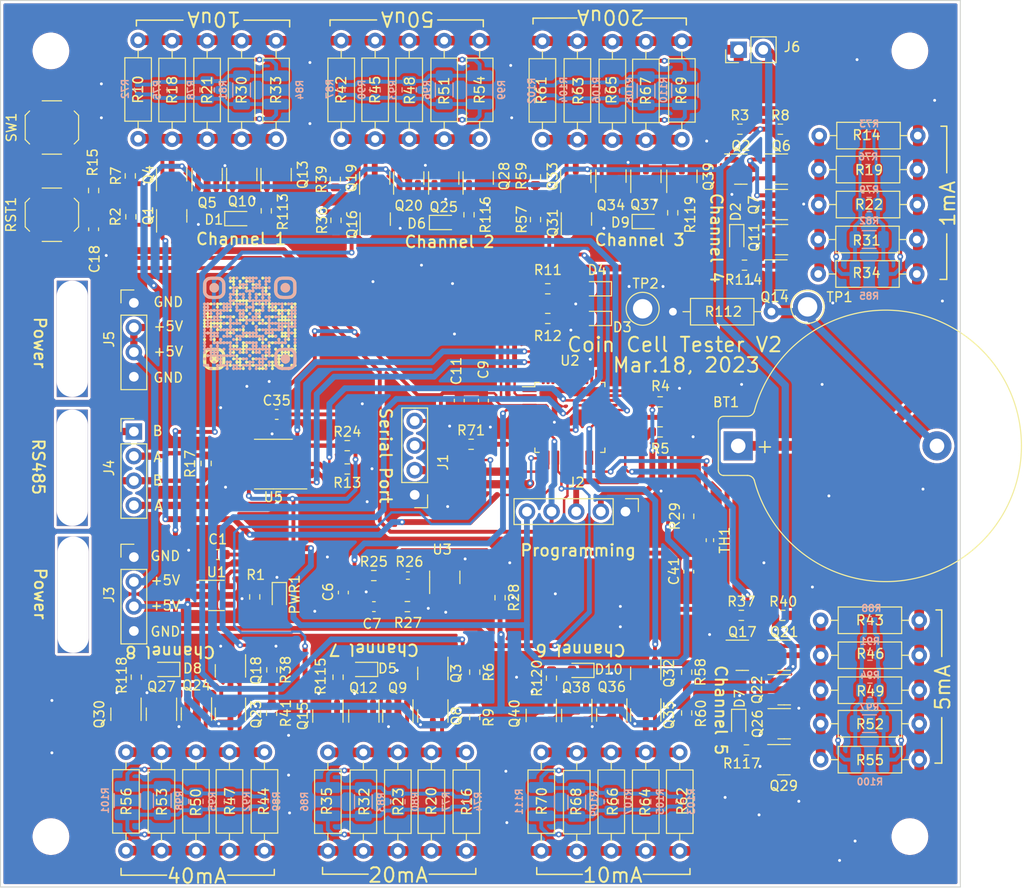
<source format=kicad_pcb>
(kicad_pcb (version 20211014) (generator pcbnew)
  (layers (0 "F.Cu" signal) (31 "B.Cu" signal) (34 "B.Paste" user) (35 "F.Paste" user) (36 "B.SilkS" user "B.Silkscreen") (37 "F.SilkS" user "F.Silkscreen") (38 "B.Mask" user) (39 "F.Mask" user) (44 "Edge.Cuts" user))
  (net 0 "")
  (net 1 "/Battery_Test/COIN+")
  (net 2 "GND")
  (net 3 "+5V")
  (net 4 "Net-(PWR1-Pad2)")
  (net 5 "CH1")
  (net 6 "Net-(Q1-Pad3)")
  (net 7 "CH4")
  (net 8 "+3V3")
  (net 9 "Net-(Q2-Pad3)")
  (net 10 "CH7")
  (net 11 "Net-(Q11-Pad1)")
  (net 12 "Net-(Q10-Pad3)")
  (net 13 "/RESET")
  (net 14 "Net-(Q11-Pad3)")
  (net 15 "Net-(Q12-Pad3)")
  (net 16 "CH2")
  (net 17 "Net-(Q16-Pad3)")
  (net 18 "CH5")
  (net 19 "/TEMPERATURE")
  (net 20 "Net-(D3-Pad2)")
  (net 21 "Net-(D4-Pad2)")
  (net 22 "/UART2 RX")
  (net 23 "/UART2 TX")
  (net 24 "/SWCLK")
  (net 25 "/SWDIO")
  (net 26 "/B")
  (net 27 "/A")
  (net 28 "Net-(Q17-Pad3)")
  (net 29 "CH8")
  (net 30 "Net-(Q18-Pad3)")
  (net 31 "Net-(Q19-Pad2)")
  (net 32 "/LED_RED")
  (net 33 "/LED_GREEN")
  (net 34 "/RS485_EN")
  (net 35 "Net-(Q21-Pad2)")
  (net 36 "Net-(Q23-Pad2)")
  (net 37 "Net-(Q25-Pad3)")
  (net 38 "Net-(Q26-Pad3)")
  (net 39 "Net-(Q27-Pad3)")
  (net 40 "CH3")
  (net 41 "Net-(Q31-Pad3)")
  (net 42 "CH6")
  (net 43 "/RS485_D")
  (net 44 "/RS485_R")
  (net 45 "Net-(Q32-Pad3)")
  (net 46 "Net-(Q33-Pad2)")
  (net 47 "Net-(Q35-Pad2)")
  (net 48 "Net-(Q37-Pad3)")
  (net 49 "Net-(Q38-Pad3)")
  (net 50 "AD_COIN")
  (net 58 "Net-(Q3-Pad3)")
  (net 62 "Net-(Q10-Pad1)")
  (net 63 "Net-(Q12-Pad1)")
  (net 66 "/VREF")
  (net 67 "/REF")
  (net 68 "Net-(R26-Pad1)")
  (net 82 "Net-(BT1-Pad2)")
  (net 83 "Net-(R113-Pad1)")
  (net 84 "Net-(R114-Pad1)")
  (net 85 "Net-(R115-Pad1)")
  (net 86 "Net-(R116-Pad1)")
  (net 87 "Net-(R117-Pad1)")
  (net 88 "Net-(R118-Pad1)")
  (net 89 "Net-(R119-Pad1)")
  (net 90 "Net-(R120-Pad1)")
  (footprint "Connector_PinHeader_2.54mm:PinHeader_1x04_P2.54mm_Vertical" (layer "F.Cu") (at 159.8 144.41)
    (fp_text reference "J3")
    (fp_text value "PWR")
  )
  (footprint "Package_TO_SOT_SMD:SOT-23" (layer "F.Cu") (at 226.8408 154.5336)
    (fp_text reference "Q21")
    (fp_text value "MMBT3904")
  )
  (footprint "Resistor_SMD:R_0603_1608Metric" (layer "F.Cu") (at 160.05 156.795 -90)
    (fp_text reference "R118")
    (fp_text value "1K")
  )
  (footprint "Connector_PinHeader_2.54mm:PinHeader_1x02_P2.54mm_Vertical" (layer "F.Cu") (at 222.14 92.075 90)
    (fp_text reference "J6")
    (fp_text value "BAT")
  )
  (footprint "Resistor_THT:R_Axial_DIN0207_L6.3mm_D2.5mm_P10.16mm_Horizontal" (layer "F.Cu") (at 188.1856 101.295 90)
    (fp_text reference "R48")
    (fp_text value "60K")
  )
  (footprint "Resistor_SMD:R_0603_1608Metric" (layer "F.Cu") (at 216.786 160.491 90)
    (fp_text reference "R60")
    (fp_text value "4.7K")
  )
  (footprint "Resistor_THT:R_Axial_DIN0207_L6.3mm_D2.5mm_P10.16mm_Horizontal" (layer "F.Cu") (at 209.13 101.4022 90)
    (fp_text reference "R65")
    (fp_text value "15K")
  )
  (footprint "Resistor_SMD:R_0603_1608Metric" (layer "F.Cu") (at 201.2052 109.595 90)
    (fp_text reference "R57")
    (fp_text value "4.7K")
  )
  (footprint "Resistor_SMD:R_0603_1608Metric" (layer "F.Cu") (at 167.25 134.745 -90)
    (fp_text reference "R17")
    (fp_text value "10K")
  )
  (footprint "Resistor_SMD:R_0603_1608Metric" (layer "F.Cu") (at 184.5347 146.3146)
    (fp_text reference "R25")
    (fp_text value "4.7K")
  )
  (footprint "Resistor_THT:R_Axial_DIN0207_L6.3mm_D2.5mm_P10.16mm_Horizontal" (layer "F.Cu") (at 170.9068 101.3063 90)
    (fp_text reference "R30")
    (fp_text value "DNP")
  )
  (footprint "Resistor_THT:R_Axial_DIN0207_L6.3mm_D2.5mm_P10.16mm_Horizontal" (layer "F.Cu") (at 166.2 164.5262 -90)
    (fp_text reference "R50")
    (fp_text value "75")
  )
  (footprint "Resistor_THT:R_Axial_DIN0207_L6.3mm_D2.5mm_P10.16mm_Horizontal" (layer "F.Cu") (at 169.6544 164.5262 -90)
    (fp_text reference "R47")
    (fp_text value "DNP")
  )
  (footprint "Resistor_SMD:R_0603_1608Metric" (layer "F.Cu") (at 215.35 108.895 90)
    (fp_text reference "R119")
    (fp_text value "1K")
  )
  (footprint "LED_SMD:LED_0603_1608Metric" (layer "F.Cu") (at 191.75 109.895)
    (fp_text reference "D6")
    (fp_text value "KT-0603R")
  )
  (footprint "Button_Switch_SMD:SW_SPST_TL3342" (layer "F.Cu") (at 151.35 100.095 90)
    (fp_text reference "SW1")
    (fp_text value "TS-1187A-B-A-B")
  )
  (footprint "Resistor_THT:R_Axial_DIN0207_L6.3mm_D2.5mm_P10.16mm_Horizontal" (layer "F.Cu") (at 209.0136 164.555 -90)
    (fp_text reference "R66")
    (fp_text value "300")
  )
  (footprint "Resistor_THT:R_Axial_DIN0207_L6.3mm_D2.5mm_P10.16mm_Horizontal" (layer "F.Cu") (at 158.9864 164.5262 -90)
    (fp_text reference "R56")
    (fp_text value "DNP")
  )
  (footprint "Resistor_SMD:R_0603_1608Metric" (layer "F.Cu") (at 173.45 108.695 90)
    (fp_text reference "R113")
    (fp_text value "1K")
  )
  (footprint "Package_TO_SOT_SMD:SOT-23" (layer "F.Cu") (at 205.4576 160.745 -90)
    (fp_text reference "Q38")
    (fp_text value "AO3400A")
  )
  (footprint "TestPoint:TestPoint_Plated_Hole_D2.0mm" (layer "F.Cu") (at 212.25 118.795)
    (fp_text reference "TP2")
    (fp_text value "TestPoint")
  )
  (footprint "Package_TO_SOT_SMD:SOT-23" (layer "F.Cu") (at 187.0136 160.7958 -90)
    (fp_text reference "Q9")
    (fp_text value "2N3906")
  )
  (footprint "Package_TO_SOT_SMD:SOT-23" (layer "F.Cu") (at 209.0644 160.6942 -90)
    (fp_text reference "Q36")
    (fp_text value "2N3906")
  )
  (footprint "Package_TO_SOT_SMD:SOT-23" (layer "F.Cu") (at 169.756 160.6146 -90)
    (fp_text reference "Q23")
    (fp_text value "MMBT3904")
  )
  (footprint "Resistor_SMD:R_0603_1608Metric" (layer "F.Cu") (at 202.85 156.895 -90)
    (fp_text reference "R120")
    (fp_text value "1K")
  )
  (footprint "Package_TO_SOT_SMD:SOT-23" (layer "F.Cu") (at 191.7416 105.3082 90)
    (fp_text reference "Q25")
    (fp_text value "AO3400A")
  )
  (footprint "Package_TO_SOT_SMD:SOT-23" (layer "F.Cu") (at 162.644 160.6146 -90)
    (fp_text reference "Q27")
    (fp_text value "AO3400A")
  )
  (footprint "Resistor_SMD:R_0603_1608Metric" (layer "F.Cu") (at 194.565 132.77)
    (fp_text reference "R71")
    (fp_text value "1K")
  )
  (footprint "Package_TO_SOT_SMD:SOT-23" (layer "F.Cu") (at 163.7 109.215 90)
    (fp_text reference "Q1")
    (fp_text value "MMBT3904")
  )
  (footprint "LED_SMD:LED_0603_1608Metric" (layer "F.Cu") (at 205.75 156.095 180)
    (fp_text reference "D10")
    (fp_text value "KT-0603R")
  )
  (footprint "Resistor_THT:R_Axial_DIN0207_L6.3mm_D2.5mm_P10.16mm_Horizontal" (layer "F.Cu") (at 230.3524 115.2062)
    (fp_text reference "R34")
    (fp_text value "DNP")
  )
  (footprint "Resistor_THT:R_Axial_DIN0207_L6.3mm_D2.5mm_P10.16mm_Horizontal" (layer "F.Cu") (at 230.454 100.9314)
    (fp_text reference "R14")
    (fp_text value "DNP")
  )
  (footprint "Capacitor_SMD:C_0603_1608Metric" (layer "F.Cu") (at 174.5288 129.689)
    (fp_text reference "C35")
    (fp_text value "100nF")
  )
  (footprint "Resistor_SMD:R_0603_1608Metric" (layer "F.Cu") (at 181.8 135.315 180)
    (fp_text reference "R13")
    (fp_text value "10K")
  )
  (footprint "Resistor_THT:R_Axial_DIN0207_L6.3mm_D2.5mm_P10.16mm_Horizontal" (layer "F.Cu") (at 179.8 164.555 -90)
    (fp_text reference "R35")
    (fp_text value "DNP")
  )
  (footprint "Resistor_THT:R_Axial_DIN0207_L6.3mm_D2.5mm_P10.16mm_Horizontal" (layer "F.Cu") (at 174.4628 101.3063 90)
    (fp_text reference "R33")
    (fp_text value "DNP")
  )
  (footprint "LED_SMD:LED_0603_1608Metric" (layer "F.Cu") (at 163.05 155.995 180)
    (fp_text reference "D8")
    (fp_text value "KT-0603R")
  )
  (footprint "Package_TO_SOT_SMD:SOT-23" (layer "F.Cu") (at 216.2928 105.1337 90)
    (fp_text reference "Q39")
    (fp_text value "AO3400A")
  )
  (footprint "Package_TO_SOT_SMD:SOT-23" (layer "F.Cu") (at 205.4216 109.5302 90)
    (fp_text reference "Q31")
    (fp_text value "MMBT3904")
  )
  (footprint "Resistor_SMD:R_0603_1608Metric" (layer "F.Cu") (at 214.05 131.495)
    (fp_text reference "R5")
    (fp_text value "10K")
  )
  (footprint "Package_TO_SOT_SMD:SOT-23" (layer "F.Cu") (at 226.8408 161.5948)
    (fp_text reference "Q26")
    (fp_text value "AO3400A")
  )
  (footprint "Capacitor_SMD:C_0603_1608Metric" (layer "F.Cu") (at 181.396 148.0644 -90)
    (fp_text reference "C6")
    (fp_text value "1uF")
  )
  (footprint "Resistor_THT:R_Axial_DIN0207_L6.3mm_D2.5mm_P10.16mm_Horizontal" (layer "F.Cu") (at 230.6 150.9268)
    (fp_text reference "R43")
    (fp_text value "DNP")
  )
  (footprint "Resistor_THT:R_Axial_DIN0207_L6.3mm_D2.5mm_P10.16mm_Horizontal" (layer "F.Cu") (at 195.45 101.295 90)
    (fp_text reference "R54")
    (fp_text value "DNP")
  )
  (footprint "Resistor_SMD:R_0603_1608Metric" (layer "F.Cu") (at 214.05 128.3962 180)
    (fp_text reference "R4")
    (fp_text value "10K")
  )
  (footprint "Resistor_SMD:R_0603_1608Metric" (layer "F.Cu") (at 180.5656 105.4504 -90)
    (fp_text reference "R39")
    (fp_text value "4.7K")
  )
  (footprint "Resistor_SMD:R_0603_1608Metric" (layer "F.Cu") (at 172.26 148.515 90)
    (fp_text reference "R1")
    (fp_text value "10K")
  )
  (footprint "Resistor_SMD:R_0603_1608Metric" (layer "F.Cu") (at 174.0232 156.0426 -90)
    (fp_text reference "R38")
    (fp_text value "4.7K")
  )
  (footprint "Capacitor_SMD:C_0603_1608Metric" (layer "F.Cu") (at 168.45 144.1462 180)
    (fp_text reference "C1")
    (fp_text value "2.2uF")
  )
  (footprint "Resistor_SMD:R_0603_1608Metric" (layer "F.Cu") (at 197.55 148.595 -90)
    (fp_text reference "R28")
    (fp_text value "1K")
  )
  (footprint "Package_TO_SOT_SMD:SOT-23" (layer "F.Cu") (at 163.6932 104.9639 90)
    (fp_text reference "Q4")
    (fp_text value "MMBT3904")
  )
  (footprint "Resistor_THT:R_Axial_DIN0207_L6.3mm_D2.5mm_P10.16mm_Horizontal" (layer "F.Cu") (at 230.3524 111.6502)
    (fp_text reference "R31")
    (fp_text value "DNP")
  )
  (footprint "Package_TO_SOT_SMD:SOT-23" (layer "F.Cu") (at 170.922 104.9408 90)
    (fp_text reference "Q10")
    (fp_text value "AO3400A")
  )
  (footprint "Resistor_THT:R_Axial_DIN0207_L6.3mm_D2.5mm_P10.16mm_Horizontal" (layer "F.Cu") (at 230.6 165.3032)
    (fp_text reference "R55")
    (fp_text value "DNP")
  )
  (footprint "Resistor_THT:R_Axial_DIN0207_L6.3mm_D2.5mm_P10.16mm_Horizontal" (layer "F.Cu") (at 215.37 119.095)
    (fp_text reference "R112")
    (fp_text value "5R")
  )
  (footprint "Resistor_SMD:R_0603_1608Metric" (layer "F.Cu") (at 222.95 164.295)
    (fp_text reference "R117")
    (fp_text value "1K")
  )
  (footprint "LED_SMD:LED_0603_1608Metric" (layer "F.Cu") (at 174.8 148.515 -90)
    (fp_text reference "PWR1")
    (fp_text value "LED")
  )
  (footprint "Package_TO_SOT_SMD:SOT-23" (layer "F.Cu") (at 188.1348 105.3082 90)
    (fp_text reference "Q20")
    (fp_text value "2N3906")
  )
  (footprint "Package_TO_SOT_SMD:SOT-23" (layer "F.Cu") (at 212.5696 156.4039 -90)
    (fp_text reference "Q32")
    (fp_text value "MMBT3904")
  )
  (footprint "MountingHole:MountingHole_3.2mm_M3" (layer "F.Cu") (at 151.25 92.195)
    (fp_text reference "MH1")
    (fp_text value "MountingHole")
  )
  (footprint "Package_TO_SOT_SMD:SOT-23" (layer "F.Cu") (at 167.3508 104.9639 90)
    (fp_text reference "Q5")
    (fp_text value "2N3906")
  )
  (footprint "MountingHole:MountingHole_3.2mm_M3" (layer "F.Cu") (at 239.8 92.195)
    (fp_text reference "MH3")
    (fp_text value "MountingHole")
  )
  (footprint "LED_SMD:LED_0603_1608Metric" (layer "F.Cu") (at 207.55 119.795 180)
    (fp_text reference "D3")
    (fp_text value "KT-0603R")
  )
  (footprint "Battery:BatteryHolder_Keystone_105_1x2430" (layer "F.Cu") (at 222.1 132.935)
    (fp_text reference "BT1")
    (fp_text value "CR2477")
  )
  (footprint "Resistor_SMD:R_0603_1608Metric" (layer "F.Cu") (at 159.4328 105.0893 -90)
    (fp_text reference "R7")
    (fp_text value "4.7K")
  )
  (footprint "Resistor_THT:R_Axial_DIN0207_L6.3mm_D2.5mm_P10.16mm_Horizontal" (layer "F.Cu") (at 194.0748 164.555 -90)
    (fp_text reference "R16")
    (fp_text value "DNP")
  )
  (footprint "Connector_PinHeader_2.54mm:PinHeader_1x04_P2.54mm_Vertical" (layer "F.Cu") (at 188.75 137.985 180)
    (fp_text reference "J1")
    (fp_text value "Serial Port")
  )
  (footprint "Package_TO_SOT_SMD:SOT-23" (layer "F.Cu") (at 169.756 156.1442 -90)
    (fp_text reference "Q18")
    (fp_text value "MMBT3904")
  )
  (footprint "Resistor_SMD:R_0603_1608Metric" (layer "F.Cu") (at 194.9384 160.9482 90)
    (fp_text reference "R9")
    (fp_text value "4.7K")
  )
  (footprint "Resistor_THT:R_Axial_DIN0207_L6.3mm_D2.5mm_P10.16mm_Horizontal" (layer "F.Cu") (at 173.2612 164.5262 -90)
    (fp_text reference "R44")
    (fp_text value "DNP")
  )
  (footprint "Resistor_SMD:R_0603_1608Metric" (layer "F.Cu") (at 181.8 132.915)
    (fp_text reference "R24")
    (fp_text value "10K")
  )
  (footprint "Capacitor_SMD:C_0603_1608Metric" (layer "F.Cu") (at 155.65 110.595 -90)
    (fp_text reference "C18")
    (fp_text value "100nF")
  )
  (footprint "Package_TO_SOT_SMD:SOT-23" (layer "F.Cu") (at 212.5844 105.1337 90)
    (fp_text reference "Q37")
    (fp_text value "AO3400A")
  )
  (footprint "Resistor_THT:R_Axial_DIN0207_L6.3mm_D2.5mm_P10.16mm_Horizontal" (layer "F.Cu") (at 163.744 101.3063 90)
    (fp_text reference "R18")
    (fp_text value "DNP")
  )
  (footprint "LED_SMD:LED_0603_1608Metric" (layer "F.Cu") (at 183.45 155.995 180)
    (fp_text reference "D5")
    (fp_text value "KT-0603R")
  )
  (footprint "Package_TO_SOT_SMD:SOT-23" (layer "F.Cu") (at 208.9776 105.1106 90)
    (fp_text reference "Q34")
    (fp_text value "2N3906")
  )
  (footprint "Resistor_SMD:R_0603_1608Metric" (layer "F.Cu") (at 201.2052 105.2 -90)
    (fp_text reference "R59")
    (fp_text value "4.7K")
  )
  (footprint "Package_QFP:LQFP-48_7x7mm_P0.5mm" (layer "F.Cu") (at 204.75 129.995)
    (fp_text reference "U2")
    (fp_text value "STM32G030C8T6")
  )
  (footprint "Resistor_SMD:R_0603_1608Metric" (layer "F.Cu") (at 194.35 109.095 90)
    (fp_text reference "R116")
    (fp_text value "1K")
  )
  (footprint "Package_SO:SOIC-8_3.9x4.9mm_P1.27mm" (layer "F.Cu") (at 174.18 134.815 180)
    (fp_text reference "U5")
    (fp_text value "SN75176BDR")
  )
  (footprint "Resistor_SMD:R_0603_1608Metric" (layer "F.Cu") (at 188 149.515 180)
    (fp_text reference "R27")
    (fp_text value "10K/0.1%")
  )
  (footprint "Resistor_THT:R_Axial_DIN0207_L6.3mm_D2.5mm_P10.16mm_Horizontal" (layer "F.Cu") (at 160.2388 101.2555 90)
    (fp_text reference "R10")
    (fp_text value "DNP")
  )
  (footprint "Connector_PinHeader_2.54mm:PinHeader_1x04_P2.54mm_Vertical" (layer "F.Cu") (at 159.8 118.185)
    (fp_text reference "J5")
    (fp_text value "PWR")
  )
  (footprint "Package_TO_SOT_SMD:SOT-23" (layer "F.Cu") (at 190.6204 160.7958 -90)
    (fp_text reference "Q8")
    (fp_text value "MMBT3904")
  )
  (footprint "Resistor_THT:R_Axial_DIN0207_L6.3mm_D2.5mm_P10.16mm_Horizontal" (layer "F.Cu") (at 230.6 161.5948)
    (fp_text reference "R52")
    (fp_text value "DNP")
  )
  (footprint "Package_TO_SOT_SMD:SOT-23" (layer "F.Cu") (at 212.5696 160.6942 -90)
    (fp_text reference "Q35")
    (fp_text value "MMBT3904")
  )
  (footprint "Button_Switch_SMD:SW_SPST_TL3342" (layer "F.Cu") (at 151.35 109.095 -90)
    (fp_text reference "RST1")
    (fp_text value "TS-1187A-B-A-B")
  )
  (footprint "Package_TO_SOT_SMD:SOT-23" (layer "F.Cu") (at 201.8 160.745 -90)
    (fp_text reference "Q40")
    (fp_text value "AO3400A")
  )
  (footprint "Package_TO_SOT_SMD:SOT-23" (layer "F.Cu") (at 226.8131 165.3032)
    (fp_text reference "Q29")
    (fp_text value "AO3400A")
  )
  (footprint "Package_TO_SOT_SMD:SOT-23" (layer "F.Cu") (at 174.4628 104.9639 90)
    (fp_text reference "Q13")
    (fp_text value "AO3400A")
  )
  (footprint "Capacitor_SMD:C_0603_1608Metric" (layer "F.Cu") (at 217 145.915 -90)
    (fp_text reference "C41")
    (fp_text value "1uF")
  )
  (footprint "Resistor_THT:R_Axial_DIN0207_L6.3mm_D2.5mm_P10.16mm_Horizontal" (layer "F.Cu") (at 162.644 164.5262 -90)
    (fp_text reference "R53")
    (fp_text value "DNP")
  )
  (footprint "Coin_Cell_Tester:Wire hole" (layer "F.Cu") (at 153.45 135.195)
    (fp_text reference "MH7")
    (fp_text value "MountingHole")
  )
  (footprint "Resistor_SMD:R_0603_1608Metric" (layer "F.Cu") (at 180.6344 109.6668 90)
    (fp_text reference "R36")
    (fp_text value "4.7K")
  )
  (footprint "Resistor_SMD:R_0603_1608Metric" (layer "F.Cu") (at 216.786 156.2746 -90)
    (fp_text reference "R58")
    (fp_text value "4.7K")
  )
  (footprint "Resistor_THT:R_Axial_DIN0207_L6.3mm_D2.5mm_P10.16mm_Horizontal" (layer "F.Cu") (at 183.4576 164.555 -90)
    (fp_text reference "R32")
    (fp_text value "DNP")
  )
  (footprint "LED_SMD:LED_0603_1608Metric" (layer "F.Cu") (at 212.65 109.795)
    (fp_text reference "D9")
    (fp_text value "KT-0603R")
  )
  (footprint "Resistor_SMD:R_0603_1608Metric" (layer "F.Cu") (at 174 160.515 90)
    (fp_text reference "R41")
    (fp_text value "4.7K")
  )
  (footprint "Resistor_THT:R_Axial_DIN0207_L6.3mm_D2.5mm_P10.16mm_Horizontal" (layer "F.Cu") (at 216.2928 101.3514 90)
    (fp_text reference "R69")
    (fp_text value "DNP")
  )
  (footprint "Package_TO_SOT_SMD:SOT-23" (layer "F.Cu") (at 190.6204 156.4039 -90)
    (fp_text reference "Q3")
    (fp_text value "MMBT3904")
  )
  (footprint "Package_TO_SOT_SMD:SOT-23" (layer "F.Cu") (at 158.9864 160.6146 -90)
    (fp_text reference "Q30")
    (fp_text value "AO3400A")
  )
  (footprint "Connector_PinHeader_2.54mm:PinHeader_1x05_P2.54mm_Vertical" (layer "F.Cu") (at 210.48 139.715 -90)
    (fp_text reference "J2")
    (fp_text value "Programming")
  )
  (footprint "LED_SMD:LED_0603_1608Metric" (layer "F.Cu") (at 207.55 116.7328 180)
    (fp_text reference "D4")
    (fp_text value "19-217/GHC-YR1S2/3T")
  )
  (footprint "Package_TO_SOT_SMD:SOT-23" (layer "F.Cu") (at 205.3556 105.1383 90)
    (fp_text reference "Q33")
    (fp_text value "MMBT3904")
  )
  (footprint "Resistor_SMD:R_0603_1608Metric" (layer "F.Cu") (at 222.75 114.295)
    (fp_text reference "R114")
    (fp_text value "1K")
  )
  (footprint "Package_TO_SOT_SMD:SOT-23" (layer "F.Cu") (at 226.5424 104.3858)
    (fp_text reference "Q6")
    (fp_text value "MMBT3904")
  )
  (footprint "Resistor_THT:R_Axial_DIN0207_L6.3mm_D2.5mm_P10.16mm_Horizontal" (layer "F.Cu") (at 167.3508 101.3063 90)
    (fp_text reference "R21")
    (fp_text value "300K")
  )
  (footprint "Resistor_THT:R_Axial_DIN0207_L6.3mm_D2.5mm_P10.16mm_Horizontal" (layer "F.Cu") (at 230.6 158.1404)
    (fp_text reference "R49")
    (fp_text value "600")
  )
  (footprint "Resistor_SMD:R_0603_1608Metric" (layer "F.Cu") (at 194.9384 156.2746 -90)
    (fp_text reference "R6")
    (fp_text value "4.7K")
  )
  (footprint "Package_TO_SOT_SMD:SOT-23" (layer "F.Cu") (at 184.6804 109.5477 90)
    (fp_text reference "Q16")
    (fp_text value "MMBT3904")
  )
  (footprint "Resistor_SMD:R_0603_1608Metric" (layer "F.Cu") (at 155.65 106.595 90)
    (fp_text reference "R15")
    (fp_text value "10K")
  )
  (footprint "Package_TO_SOT_SMD:SOT-23" (layer "F.Cu") (at 184.6296 105.3082 90)
    (fp_text reference "Q19")
    (fp_text value "MMBT3904")
  )
  (footprint "Resistor_SMD:R_0603_1608Metric" (layer "F.Cu") (at 217 140.2 90)
    (fp_text reference "R29")
    (fp_text value "4.7K")
  )
  (footprint "MountingHole:MountingHole_3.2mm_M3" (layer "F.Cu") (at 239.8 173.235)
    (fp_text reference "MH4")
    (fp_text value "MountingHole")
  )
  (footprint "Package_TO_SOT_SMD:SOT-23" (layer "F.Cu") (at 179.8 160.7958 -90)
    (fp_text reference "Q15")
    (fp_text value "AO3400A")
  )
  (footprint "TestPoint:TestPoint_Plated_Hole_D2.0mm" (layer "F.Cu") (at 229.25 118.595)
    (fp_text reference "TP1")
    (fp_text value "TestPoint")
  )
  (footprint "Coin_Cell_Tester:Wire hole" (layer "F.Cu") (at 153.55 148.295)
    (fp_text reference "MH6")
    (fp_text value "MountingHole")
  )
  (footprint "Resistor_THT:R_Axial_DIN0207_L6.3mm_D2.5mm_P10.16mm_Horizontal" (layer "F.Cu") (at 230.6 154.5336)
    (fp_text reference "R46")
    (fp_text value "DNP")
  )
  (footprint "Package_TO_SOT_SMD:SOT-23" (layer "F.Cu") (at 195.2976 105.3082 90)
    (fp_text reference "Q28")
    (fp_text value "AO3400A")
  )
  (footprint "LED_SMD:LED_0603_1608Metric" (layer "F.Cu") (at 222.15 161.595 -90)
    (fp_text reference "D7")
    (fp_text value "KT-0603R")
  )
  (footprint "Resistor_THT:R_Axial_DIN0207_L6.3mm_D2.5mm_P10.16mm_Horizontal" (layer "F.Cu") (at 187.0136 164.555 -90)
    (fp_text reference "R23")
    (fp_text value "150")
  )
  (footprint "Resistor_THT:R_Axial_DIN0207_L6.3mm_D2.5mm_P10.16mm_Horizontal" (layer "F.Cu") (at 191.7924 101.295 90)
    (fp_text reference "R51")
    (fp_text value "DNP")
  )
  (footprint "Resistor_SMD:R_0603_1608Metric" (layer "F.Cu") (at 202.47 119.795)
    (fp_text reference "R12")
    (fp_text value "1.5K")
  )
  (footprint "Connector_PinHeader_2.54mm:PinHeader_1x04_P2.54mm_Vertical" (layer "F.Cu") (at 159.8 131.455)
    (fp_text reference "J4")
    (fp_text value "RS485")
  )
  (footprint "Resistor_THT:R_Axial_DIN0207_L6.3mm_D2.5mm_P10.16mm_Horizontal" (layer "F.Cu") (at 205.4576 164.6058 -90)
    (fp_text reference "R68")
    (fp_text value "DNP")
  )
  (footprint "Package_TO_SOT_SMD:SOT-23-5" (layer "F.Cu") (at 168.3175 148.3626)
    (fp_text reference "U1")
    (fp_text value "ME6211C33")
  )
  (footprint "Package_TO_SOT_SMD:SOT-23" (layer "F.Cu") (at 226.5655 111.6654)
    (fp_text reference "Q11")
    (fp_text value "AO3400A")
  )
  (footprint "Resistor_THT:R_Axial_DIN0207_L6.3mm_D2.5mm_P10.16mm_Horizontal" (layer "F.Cu") (at 230.4032 108.0434)
    (fp_text reference "R22")
    (fp_text value "3K")
  )
  (footprint "Resistor_THT:R_Axial_DIN0207_L6.3mm_D2.5mm_P10.16mm_Horizontal" (layer "F.Cu") (at 201.9164 101.3514 90)
    (fp_text reference "R61")
    (fp_text value "DNP")
  )
  (footprint "Resistor_SMD:R_0603_1608Metric" (layer "F.Cu") (at 202.47 116.7328)
    (fp_text reference "R11")
    (fp_text value "470")
  )
  (footprint "Coin_Cell_Tester:Wire hole" (layer "F.Cu") (at 153.45 121.895)
    (fp_text reference "MH5")
    (fp_text value "MountingHole")
  )
  (footprint "Package_TO_SOT_SMD:SOT-23" (layer "F.Cu") (at 183.5084 160.7958 -90)
    (fp_text reference "Q12")
    (fp_text value "AO3400A")
  )
  (footprint "LED_SMD:LED_0603_1608Metric" (layer "F.Cu") (at 170.65 109.495)
    (fp_text reference "D1")
    (fp_text value "KT-0603R")
  )
  (footprint "Package_TO_SOT_SMD:SOT-23" (layer "F.Cu") (at 222.5228 154.5336)
    (fp_text reference "Q17")
    (fp_text value "MMBT3904")
  )
  (footprint "Resistor_SMD:R_0603_1608Metric" (layer "F.Cu") (at 226.4408 100.271 180)
    (fp_text reference "R8")
    (fp_text value "4.7K")
  )
  (footprint "Resistor_THT:R_Axial_DIN0207_L6.3mm_D2.5mm_P10.16mm_Horizontal" (layer "F.Cu") (at 212.5844 101.4022 90)
    (fp_text reference "R67")
    (fp_text value "DNP")
  )
  (footprint "Resistor_THT:R_Axial_DIN0207_L6.3mm_D2.5mm_P10.16mm_Horizontal" (layer "F.Cu") (at 201.8 164.555 -90)
    (fp_text reference "R70")
    (fp_text value "DNP")
  )
  (footprint "LED_SMD:LED_0603_1608Metric" (layer "F.Cu") (at 221.95 111.595 -90)
    (fp_text reference "D2")
    (fp_text value "KT-0603R")
  )
  (footprint "Package_TO_SOT_SMD:SOT-23" (layer "F.Cu") (at 226.4916 115.3078)
    (fp_text reference "Q14")
    (fp_text value "AO3400A")
  )
  (footprint "Resistor_THT:R_Axial_DIN0207_L6.3mm_D2.5mm_P10.16mm_Horizontal" (layer "F.Cu") (at 190.468 164.555 -90)
    (fp_text reference "R20")
    (fp_text value "DNP")
  )
  (footprint "Resistor_SMD:R_0603_1608Metric" (layer "F.Cu") (at 222.4212 150.4188)
    (fp_text reference "R37")
    (fp_text value "4.7K")
  )
  (footprint "Resistor_THT:R_Axial_DIN0207_L6.3mm_D2.5mm_P10.16mm_Horizontal" (layer "F.Cu") (at 181.1752 101.295 90)
    (fp_text reference "R42")
    (fp_text value "DNP")
  )
  (footprint "Capacitor_SMD:C_0603_1608Metric" (layer "F.Cu") (at 184.5456 149.515 180)
    (fp_text reference "C7")
    (fp_text value "100nF")
  )
  (footprint "Package_TO_SOT_SMD:SOT-23" (layer "F.Cu") (at 226.8408 158.0896)
    (fp_text reference "Q22")
    (fp_text value "2N3906")
  )
  (footprint "Resistor_THT:R_Axial_DIN0207_L6.3mm_D2.5mm_P10.16mm_Horizontal" (layer "F.Cu") (at 184.6736 101.2834 90)
    (fp_text reference "R45")
    (fp_text value "DNP")
  )
  (footprint "Package_TO_SOT_SMD:SOT-23" (layer "F.Cu") (at 222.3768 104.3858)
    (fp_text reference "Q2")
    (fp_text value "MMBT3904")
  )
  (footprint "Resistor_THT:R_Axial_DIN0207_L6.3mm_D2.5mm_P10.16mm_Horizontal" (layer "F.Cu") (at 205.5232 101.3514 90)
    (fp_text reference "R63")
    (fp_text value "DNP")
  )
  (footprint "Package_TO_SOT_SMD:SOT-23" (layer "F.Cu") (at 226.5424 108.0434)
    (fp_text reference "Q7")
    (fp_text value "2N3906")
  )
  (footprint "Capacitor_SMD:C_0603_1608Metric" (layer "F.Cu") (at 195.835 128.27 -90)
    (fp_text reference "C9")
    (fp_text value "100nF")
  )
  (footprint "Capacitor_SMD:C_0603_1608Metric" (layer "F.Cu") (at 193.3458 128.262 -90)
    (fp_text reference "C11")
    (fp_text value "4.7uF")
  )
  (footprint "MountingHole:MountingHole_3.2mm_M3" (layer "F.Cu") (at 151.25 173.235)
    (fp_text reference "MH2")
    (fp_text value "MountingHole")
  )
  (footprint "Resistor_SMD:R_0603_1608Metric" (layer "F.Cu") (at 180.85 156.795 -90)
    (fp_text reference "R115")
    (fp_text value "1K")
  )
  (footprint "Resistor_SMD:R_0603_1608Metric" (layer "F.Cu") (at 226.6884 150.4188 180)
    (fp_text reference "R40")
    (fp_text value "4.7K")
  )
  (footprint "Resistor_THT:R_Axial_DIN0207_L6.3mm_D2.5mm_P10.16mm_Horizontal" (layer "F.Cu") (at 212.5696 164.555 -90)
    (fp_text reference "R64")
    (fp_text value "DNP")
  )
  (footprint "Resistor_THT:R_Axial_DIN0207_L6.3mm_D2.5mm_P10.16mm_Horizontal" (layer "F.Cu") (at 216.0748 164.555 -90)
    (fp_text reference "R62")
    (fp_text value "DNP")
  )
  (footprint "Resistor_SMD:R_0402_1005Metric" (layer "F.Cu") (at 188.0508 146.3146 180)
    (fp_text reference "R26")
    (fp_text value "2.8K/0.1%")
  )
  (footprint "LOGO" (layer "F.Cu") (at 171.75 120.295)
    (fp_text reference "G***")
    (fp_text value "LOGO" hide)
  )
  (footprint "Package_TO_SOT_SMD:SOT-23" (layer "F.Cu") (at 166.2508 160.5915 -90)
    (fp_text reference "Q24")
    (fp_text value "2N3906")
  )
  (footprint "Resistor_SMD:R_0402_1005Metric" (layer "F.Cu") (at 219.1844 142.6638 -90)
    (fp_text reference "TH1")
    (fp_text value "100k 1% NTC")
  )
  (footprint "Resistor_SMD:R_0603_1608Metric" (layer "F.Cu") (at 222.2752 100.271)
    (fp_text reference "R3")
    (fp_text value "4.7K")
  )
  (footprint "Resistor_SMD:R_0603_1608Metric" (layer "F.Cu") (at 159.4904 109.3051 90)
    (fp_text reference "R2")
    (fp_text value "4.7K")
  )
  (footprint "Resistor_THT:R_Axial_DIN0207_L6.3mm_D2.5mm_P10.16mm_Horizontal" (layer "F.Cu") (at 230.4032 104.4366)
    (fp_text reference "R19")
    (fp_text value "DNP")
  )
  (footprint "Package_TO_SOT_SMD:SOT-23" (layer "F.Cu") (at 191.85 146.495 90)
    (fp_text reference "U3")
    (fp_text value "CJ431")
  )
  (footprint "Resistor_SMD:R_1210_3225Metric" (layer "B.Cu") (at 201.8 169.635 -90)
    (fp_text reference "R111")
    (fp_text value "DNP")
  )
  (footprint "Resistor_SMD:R_1210_3225Metric" (layer "B.Cu") (at 174.4628 96.2263 90)
    (fp_text reference "R84")
    (fp_text value "DNP")
  )
  (footprint "Resistor_SMD:R_1206_3216Metric" (layer "B.Cu") (at 191.7924 96.215 90)
    (fp_text reference "R96")
    (fp_text value "DNP")
  )
  (footprint "Resistor_SMD:R_1206_3216Metric" (layer "B.Cu") (at 170.9068 96.2263 90)
    (fp_text reference "R81")
    (fp_text value "DNP")
  )
  (footprint "Resistor_SMD:R_1210_3225Metric" (layer "B.Cu") (at 159.1284 169.515 -90)
    (fp_text reference "R101")
    (fp_text value "DNP")
  )
  (footprint "Resistor_SMD:R_0402_1005Metric" (layer "B.Cu") (at 235.68 150.9268)
    (fp_text reference "R88")
    (fp_text value "DNP")
  )
  (footprint "Resistor_SMD:R_1206_3216Metric" (layer "B.Cu") (at 183.4576 169.635 -90)
    (fp_text reference "R83")
    (fp_text value "DNP")
  )
  (footprint "Resistor_SMD:R_0805_2012Metric" (layer "B.Cu") (at 209.0136 169.635 -90)
    (fp_text reference "R107")
    (fp_text value "DNP")
  )
  (footprint "Resistor_SMD:R_1210_3225Metric" (layer "B.Cu") (at 179.8 169.635 -90)
    (fp_text reference "R86")
    (fp_text value "DNP")
  )
  (footprint "Resistor_SMD:R_1210_3225Metric" (layer "B.Cu") (at 216.6 96.2714 90)
    (fp_text reference "R110")
    (fp_text value "DNP")
  )
  (footprint "Resistor_SMD:R_1210_3225Metric" (layer "B.Cu") (at 235.68 165.3032)
    (fp_text reference "R100")
    (fp_text value "DNP")
  )
  (footprint "Resistor_SMD:R_0805_2012Metric" (layer "B.Cu") (at 187.0136 169.635 -90)
    (fp_text reference "R80")
    (fp_text value "DNP")
  )
  (footprint "Resistor_SMD:R_0805_2012Metric" (layer "B.Cu") (at 167.3508 96.2263 90)
    (fp_text reference "R78")
    (fp_text value "DNP")
  )
  (footprint "Resistor_SMD:R_0603_1608Metric" (layer "B.Cu") (at 212.5696 169.635 -90)
    (fp_text reference "R105")
    (fp_text value "DNP")
  )
  (footprint "Resistor_SMD:R_1206_3216Metric" (layer "B.Cu") (at 212.6 96.315 90)
    (fp_text reference "R108")
    (fp_text value "DNP")
  )
  (footprint "Resistor_SMD:R_0402_1005Metric" (layer "B.Cu") (at 216.0636 169.6238 -90)
    (fp_text reference "R103")
    (fp_text value "DNP")
  )
  (footprint "Resistor_SMD:R_0402_1005Metric" (layer "B.Cu") (at 235.6 100.915)
    (fp_text reference "R73")
    (fp_text value "DNP")
  )
  (footprint "Resistor_SMD:R_1210_3225Metric" (layer "B.Cu") (at 235.6 115.2062)
    (fp_text reference "R85")
    (fp_text value "DNP")
  )
  (footprint "Resistor_SMD:R_1210_3225Metric" (layer "B.Cu") (at 195.45 96.215 90)
    (fp_text reference "R99")
    (fp_text value "DNP")
  )
  (footprint "Resistor_SMD:R_0402_1005Metric" (layer "B.Cu") (at 201.9164 96.2714 90)
    (fp_text reference "R102")
    (fp_text value "DNP")
  )
  (footprint "Resistor_SMD:R_0402_1005Metric" (layer "B.Cu") (at 194.0748 169.635 -90)
    (fp_text reference "R74")
    (fp_text value "DNP")
  )
  (footprint "Resistor_SMD:R_0805_2012Metric" (layer "B.Cu") (at 188.1856 96.215 90)
    (fp_text reference "R93")
    (fp_text value "DNP")
  )
  (footprint "Resistor_SMD:R_1206_3216Metric" (layer "B.Cu") (at 205.4576 169.6858 -90)
    (fp_text reference "R109")
    (fp_text value "DNP")
  )
  (footprint "Resistor_SMD:R_0805_2012Metric" (layer "B.Cu") (at 235.6 108.0434)
    (fp_text reference "R79")
    (fp_text value "DNP")
  )
  (footprint "Resistor_SMD:R_1206_3216Metric" (layer "B.Cu") (at 235.63 161.5904)
    (fp_text reference "R97")
    (fp_text value "DNP")
  )
  (footprint "Resistor_SMD:R_0402_1005Metric" (layer "B.Cu") (at 181.1752 96.215 90)
    (fp_text reference "R87")
    (fp_text value "DNP")
  )
  (footprint "Resistor_SMD:R_1206_3216Metric" (layer "B.Cu") (at 235.6 111.6502)
    (fp_text reference "R82")
    (fp_text value "DNP")
  )
  (footprint "Resistor_SMD:R_0603_1608Metric" (layer "B.Cu") (at 169.6544 169.6062 -90)
    (fp_text reference "R92")
    (fp_text value "DNP")
  )
  (footprint "Resistor_SMD:R_0603_1608Metric" (layer "B.Cu") (at 205.5232 96.2714 90)
    (fp_text reference "R104")
    (fp_text value "DNP")
  )
  (footprint "Resistor_SMD:R_0603_1608Metric" (layer "B.Cu") (at 163.744 96.2263 90)
    (fp_text reference "R75")
    (fp_text value "DNP")
  )
  (footprint "Resistor_SMD:R_0603_1608Metric" (layer "B.Cu") (at 190.468 169.635 -90)
    (fp_text reference "R77")
    (fp_text value "DNP")
  )
  (footprint "LOGO" (layer "B.Cu") (at 171.75 120.295 180)
    (fp_text reference "G***")
    (fp_text value "LOGO" hide)
  )
  (footprint "Resistor_SMD:R_0603_1608Metric" (layer "B.Cu") (at 184.6736 96.2034 90)
    (fp_text reference "R90")
    (fp_text value "DNP")
  )
  (footprint "Resistor_SMD:R_0402_1005Metric" (layer "B.Cu") (at 173.2612 169.6062 -90)
    (fp_text reference "R89")
    (fp_text value "DNP")
  )
  (footprint "Resistor_SMD:R_0805_2012Metric" (layer "B.Cu") (at 166.2 169.6062 -90)
    (fp_text reference "R95")
    (fp_text value "DNP")
  )
  (footprint "Resistor_SMD:R_0603_1608Metric" (layer "B.Cu") (at 235.4832 104.4366)
    (fp_text reference "R76")
    (fp_text value "DNP")
  )
  (footprint "Resistor_SMD:R_0805_2012Metric" (layer "B.Cu") (at 235.68 158.1404)
    (fp_text reference "R94")
    (fp_text value "DNP")
  )
  (footprint "Resistor_SMD:R_0402_1005Metric" (layer "B.Cu") (at 160.2388 96.1755 90)
    (fp_text reference "R72")
    (fp_text value "DNP")
  )
  (footprint "Resistor_SMD:R_0603_1608Metric" (layer "B.Cu") (at 235.68 154.5336)
    (fp_text reference "R91")
    (fp_text value "DNP")
  )
  (footprint "Resistor_SMD:R_0805_2012Metric" (layer "B.Cu") (at 209.13 96.3222 90)
    (fp_text reference "R106")
    (fp_text value "DNP")
  )
  (footprint "Resistor_SMD:R_1206_3216Metric" (layer "B.Cu") (at 162.7284 169.515 -90)
    (fp_text reference "R98")
    (fp_text value "DNP")
  )
  (gr_line (start 206.03 177.135) (end 201.33 177.135) (layer "F.SilkS") (width 0.15))
  (gr_line (start 174.2784 177.215) (end 169.4784 177.215) (layer "F.SilkS") (width 0.15))
  (gr_line (start 243.0856 149.8588) (end 243.0856 154.6588) (layer "F.SilkS") (width 0.15))
  (gr_line (start 171.1604 89.0263) (end 175.8604 89.0263) (layer "F.SilkS") (width 0.15))
  (gr_line (start 212.2288 88.815) (end 216.75 88.815) (layer "F.SilkS") (width 0.15))
  (gr_line (start 195.05 176.515) (end 195.05 177.115) (layer "F.SilkS") (width 0.15))
  (gr_line (start 243.6 111.065) (end 243.6 115.765) (layer "F.SilkS") (width 0.15))
  (gr_line (start 163.1784 177.215) (end 158.4784 177.215) (layer "F.SilkS") (width 0.15))
  (gr_line (start 217.13 177.135) (end 212.33 177.135) (layer "F.SilkS") (width 0.15))
  (gr_line (start 160.0604 89.0263) (end 164.8604 89.0263) (layer "F.SilkS") (width 0.15))
  (gr_line (start 200.95 89.415) (end 200.95 88.815) (layer "F.SilkS") (width 0.15))
  (gr_line (start 243.0856 165.6588) (end 242.3856 165.6588) (layer "F.SilkS") (width 0.15))
  (gr_line (start 200.95 88.815) (end 205.4724 88.8038) (layer "F.SilkS") (width 0.15))
  (gr_line (start 242.4856 149.8588) (end 243.0856 149.8588) (layer "F.SilkS") (width 0.15))
  (gr_line (start 243 99.965) (end 243.6 99.965) (layer "F.SilkS") (width 0.15))
  (gr_line (start 217.13 176.535) (end 217.13 177.135) (layer "F.SilkS") (width 0.15))
  (gr_line (start 195.05 177.115) (end 190.25 177.115) (layer "F.SilkS") (width 0.15))
  (gr_line (start 191.1236 89.0034) (end 195.8236 89.0034) (layer "F.SilkS") (width 0.15))
  (gr_line (start 175.8604 89.0263) (end 175.8604 89.7263) (layer "F.SilkS") (width 0.15))
  (gr_line (start 158.4784 177.215) (end 158.4784 176.515) (layer "F.SilkS") (width 0.15))
  (gr_line (start 183.95 177.115) (end 179.25 177.115) (layer "F.SilkS") (width 0.15))
  (gr_line (start 243.6 99.965) (end 243.6 104.765) (layer "F.SilkS") (width 0.15))
  (gr_line (start 243.0856 160.9588) (end 243.0856 165.6588) (layer "F.SilkS") (width 0.15))
  (gr_line (start 195.8236 89.0034) (end 195.8236 89.7034) (layer "F.SilkS") (width 0.15))
  (gr_line (start 201.33 177.135) (end 201.33 176.435) (layer "F.SilkS") (width 0.15))
  (gr_line (start 179.25 177.115) (end 179.25 176.415) (layer "F.SilkS") (width 0.15))
  (gr_line (start 180.0236 89.0034) (end 184.8236 89.0034) (layer "F.SilkS") (width 0.15))
  (gr_line (start 180.0236 89.6034) (end 180.0236 89.0034) (layer "F.SilkS") (width 0.15))
  (gr_line (start 216.75 88.815) (end 216.75 89.515) (layer "F.SilkS") (width 0.15))
  (gr_line (start 243.6 115.765) (end 242.9 115.765) (layer "F.SilkS") (width 0.15))
  (gr_line (start 174.2784 176.615) (end 174.2784 177.215) (layer "F.SilkS") (width 0.15))
  (gr_line (start 160.0604 89.6263) (end 160.0604 89.0263) (layer "F.SilkS") (width 0.15))
  (gr_line (start 245 178.435) (end 146.05 178.435) (layer "Edge.Cuts") (width 0.1))
  (gr_line (start 245 86.995) (end 245 178.435) (layer "Edge.Cuts") (width 0.1))
  (gr_line (start 245 86.995) (end 146.05 86.995) (layer "Edge.Cuts") (width 0.1))
  (gr_line (start 146.05 86.995) (end 146.05 178.435) (layer "Edge.Cuts") (width 0.1))
  (gr_text "10mA" (at 209.1636 177.2238) (layer "F.SilkS") (effects (font (size 1.5 1.5) (thickness 0.2))))
  (gr_text "1mA" (at 243.7 107.965 90) (layer "F.SilkS") (effects (font (size 1.5 1.5) (thickness 0.2))))
  (gr_text "GND" (at 163.05 152.095) (layer "F.SilkS") (effects (font (size 1 1))))
  (gr_text "Channel 3\n" (at 211.95 111.695) (layer "F.SilkS") (effects (font (size 1.2 1.2) (thickness 0.2))))
  (gr_text "+5V" (at 163.35 123.195) (layer "F.SilkS") (effects (font (size 1 1))))
  (gr_text "Channel 7\n\n" (at 184.55 152.995 180) (layer "F.SilkS") (effects (font (size 1.2 1.2) (thickness 0.2))))
  (gr_text "+5V" (at 163.05 149.395) (layer "F.SilkS") (effects (font (size 1 1))))
  (gr_text "200uA" (at 208.95 88.715 180) (layer "F.SilkS") (effects (font (size 1.5 1.5) (thickness 0.2))))
  (gr_text "GND" (at 163.35 118.095) (layer "F.SilkS") (effects (font (size 1 1))))
  (gr_text "Channel 4\n" (at 219.85 111.495 270) (layer "F.SilkS") (effects (font (size 1.2 1.2) (thickness 0.2))))
  (gr_text "Programming\n" (at 205.6 143.715) (layer "F.SilkS") (effects (font (size 1.2 1.2) (thickness 0.2))))
  (gr_text "20mA" (at 187.0412 177.215) (layer "F.SilkS") (effects (font (size 1.5 1.5) (thickness 0.2))))
  (gr_text "A" (at 162.35 139.095) (layer "F.SilkS") (effects (font (size 1 1))))
  (gr_text "Coin Cell Tester V2" (at 215.55 122.495) (layer "F.SilkS") (effects (font (size 1.5 1.5) (thickness 0.2))))
  (gr_text "Channel 1\n" (at 170.85 111.595) (layer "F.SilkS") (effects (font (size 1.2 1.2) (thickness 0.2))))
  (gr_text "+5V" (at 163.05 146.795) (layer "F.SilkS") (effects (font (size 1 1))))
  (gr_text "Serial Port\n" (at 185.75 133.935 270) (layer "F.SilkS") (effects (font (size 1.2 1.2) (thickness 0.2))))
  (gr_text "5mA" (at 243.1856 157.8588 90) (layer "F.SilkS") (effects (font (size 1.5 1.5) (thickness 0.2))))
  (gr_text "+5V" (at 163.35 120.595) (layer "F.SilkS") (effects (font (size 1 1))))
  (gr_text "40mA" (at 166.2784 177.315) (layer "F.SilkS") (effects (font (size 1.5 1.5) (thickness 0.2))))
  (gr_text "B" (at 162.25 131.395) (layer "F.SilkS") (effects (font (size 1 1))))
  (gr_text "Channel 5\n\n" (at 219.35 160.195 270) (layer "F.SilkS") (effects (font (size 1.2 1.2) (thickness 0.2))))
  (gr_text "GND" (at 163.35 125.895) (layer "F.SilkS") (effects (font (size 1 1))))
  (gr_text "Channel 2\n" (at 192.35 111.895) (layer "F.SilkS") (effects (font (size 1.2 1.2) (thickness 0.2))))
  (gr_text "A" (at 162.25 134.095) (layer "F.SilkS") (effects (font (size 1 1))))
  (gr_text "50uA" (at 188.0236 88.9034 180) (layer "F.SilkS") (effects (font (size 1.5 1.5) (thickness 0.2))))
  (gr_text "Power\n" (at 150.114 122.301 270) (layer "F.SilkS") (effects (font (size 1.2 1.2) (thickness 0.2))))
  (gr_text "B" (at 162.25 136.495) (layer "F.SilkS") (effects (font (size 1 1))))
  (gr_text "Channel 8\n" (at 163.55 154.195 180) (layer "F.SilkS") (effects (font (size 1.2 1.2) (thickness 0.2))))
  (gr_text "10uA" (at 168.0604 88.9263 180) (layer "F.SilkS") (effects (font (size 1.5 1.5) (thickness 0.2))))
  (gr_text "GND" (at 163.05 144.295) (layer "F.SilkS") (effects (font (size 1 1))))
  (gr_text "RS485" (at 149.95 135.095 270) (layer "F.SilkS") (effects (font (size 1.2 1.2) (thickness 0.2))))
  (gr_text "Channel 6\n" (at 205.85 153.995 180) (layer "F.SilkS") (effects (font (size 1.2 1.2) (thickness 0.2))))
  (gr_text "Mar.18, 2023" (at 216.75 124.595) (layer "F.SilkS") (effects (font (size 1.5 1.5) (thickness 0.2))))
  (gr_text "Power\n" (at 150.15 148.195 270) (layer "F.SilkS") (effects (font (size 1.2 1.2) (thickness 0.2))))
  (segment (start 222.14 92.075) (end 222.14 96.385) (width 1) (layer "F.Cu") (net 1))
  (segment (start 203.6 173.015) (end 206.9 173.015) (width 0.4) (layer "F.Cu") (net 1))
  (segment (start 240.76 144.605) (end 235.99 139.835) (width 1) (layer "F.Cu") (net 1))
  (segment (start 216.0748 174.715) (end 228.23 174.715) (width 1) (layer "F.Cu") (net 1))
  (segment (start 224.15 98.395) (end 239.75 98.395) (width 1) (layer "F.Cu") (net 1))
  (segment (start 177.45 153.595) (end 177.45 174.195) (width 0.5) (layer "F.Cu") (net 1))
  (segment (start 235.99 139.835) (end 235.99 132.935) (width 1) (layer "F.Cu") (net 1))
  (segment (start 207.3 174.715) (end 216.0748 174.715) (width 1) (layer "F.Cu") (net 1))
  (segment (start 238.8 110.215) (end 239.214 109.801) (width 0.4) (layer "F.Cu") (net 1))
  (segment (start 184.7 173.015) (end 185.1 173.415) (width 0.4) (layer "F.Cu") (net 1))
  (segment (start 239.75 98.395) (end 240.614 99.259) (width 1) (layer "F.Cu") (net 1))
  (segment (start 163.9 173.015) (end 164.3 173.415) (width 0.4) (layer "F.Cu") (net 1))
  (segment (start 240.5124 128.2326) (end 240.5124 115.2062) (width 1) (layer "F.Cu") (net 1))
  (segment (start 190.35 93.095) (end 190.05 92.795) (width 0.4) (layer "F.Cu") (net 1))
  (segment (start 222.14 96.385) (end 224.15 98.395) (width 1) (layer "F.Cu") (net 1))
  (segment (start 177.45 174.195) (end 176.9588 174.6862) (width 0.25) (layer "F.Cu") (net 1))
  (segment (start 240.614 99.259) (end 240.614 101.631) (width 1) (layer "F.Cu") (net 1))
  (segment (start 169.15 91.196) (end 169.2505 91.0955) (width 0.4) (layer "F.Cu") (net 1))
  (segment (start 238.8 113.415) (end 238.8 110.215) (width 0.4) (layer "F.Cu") (net 1))
  (segment (start 240.614 101.631) (end 240.614 109.801) (width 1) (layer "F.Cu") (net 1))
  (segment (start 160.9 173.015) (end 163.9 173.015) (width 0.4) (layer "F.Cu") (net 1))
  (segment (start 240.76 150.9268) (end 240.76 160.175) (width 1) (layer "F.Cu") (net 1))
  (segment (start 235.99 132.755) (end 240.5124 128.2326) (width 1) (layer "F.Cu") (net 1))
  (segment (start 195.45 91.135) (end 201.86 91.135) (width 1) (layer "F.Cu") (net 1))
  (segment (start 210.8764 91.1914) (end 216.2928 91.1914) (width 1) (layer "F.Cu") (net 1))
  (segment (start 201.86 91.135) (end 201.9164 91.1914) (width 1) (layer "F.Cu") (net 1))
  (segment (start 190.05 92.795) (end 190.05 91.395) (width 0.4) (layer "F.Cu") (net 1))
  (segment (start 210.8764 92.9914) (end 210.8764 91.1914) (width 0.4) (layer "F.Cu") (net 1))
  (segment (start 193.65 93.095) (end 190.35 93.095) (width 0.4) (layer "F.Cu") (net 1))
  (segment (start 185.1 173.415) (end 185.1 174.715) (width 0.4) (layer "F.Cu") (net 1))
  (segment (start 238.9 160.415) (end 239.3 160.015) (width 0.4) (layer "F.Cu") (net 1))
  (segment (start 173.2612 174.6862) (end 176.9588 174.6862) (width 1) (layer "F.Cu") (net 1))
  (segment (start 160.2388 91.0955) (end 169.2505 91.0955) (width 1) (layer "F.Cu") (net 1))
  (segment (start 222.1 132.935) (end 235.99 132.935) (width 1) (layer "F.Cu") (net 1))
  (segment (start 179.7712 174.6862) (end 179.8 174.715) (width 1) (layer "F.Cu") (net 1))
  (segment (start 176.9588 174.6862) (end 179.7712 174.6862) (width 1) (layer "F.Cu") (net 1))
  (segment (start 193.74 132.77) (end 193.74 133.585) (width 0.25) (layer "F.Cu") (net 1))
  (segment (start 239.214 109.801) (end 240.614 109.801) (width 0.4) (layer "F.Cu") (net 1))
  (segment (start 185.1 174.715) (end 194.0748 174.715) (width 1) (layer "F.Cu") (net 1))
  (segment (start 194.55 134.395) (end 196.55 134.395) (width 0.25) (layer "F.Cu") (net 1))
  (segment (start 181.1752 91.135) (end 190.31 91.135) (width 1) (layer "F.Cu") (net 1))
  (segment (start 179.8 174.715) (end 185.1 174.715) (width 1) (layer "F.Cu") (net 1))
  (segment (start 240.76 166.985) (end 240.76 165.3032) (width 1) (layer "F.Cu") (net 1))
  (segment (start 190.31 91.135) (end 195.45 91.135) (width 1) (layer "F.Cu") (net 1))
  (segment (start 164.3 174.415) (end 164.0288 174.6862) (width 0.4) (layer "F.Cu") (net 1))
  (segment (start 164.3 173.415) (end 164.3 174.415) (width 0.4) (layer "F.Cu") (net 1))
  (segment (start 172.75 93.095) (end 169.45 93.095) (width 0.4) (layer "F.Cu") (net 1))
  (segment (start 206.9 173.015) (end 207.3 173.415) (width 0.4) (layer "F.Cu") (net 1))
  (segment (start 240.614 100.9314) (end 240.614 101.631) (width 1) (layer "F.Cu") (net 1))
  (segment (start 211.1 93.215) (end 210.8764 92.9914) (width 0.4) (layer "F.Cu") (net 1))
  (segment (start 158.9864 174.6862) (end 164.0288 174.6862) (width 1) (layer "F.Cu") (net 1))
  (segment (start 169.15 92.795) (end 169.15 91.196) (width 0.4) (layer "F.Cu") (net 1))
  (segment (start 193.74 133.585) (end 194.35 134.195) (width 0.25) (layer "F.Cu") (net 1))
  (segment (start 201.9164 91.1914) (end 210.8764 91.1914) (width 1) (layer "F.Cu") (net 1))
  (segment (start 240.6 160.015) (end 240.76 160.175) (width 0.4) (layer "F.Cu") (net 1))
  (segment (start 240.614 109.801) (end 240.614 115.1046) (width 1) (layer "F.Cu") (net 1))
  (segment (start 181.1639 91.1463) (end 181.1752 91.135) (width 1) (layer "F.Cu") (net 1))
  (segment (start 239.3 160.015) (end 240.6 160.015) (width 0.4) (layer "F.Cu") (net 1))
  (segment (start 207.3 173.415) (end 207.3 174.715) (width 0.4) (layer "F.Cu") (net 1))
  (segment (start 174.412 91.0955) (end 174.4628 91.1463) (width 1) (layer "F.Cu") (net 1))
  (segment (start 234.15 168.795) (end 238.95 168.795) (width 1) (layer "F.Cu") (net 1))
  (segment (start 240.614 115.1046) (end 240.5124 115.2062) (width 1) (layer "F.Cu") (net 1))
  (segment (start 216.2928 91.1914) (end 219.1464 91.1914) (width 1) (layer "F.Cu") (net 1))
  (segment (start 194.35 134.195) (end 194.55 134.395) (width 0.25) (layer "F.Cu") (net 1))
  (segment (start 220.03 92.075) (end 222.14 92.075) (width 1) (layer "F.Cu") (net 1))
  (segment (start 214.5 93.215) (end 211.1 93.215) (width 0.4) (layer "F.Cu") (net 1))
  (segment (start 181.5 173.015) (end 184.7 173.015) (width 0.4) (layer "F.Cu") (net 1))
  (segment (start 194.0748 174.715) (end 201.8 174.715) (width 1) (layer "F.Cu") (net 1))
  (segment (start 219.1464 91.1914) (end 220.03 92.075) (width 1) (layer "F.Cu") (net 1))
  (segment (start 235.99 132.935) (end 235.99 132.755) (width 1) (layer "F.Cu") (net 1))
  (segment (start 201.8 174.715) (end 207.3 174.715) (width 1) (layer "F.Cu") (net 1))
  (segment (start 228.23 174.715) (end 234.15 168.795) (width 1) (layer "F.Cu") (net 1))
  (segment (start 174.4628 91.1463) (end 181.1639 91.1463) (width 1) (layer "F.Cu") (net 1))
  (segment (start 169.2505 91.0955) (end 174.412 91.0955) (width 1) (layer "F.Cu") (net 1))
  (segment (start 240.76 160.175) (end 240.76 165.3032) (width 1) (layer "F.Cu") (net 1))
  (segment (start 238.95 168.795) (end 240.76 166.985) (width 1) (layer "F.Cu") (net 1))
  (segment (start 238.9 163.315) (end 238.9 160.415) (width 0.4) (layer "F.Cu") (net 1))
  (segment (start 169.45 93.095) (end 169.15 92.795) (width 0.4) (layer "F.Cu") (net 1))
  (segment (start 164.0288 174.6862) (end 173.2612 174.6862) (width 1) (layer "F.Cu") (net 1))
  (segment (start 190.05 91.395) (end 190.31 91.135) (width 0.4) (layer "F.Cu") (net 1))
  (segment (start 240.76 150.9268) (end 240.76 144.605) (width 1) (layer "F.Cu") (net 1))
  (via (at 214.5 93.215) (size 0.6) (drill 0.3) (layers "F.Cu" "B.Cu") (net 1))
  (via (at 238.8 113.415) (size 0.6) (drill 0.3) (layers "F.Cu" "B.Cu") (net 1))
  (via (at 177.45 153.595) (size 0.6) (drill 0.3) (layers "F.Cu" "B.Cu") (net 1))
  (via (at 160.9 173.015) (size 0.6) (drill 0.3) (layers "F.Cu" "B.Cu") (net 1))
  (via (at 238.9 163.315) (size 0.6) (drill 0.3) (layers "F.Cu" "B.Cu") (net 1))
  (via (at 193.65 93.095) (size 0.6) (drill 0.3) (layers "F.Cu" "B.Cu") (net 1))
  (via (at 181.5 173.015) (size 0.6) (drill 0.3) (layers "F.Cu" "B.Cu") (net 1))
  (via (at 196.55 134.395) (size 0.6) (drill 0.3) (layers "F.Cu" "B.Cu") (net 1))
  (via (at 203.6 173.015) (size 0.6) (drill 0.3) (layers "F.Cu" "B.Cu") (net 1))
  (via (at 172.75 93.095) (size 0.6) (drill 0.3) (layers "F.Cu" "B.Cu") (net 1))
  (segment (start 237.1425 165.3032) (end 238.3118 165.3032) (width 0.4) (layer "B.Cu") (net 1))
  (segment (start 209.0136 170.5475) (end 207.6399 170.5475) (width 0.4) (layer "B.Cu") (net 1))
  (segment (start 196.55 134.395) (end 196.55 138.895) (width 0.25) (layer "B.Cu") (net 1))
  (segment (start 195.45 93.595) (end 195.05 93.195) (width 0.4) (layer "B.Cu") (net 1))
  (segment (start 212.6 94.8525) (end 216.5564 94.8525) (width 0.4) (layer "B.Cu") (net 1))
  (segment (start 207.6399 170.5475) (end 207.0391 171.1483) (width 0.4) (layer "B.Cu") (net 1))
  (segment (start 176.15 152.095) (end 176.95 152.095) (width 0.25) (layer "B.Cu") (net 1))
  (segment (start 187.1011 170.46) (end 187.0136 170.5475) (width 0.4) (layer "B.Cu") (net 1))
  (segment (start 236.19 150.9268) (end 236.19 152.305) (width 0.4) (layer "B.Cu") (net 1))
  (segment (start 237.0625 111.6502) (end 237.0625 110.1775) (width 0.4) (layer "B.Cu") (net 1))
  (segment (start 169.0012 95.3138) (end 169.5512 94.7638) (width 0.4) (layer "B.Cu") (net 1))
  (segment (start 202.6 173.015) (end 203.6 173.015) (width 0.4) (layer "B.Cu") (net 1))
  (segment (start 192.329 170.46) (end 190.468 170.46) (width 0.4) (layer "B.Cu") (net 1))
  (segment (start 236.1 100.925) (end 236.11 100.915) (width 0.3) (layer "B.Cu") (net 1))
  (segment (start 216.4 93.315) (end 216.3 93.215) (width 0.4) (layer "B.Cu") (net 1))
  (segment (start 174.4628 94.7638) (end 174.4628 93.6078) (width 0.4) (layer "B.Cu") (net 1))
  (segment (start 166.2875 170.4312) (end 166.2 170.5187) (width 0.4) (layer "B.Cu") (net 1))
  (segment (start 205.4918 95.415) (end 205.5232 95.4464) (width 0.4) (layer "B.Cu") (net 1))
  (segment (start 170.9068 94.7638) (end 174.4628 94.7638) (width 0.4) (layer "B.Cu") (net 1))
  (segment (start 182.61 95.705) (end 182.9366 95.3784) (width 0.4) (layer "B.Cu") (net 1))
  (segment (start 170.85 152.195) (end 176.05 152.195) (width 0.25) (layer "B.Cu") (net 1))
  (segment (start 184.6736 95.3784) (end 188.1097 95.3784) (width 0.4) (layer "B.Cu") (net 1))
  (segment (start 196.55 138.895) (end 194.45 140.995) (width 0.25) (layer "B.Cu") (net 1))
  (segment (start 185.1915 171.0975) (end 183.4576 171.0975) (width 0.4) (layer "B.Cu") (net 1))
  (segment (start 236.19 152.305) (end 236.505 152.62) (width 0.4) (layer "B.Cu") (net 1))
  (segment (start 214.5274 170.46) (end 212.5696 170.46) (width 0.4) (layer "B.Cu") (net 1))
  (segment (start 163.744 95.4013) (end 167.2633 95.4013) (width 0.4) (layer "B.Cu") (net 1))
  (segment (start 189.7125 95.3025) (end 190.2625 94.7525) (width 0.4) (layer "B.Cu") (net 1))
  (segment (start 185.7415 170.5475) (end 185.1915 171.0975) (width 0.4) (layer "B.Cu") (net 1))
  (segment (start 237.1 160.015) (end 237.1 161.5829) (width 0.4) (layer "B.Cu") (net 1))
  (segment (start 236.505 154.5336) (end 236.505 155.72) (width 0.4) (layer "B.Cu") (net 1))
  (segment (start 184.85 141.295) (end 170.75 141.295) (width 0.25) (layer "B.Cu") (net 1))
  (segment (start 177.45 152.595) (end 177.45 153.595) (width 0.25) (layer "B.Cu") (net 1))
  (segment (start 201.9 172.415) (end 202.5 173.015) (width 0.4) (layer "B.Cu") (net 1))
  (segment (start 236.505 155.72) (end 236.6 155.815) (width 0.4) (layer "B.Cu") (net 1))
  (segment (start 237.0625 110.1775) (end 236.5125 109.6275) (width 0.4) (layer "B.Cu") (net 1))
  (segment (start 236.5925 158.1404) (end 236.5925 159.5075) (width 0.4) (layer "B.Cu") (net 1))
  (segment (start 195.45 94.7525) (end 195.45 93.595) (width 0.4) (layer "B.Cu") (net 1))
  (segment (start 201.8508 171.1483) (end 201.8 171.0975) (width 0.4) (layer "B.Cu") (net 1))
  (segment (start 173.2612 170.1162) (end 171.8988 170.1162) (width 0.4) (layer "B.Cu") (net 1))
  (segment (start 214.8536 170.1338) (end 214.5274 170.46) (width 0.4) (layer "B.Cu") (net 1))
  (segment (start 190.2625 94.7525) (end 191.7924 94.7525) (width 0.4) (layer "B.Cu") (net 1))
  (segment (start 202.5 173.015) (end 202.6 173.015) (width 0.4) (layer "B.Cu") (net 1))
  (segment (start 170.15 141.895) (end 170.15 151.495) (width 0.25) (layer "B.Cu") (net 1))
  (segment (start 236.5925 159.5075) (end 237.1 160.015) (width 0.4) (layer "B.Cu") (net 1))
  (segment (start 176.95 152.095) (end 177.45 152.595) (width 0.25) (layer "B.Cu") (net 1))
  (segment (start 237.0925 161.5904) (end 237.0925 165.2532) (width 0.4) (layer "B.Cu") (net 1))
  (segment (start 190.45 140.995) (end 189.25 139.795) (width 0.25) (layer "B.Cu") (net 1))
  (segment (start 159.6 173.015) (end 160.9 173.015) (width 0.4) (layer "B.Cu") (net 1))
  (segment (start 174.4628 93.6078) (end 173.95 93.095) (width 0.4) (layer "B.Cu") (net 1))
  (segment (start 182.9366 95.3784) (end 184.6736 95.3784) (width 0.4) (layer "B.Cu") (net 1))
  (segment (start 188.1097 95.3784) (end 188.1856 95.3025) (width 0.4) (layer "B.Cu") (net 1))
  (segment (start 171.8988 170.1162) (end 171.5838 170.4312) (width 0.4) (layer "B.Cu") (net 1))
  (segment (start 173.95 93.095) (end 172.75 93.095) (width 0.4) (layer "B.Cu") (net 1))
  (segment (start 216.6 94.8089) (end 216.6 93.515) (width 0.4) (layer "B.Cu") (net 1))
  (segment (start 236.1 102.315) (end 236.1 100.925) (width 0.3) (layer "B.Cu") (net 1))
  (segment (start 176.05 152.195) (end 176.15 152.095) (width 0.25) (layer "B.Cu") (net 1))
  (segment (start 238.9 164.715) (end 238.9 163.315) (width 0.4) (layer "B.Cu") (net 1))
  (segment (start 236.3082 102.5232) (end 236.1 102.315) (width 0.3) (layer "B.Cu") (net 1))
  (segment (start 161.9137 95.4013) (end 163.744 95.4013) (width 0.4) (layer "B.Cu") (net 1))
  (segment (start 201.8 171.0975) (end 201.8 172.315) (width 0.4) (layer "B.Cu") (net 1))
  (segment (start 169.5512 94.7638) (end 170.9068 94.7638) (width 0.4) (layer "B.Cu") (net 1))
  (segment (start 205.4576 171.1483) (end 201.8508 171.1483) (width 0.4) (layer "B.Cu") (net 1))
  (segment (start 238.8 114.615) (end 238.8 113.415) (width 0.4) (layer "B.Cu") (net 1))
  (segment (start 236.3082 104.4366) (end 236.3082 106.5232) (width 0.3) (layer "B.Cu") (net 1))
  (segment (start 216.5564 94.8525) (end 216.6 94.8089) (width 0.4) (layer "B.Cu") (net 1))
  (segment (start 209.1011 170.46) (end 209.0136 170.5475) (width 0.4) (layer "B.Cu") (net 1))
  (segment (start 183.4576 171.0975) (end 179.8 171.0975) (width 0.4) (layer "B.Cu") (net 1))
  (segment (start 179.8 172.515) (end 180.3 173.015) (width 0.4) (layer "B.Cu") (net 1))
  (segment (start 205.5232 95.4464) (end 209.0933 95.4464) (width 0.4) (layer "B.Cu") (net 1))
  (segment (start 162.7284 170.9775) (end 159.1284 170.9775) (width 0.4) (layer "B.Cu") (net 1))
  (segment (start 167.3508 95.3138) (end 169.0012 95.3138) (width 0.4) (layer "B.Cu") (net 1))
  (segment (start 236.3082 104.4366) (end 236.3082 102.5232) (width 0.3) (layer "B.Cu") (net 1))
  (segment (start 238.2088 115.2062) (end 238.8 114.615) (width 0.4) (layer "B.Cu") (net 1))
  (segment (start 216.3 93.215) (end 214.5 93.215) (width 0.4) (layer "B.Cu") (net 1))
  (segment (start 237.1 161.5829) (end 237.0925 161.5904) (width 0.4) (layer "B.Cu") (net 1))
  (segment (start 203.1536 95.7614) (end 203.5 95.415) (width 0.4) (layer "B.Cu") (net 1))
  (segment (start 209.13 95.4097) (end 210.4053 95.4097) (width 0.4) (layer "B.Cu") (net 1))
  (segment (start 189.25 139.795) (end 186.35 139.795) (width 0.25) (layer "B.Cu") (net 1))
  (segment (start 186.35 139.795) (end 184.85 141.295) (width 0.25) (layer "B.Cu") (net 1))
  (segment (start 216.0636 170.1338) (end 214.8536 170.1338) (width 0.4) (layer "B.Cu") (net 1))
  (segment (start 212.5696 170.46) (end 209.1011 170.46) (width 0.4) (layer "B.Cu") (net 1))
  (segment (start 238.3118 165.3032) (end 238.8 164.815) (width 0.4) (layer "B.Cu") (net 1))
  (segment (start 188.1856 95.3025) (end 189.7125 95.3025) (width 0.4) (layer "B.Cu") (net 1))
  (segment (start 191.7924 94.7525) (end 195.45 94.7525) (width 0.4) (layer "B.Cu") (net 1))
  (segment (start 195.05 93.195) (end 194.95 93.095) (width 0.4) (layer "B.Cu") (net 1))
  (segment (start 159.1284 172.5434) (end 159.6 173.015) (width 0.4) (layer "B.Cu") (net 1))
  (segment (start 187.0136 170.5475) (end 185.7415 170.5475) (width 0.4) (layer "B.Cu") (net 1))
  (segment (start 237.0625 115.2062) (end 237.0625 111.6502) (width 0.4) (layer "B.Cu") (net 1))
  (segment (start 210.4053 95.4097) (end 210.9625 94.8525) (width 0.4) (layer "B.Cu") (net 1))
  (segment (start 194.95 93.095) (end 193.65 93.095) (width 0.4) (layer "B.Cu") (net 1))
  (segment (start 236.505 152.62) (end 236.505 154.5336) (width 0.4) (layer "B.Cu") (net 1))
  (segment (start 237.0625 115.2062) (end 238.2088 115.2062) (width 0.4) (layer "B.Cu") (net 1))
  (segment (start 181.1752 95.705) (end 182.61 95.705) (width 0.4) (layer "B.Cu") (net 1))
  (segment (start 166.2 170.5187) (end 164.7963 170.5187) (width 0.4) (layer "B.Cu") (net 1))
  (segment (start 237.0925 165.2532) (end 237.1425 165.3032) (width 0.4) (layer "B.Cu") (net 1))
  (segment (start 236.6 155.815) (end 236.6 158.1329) (width 0.4) (layer "B.Cu") (net 1))
  (segment (start 236.3082 106.5232) (end 236.5125 106.7275) (width 0.3) (layer "B.Cu") (net 1))
  (segment (start 164.3375 170.9775) (end 162.7284 170.9775) (width 0.4) (layer "B.Cu") (net 1))
  (segment (start 171.5838 170.4312) (end 169.6544 170.4312) (width 0.4) (layer "B.Cu") (net 1))
  (segment (start 201.9164 95.7614) (end 203.1536 95.7614) (width 0.4) (layer "B.Cu") (net 1))
  (segment (start 192.644 170.145) (end 192.329 170.46) (width 0.4) (layer "B.Cu") (net 1))
  (segment (start 161.6495 95.6655) (end 161.9137 95.4013) (width 0.4) (layer "B.Cu") (net 1))
  (segment (start 209.0933 95.4464) (end 209.13 95.4097) (width 0.4) (layer "B.Cu") (net 1))
  (segment (start 216.6 93.515) (end 216.4 93.315) (width 0.4) (layer "B.Cu") (net 1))
  (segment (start 159.1284 170.9775) (end 159.1284 172.5434) (width 0.4) (layer "B.Cu") (net 1))
  (segment (start 194.0748 170.145) (end 192.644 170.145) (width 0.4) (layer "B.Cu") (net 1))
  (segment (start 170.15 151.495) (end 170.85 152.195) (width 0.25) (layer "B.Cu") (net 1))
  (segment (start 170.75 141.295) (end 170.15 141.895) (width 0.25) (layer "B.Cu") (net 1))
  (segment (start 201.8 172.315) (end 201.9 172.415) (width 0.4) (layer "B.Cu") (net 1))
  (segment (start 169.6544 170.4312) (end 166.2875 170.4312) (width 0.4) (layer "B.Cu") (net 1))
  (segment (start 238.8 164.815) (end 238.9 164.715) (width 0.4) (layer "B.Cu") (net 1))
  (segment (start 236.5125 109.6275) (end 236.5125 108.0434) (width 0.4) (layer "B.Cu") (net 1))
  (segment (start 210.9625 94.8525) (end 212.6 94.8525) (width 0.4) (layer "B.Cu") (net 1))
  (segment (start 164.7963 170.5187) (end 164.3375 170.9775) (width 0.4) (layer "B.Cu") (net 1))
  (segment (start 180.3 173.015) (end 181.5 173.015) (width 0.4) (layer "B.Cu") (net 1))
  (segment (start 167.2633 95.4013) (end 167.3508 95.3138) (width 0.4) (layer "B.Cu") (net 1))
  (segment (start 179.8 171.0975) (end 179.8 172.515) (width 0.4) (layer "B.Cu") (net 1))
  (segment (start 190.468 170.46) (end 187.1011 170.46) (width 0.4) (layer "B.Cu") (net 1))
  (segment (start 203.5 95.415) (end 205.4918 95.415) (width 0.4) (layer "B.Cu") (net 1))
  (segment (start 160.2388 95.6655) (end 161.6495 95.6655) (width 0.4) (layer "B.Cu") (net 1))
  (segment (start 194.45 140.995) (end 190.45 140.995) (width 0.25) (layer "B.Cu") (net 1))
  (segment (start 236.5125 106.7275) (end 236.5125 108.0434) (width 0.3) (layer "B.Cu") (net 1))
  (segment (start 207.0391 171.1483) (end 205.4576 171.1483) (width 0.4) (layer "B.Cu") (net 1))
  (segment (start 236.6 158.1329) (end 236.5925 158.1404) (width 0.4) (layer "B.Cu") (net 1))
  (segment (start 183.75 150.995) (end 188.45 150.995) (width 0.5) (layer "F.Cu") (net 2))
  (segment (start 175.4128 105.9014) (end 175.4128 107.0022) (width 0.4) (layer "F.Cu") (net 2))
  (segment (start 187.0136 161.7333) (end 186.2117 161.7333) (width 0.4) (layer "F.Cu") (net 2))
  (segment (start 166.45 110.095) (end 166.3925 110.1525) (width 0.4) (layer "F.Cu") (net 2))
  (segment (start 188.45 150.995) (end 188.825 150.62) (width 0.5) (layer "F.Cu") (net 2))
  (segment (start 161.694 158.539) (end 161.55 158.395) (width 0.4) (layer "F.Cu") (net 2))
  (segment (start 203.04 130.495) (end 203.15 130.495) (width 0.25) (layer "F.Cu") (net 2))
  (segment (start 208.3375 118.3075) (end 208.3375 119.795) (width 0.5) (layer "F.Cu") (net 2))
  (segment (start 208.2227 110.4677) (end 206.3716 110.4677) (width 0.4) (layer "F.Cu") (net 2))
  (segment (start 194.708 129.853) (end 194.708 129.037) (width 0.25) (layer "F.Cu") (net 2))
  (segment (start 196.2476 106.2457) (end 196.2476 108.0926) (width 0.4) (layer "F.Cu") (net 2))
  (segment (start 186.2117 161.7333) (end 186.05 161.895) (width 0.4) (layer "F.Cu") (net 2))
  (segment (start 210.2719 104.1731) (end 210.75 103.695) (width 0.4) (layer "F.Cu") (net 2))
  (segment (start 225.8756 166.2532) (end 224.6082 166.2532) (width 0.4) (layer "F.Cu") (net 2))
  (segment (start 182.5584 158.5034) (end 182.55 158.495) (width 0.4) (layer "F.Cu") (net 2))
  (segment (start 221.5853 155.4836) (end 221.5853 158.0303) (width 0.4) (layer "F.Cu") (net 2))
  (segment (start 158.0364 159.6771) (end 158.0364 158.4086) (width 0.4) (layer "F.Cu") (net 2))
  (segment (start 189.6704 155.4664) (end 187.5786 155.4664) (width 0.4) (layer "F.Cu") (net 2))
  (segment (start 182.5584 159.8583) (end 182.5584 158.5034) (width 0.4) (layer "F.Cu") (net 2))
  (segment (start 209.0644 161.6317) (end 207.3133 161.6317) (width 0.4) (layer "F.Cu") (net 2))
  (segment (start 208.25 110.495) (end 208.2227 110.4677) (width 0.4) (layer "F.Cu") (net 2))
  (segment (start 213.5344 107.5794) (end 213.55 107.595) (width 0.4) (layer "F.Cu") (net 2))
  (segment (start 214.875 126.02) (end 214.35 125.495) (width 0.5) (layer "F.Cu") (net 2))
  (segment (start 171.872 107.087) (end 172.2 107.415) (width 0.4) (layer "F.Cu") (net 2))
  (segment (start 209.55 125.495) (end 208.3375 124.2825) (width 0.5) (layer "F.Cu") (net 2))
  (segment (start 223.6128 116.2578) (end 223.55 116.195) (width 0.4) (layer "F.Cu") (net 2))
  (segment (start 225.5541 116.2578) (end 223.6128 116.2578) (width 0.4) (layer "F.Cu") (net 2))
  (segment (start 224.6082 166.2532) (end 224.35 165.995) (width 0.4) (layer "F.Cu") (net 2))
  (segment (start 183.7706 149.515) (end 183.75 149.5356) (width 0.5) (layer "F.Cu") (net 2))
  (segment (start 172.056 129.689) (end 171.705 130.04) (width 0.45) (layer "F.Cu") (net 2))
  (segment (start 169.2 104.015) (end 169.1886 104.0264) (width 0.4) (layer "F.Cu") (net 2))
  (segment (start 228.85 107.995) (end 228.8016 108.0434) (width 0.4) (layer "F.Cu") (net 2))
  (segment (start 171.705 131.25) (end 171.705 131.64) (width 0.45) (layer "F.Cu") (net 2))
  (segment (start 173.7538 129.689) (end 172.056 129.689) (width 0.45) (layer "F.Cu") (net 2))
  (segment (start 183.55 150.995) (end 183.75 150.995) (width 0.5) (layer "F.Cu") (net 2))
  (segment (start 203.15 130.495) (end 202.9 130.245) (width 0.25) (layer "F.Cu") (net 2))
  (segment (start 171.705 130.04) (end 171.705 131.25) (width 0.45) (layer "F.Cu") (net 2))
  (segment (start 189.4743 104.3707) (end 189.85 103.995) (width 0.4) (layer "F.Cu") (net 2))
  (segment (start 175.4128 107.0022) (end 175 107.415) (width 0.4) (layer "F.Cu") (net 2))
  (segment (start 209.05 156.395) (end 209.9786 155.4664) (width 0.4) (layer "F.Cu") (net 2))
  (segment (start 171.705 131.64) (end 171.705 132.91) (width 0.45) (layer "F.Cu") (net 2))
  (segment (start 167.3508 104.0264) (end 169.1886 104.0264) (width 0.4) (layer "F.Cu") (net 2))
  (segment (start 227.7783 158.0896) (end 227.7783 159.4233) (width 0.4) (layer "F.Cu") (net 2))
  (segment (start 227.7783 159.4233) (end 228.35 159.995) (width 0.4) (layer "F.Cu") (net 2))
  (segment (start 225.9033 162.5448) (end 224.6002 162.5448) (width 0.4) (layer "F.Cu") (net 2))
  (segment (start 221.45 106.995) (end 221.4393 106.9843) (width 0.4) (layer "F.Cu") (net 2))
  (segment (start 192.6916 107.2534) (end 192.45 107.495) (width 0.4) (layer "F.Cu") (net 2))
  (segment (start 181.396 148.8394) (end 178.9944 148.8394) (width 0.5) (layer "F.Cu") (net 2))
  (segment (start 208.9776 104.1731) (end 210.2719 104.1731) (width 0.4) (layer "F.Cu") (net 2))
  (segment (start 208.3375 116.7328) (end 208.3375 118.3075) (width 0.5) (layer "F.Cu") (net 2))
  (segment (start 194.708 129.037) (end 195.827 129.037) (width 0.5) (layer "F.Cu") (net 2))
  (segment (start 171.872 105.8783) (end 171.872 107.087) (width 0.4) (layer "F.Cu") (net 2))
  (segment (start 221.4393 106.9843) (end 221.4393 105.3358) (width 0.4) (layer "F.Cu") (net 2))
  (segment (start 174.8 147.7275) (end 174.8 146.745) (width 0.4) (layer "F.Cu") (net 2))
  (segment (start 224.3704 112.6154) (end 224.05 112.295) (width 0.4) (layer "F.Cu") (net 2))
  (segment (start 168.75 155.1507) (end 168.806 155.2067) (width 0.4) (layer "F.Cu") (net 2))
  (segment (start 195.105 130.25) (end 194.708 129.853) (width 0.25) (layer "F.Cu") (net 2))
  (segment (start 218.755 146.69) (end 219.1844 146.2606) (width 0.4) (layer "F.Cu") (net 2))
  (segment (start 200.85 159.8075) (end 200.85 158.295) (width 0.4) (layer "F.Cu") (net 2))
  (segment (start 204.5076 158.6526) (end 204.15 158.295) (width 0.4) (layer "F.Cu") (net 2))
  (segment (start 171.705 131.25) (end 173.605 131.25) (width 0.45) (layer "F.Cu") (net 2))
  (segment (start 208.3375 124.2825) (end 208.3375 119.795) (width 0.5) (layer "F.Cu") (net 2))
  (segment (start 192.45 107.495) (end 191.95 107.495) (width 0.4) (layer "F.Cu") (net 2))
  (segment (start 183.85 149.5944) (end 183.7706 149.515) (width 0.5) (layer "F.Cu") (net 2))
  (segment (start 161.694 159.6771) (end 161.694 158.539) (width 0.4) (layer "F.Cu") (net 2))
  (segment (start 181.396 150.541) (end 181.85 150.995) (width 0.5) (layer "F.Cu") (net 2))
  (segment (start 184.33 135.315) (end 184.35 135.295) (width 0.4) (layer "F.Cu") (net 2))
  (segment (start 178.9944 148.8394) (end 177.85 147.695) (width 0.5) (layer "F.Cu") (net 2))
  (segment (start 192.6916 106.2457) (end 192.6916 107.2534) (width 0.4) (layer "F.Cu") (net 2))
  (segment (start 166.2508 161.529) (end 164.816 161.529) (width 0.4) (layer "F.Cu") (net 2))
  (segment (start 217.2428 107.5878) (end 217.25 107.595) (width 0.4) (layer "F.Cu") (net 2))
  (segment (start 195.827 129.037) (end 195.835 129.045) (width 0.5) (layer "F.Cu") (net 2))
  (segment (start 181.396 148.8394) (end 181.396 150.541) (width 0.5) (layer "F.Cu") (net 2))
  (segment (start 195.105 130.25) (end 200.5825 130.25) (width 0.25) (layer "F.Cu") (net 2))
  (segment (start 174.8 146.745) (end 174.55 146.495) (width 0.4) (layer "F.Cu") (net 2))
  (segment (start 224.6002 162.5448) (end 224.35 162.795) (width 0.4) (layer "F.Cu") (net 2))
  (segment (start 178.85 159.8583) (end 178.85 158.495) (width 0.4) (layer "F.Cu") (net 2))
  (segment (start 187.2402 110.4852) (end 185.6304 110.4852) (width 0.4) (layer "F.Cu") (net 2))
  (segment (start 161.55 158.395) (end 161.15 158.395) (width 0.4) (layer "F.Cu") (net 2))
  (segment (start 187.5786 155.4664) (end 186.95 156.095) (width 0.4) (layer "F.Cu") (net 2))
  (segment (start 177.85 147.695) (end 174.8325 147.695) (width 0.5) (layer "F.Cu") (net 2))
  (segment (start 183.75 149.5356) (end 183.75 150.995) (width 0.5) (layer "F.Cu") (net 2))
  (segment (start 164.816 161.529) (end 164.45 161.895) (width 0.4) (layer "F.Cu") (net 2))
  (segment (start 187.25 110.495) (end 187.2402 110.4852) (width 0.4) (layer "F.Cu") (net 2))
  (segment (start 166.3925 110.1525) (end 164.65 110.1525) (width 0.4) (layer "F.Cu") (net 2))
  (segment (start 213.5344 106.0712) (end 213.5344 107.5794) (width 0.4) (layer "F.Cu") (net 2))
  (segment (start 219.1844 146.2606) (end 219.1844 143.1738) (width 0.4) (layer "F.Cu") (net 2))
  (segment (start 228.8016 108.0434) (end 227.4799 108.0434) (width 0.4) (layer "F.Cu") (net 2))
  (segment (start 221.5853 158.0303) (end 222.25 158.695) (width 0.4) (layer "F.Cu") (net 2))
  (segment (start 168.75 153.595) (end 168.75 155.1507) (width 0.4) (layer "F.Cu") (net 2))
  (segment (start 217.2428 106.0712) (end 217.2428 107.5878) (width 0.4) (layer "F.Cu") (net 2))
  (segment (start 182.625 135.315) (end 184.33 135.315) (width 0.4) (layer "F.Cu") (net 2))
  (segment (start 204.5076 159.8075) (end 204.5076 158.6526) (width 0.4) (layer "F.Cu") (net 2))
  (segment (start 193.3458 129.037) (end 194.708 129.037) (width 0.5) (layer "F.Cu") (net 2))
  (segment (start 158.0364 158.4086) (end 158.05 158.395) (width 0.4) (layer "F.Cu") (net 2))
  (segment (start 202.9 130.245) (end 200.5875 130.245) (width 0.25) (layer "F.Cu") (net 2))
  (segment (start 173.605 131.25) (end 174.05 131.695) (width 0.45) (layer "F.Cu") (net 2))
  (segment (start 207.3133 161.6317) (end 207.05 161.895) (width 0.4) (layer "F.Cu") (net 2))
  (segment (start 196.2476 108.0926) (end 196.25 108.095) (width 0.4) (layer "F.Cu") (net 2))
  (segment (start 214.875 128.3962) (end 214.875 126.02) (width 0.5) (layer "F.Cu") (net 2))
  (segment (start 188.1348 104.3707) (end 189.4743 104.3707) (width 0.4) (layer "F.Cu") (net 2))
  (segment (start 181.85 150.995) (end 183.55 150.995) (width 0.5) (layer "F.Cu") (net 2))
  (segment (start 188.825 150.62) (end 188.825 149.515) (width 0.5) (layer "F.Cu") (net 2))
  (segment (start 209.9786 155.4664) (end 211.6196 155.4664) (width 0.4) (layer "F.Cu") (net 2))
  (segment (start 202.845 130.3) (end 203.04 130.495) (width 0.25) (layer "F.Cu") (net 2))
  (segment (start 174.8325 147.695) (end 174.8 147.7275) (width 0.5) (layer "F.Cu") (net 2))
  (segment (start 225.628 112.6154) (end 224.3704 112.6154) (width 0.4) (layer "F.Cu") (net 2))
  (segment (start 217 146.69) (end 218.755 146.69) (width 0.4) (layer "F.Cu") (net 2))
  (segment (start 214.35 125.495) (end 209.55 125.495) (width 0.5) (layer "F.Cu") (net 2))
  (via (at 192.15 139.195) (size 0.6) (drill 0.3) (layers "F.Cu" "B.Cu") (net 2))
  (via (at 203.25 148.195) (size 0.6) (drill 0.3) (layers "F.Cu" "B.Cu") (net 2))
  (via (at 165.45 143.695) (size 0.6) (drill 0.3) (layers "F.Cu" "B.Cu") (net 2))
  (via (at 156.45 95.595) (size 0.6) (drill 0.3) (layers "F.Cu" "B.Cu") (net 2))
  (via (at 198.15 166.495) (size 0.6) (drill 0.3) (layers "F.Cu" "B.Cu") (net 2))
  (via (at 214.15 137.595) (size 0.6) (drill 0.3) (layers "F.Cu" "B.Cu") (net 2))
  (via (at 191.95 150.095) (size 0.6) (drill 0.3) (layers "F.Cu" "B.Cu") (net 2))
  (via (at 192.35 130.895) (size 0.6) (drill 0.3) (layers "F.Cu" "B.Cu") (net 2))
  (via (at 224.35 165.995) (size 0.6) (drill 0.3) (layers "F.Cu" "B.Cu") (net 2))
  (via (at 204.85 120.995) (size 0.6) (drill 0.3) (layers "F.Cu" "B.Cu") (net 2))
  (via (at 156.95 113.295) (size 0.6) (drill 0.3) (layers "F.Cu" "B.Cu") (net 2))
  (via (at 196.25 108.095) (size 0.6) (drill 0.3) (layers "F.Cu" "B.Cu") (net 2))
  (via (at 174.05 131.695) (size 0.6) (drill 0.3) (layers "F.Cu" "B.Cu") (net 2))
  (via (at 175 107.415) (size 0.6) (drill 0.3) (layers "F.Cu" "B.Cu") (net 2))
  (via (at 178.45 149.995) (size 0.6) (drill 0.3) (layers "F.Cu" "B.Cu") (net 2))
  (via (at 217.45 131.995) (size 0.6) (drill 0.3) (layers "F.Cu" "B.Cu") (net 2))
  (via (at 186.95 156.095) (size 0.6) (drill 0.3) (layers "F.Cu" "B.Cu") (net 2))
  (via (at 170.95 148.695) (size 0.6) (drill 0.3) (layers "F.Cu" "B.Cu") (net 2))
  (via (at 224.75 144.995) (size 0.6) (drill 0.3) (layers "F.Cu" "B.Cu") (net 2))
  (via (at 198.25 171.795) (size 0.6) (drill 0.3) (layers "F.Cu" "B.Cu") (net 2))
  (via (at 198.85 148.595) (size 0.6) (drill 0.3) (layers "F.Cu" "B.Cu") (net 2))
  (via (at 196.55 130.995) (size 0.6) (drill 0.3) (layers "F.Cu" "B.Cu") (net 2))
  (via (at 183.35 128.595) (size 0.6) (drill 0.3) (layers "F.Cu" "B.Cu") (net 2))
  (via (at 234.15 173.695) (size 0.6) (drill 0.3) (layers "F.Cu" "B.Cu") (net 2))
  (via (at 175.85 170.795) (size 0.6) (drill 0.3) (layers "F.Cu" "B.Cu") (net 2))
  (via (at 151.35 159.195) (size 0.6) (drill 0.3) (layers "F.Cu" "B.Cu") (net 2))
  (via (at 224.35 162.795) (size 0.6) (drill 0.3) (layers "F.Cu" "B.Cu") (net 2))
  (via (at 210.75 103.695) (size 0.6) (drill 0.3) (layers "F.Cu" "B.Cu") (net 2))
  (via (at 164.45 161.895) (size 0.6) (drill 0.3) (layers "F.Cu" "B.Cu") (net 2))
  (via (at 207.05 161.895) (size 0.6) (drill 0.3) (layers "F.Cu" "B.Cu") (net 2))
  (via (at 223.55 116.195) (size 0.6) (drill 0.3) (layers "F.Cu" "B.Cu") (net 2))
  (via (at 187.25 110.495) (size 0.6) (drill 0.3) (layers "F.Cu" "B.Cu") (net 2))
  (via (at 218.85 101.495) (size 0.6) (drill 0.3) (layers "F.Cu" "B.Cu") (net 2))
  (via (at 231.45 138.095) (size 0.6) (drill 0.3) (layers "F.Cu" "B.Cu") (net 2))
  (via (at 213.55 107.595) (size 0.6) (drill 0.3) (layers "F.Cu" "B.Cu") (net 2))
  (via (at 200.85 158.295) (size 0.6) (drill 0.3) (layers "F.Cu" "B.Cu") (net 2))
  (via (at 242.35 97.295) (size 0.6) (drill 0.3) (layers "F.Cu" "B.Cu") (net 2))
  (via (at 179.75 144.395) (size 0.6) (drill 0.3) (layers "F.Cu" "B.Cu") (net 2))
  (via (at 228.85 107.995) (size 0.6) (drill 0.3) (layers "F.Cu" "B.Cu") (net 2))
  (via (at 183.85 138.695) (size 0.6) (drill 0.3) (layers "F.Cu" "B.Cu") (net 2))
  (via (at 243.15 117.995) (size 0.6) (drill 0.3) (layers "F.Cu" "B.Cu") (net 2))
  (via (at 210.85 116.495) (size 0.6) (drill 0.3) (layers "F.Cu" "B.Cu") (net 2))
  (via (at 182.55 158.495) (size 0.6) (drill 0.3) (layers "F.Cu" "B.Cu") (net 2))
  (via (at 224.05 112.295) (size 0.6) (drill 0.3) (layers "F.Cu" "B.Cu") (net 2))
  (via (at 156.45 99.095) (size 0.6) (drill 0.3) (layers "F.Cu" "B.Cu") (net 2))
  (via (at 241.15 137.395) (size 0.6) (drill 0.3) (layers "F.Cu" "B.Cu") (net 2))
  (via (at 191.95 107.495) (size 0.6) (drill 0.3) (layers "F.Cu" "B.Cu") (net 2))
  (via (at 224.25 170.995) (size 0.6) (drill 0.3) (layers "F.Cu" "B.Cu") (net 2))
  (via (at 220.75 169.195) (size 0.6) (drill 0.3) (layers "F.Cu" "B.Cu") (net 2))
  (via (at 192.65 116.195) (size 0.6) (drill 0.3) (layers "F.Cu" "B.Cu") (net 2))
  (via (at 177.95 99.695) (size 0.6) (drill 0.3) (layers "F.Cu" "B.Cu") (net 2))
  (via (at 178.85 158.495) (size 0.6) (drill 0.3) (layers "F.Cu" "B.Cu") (net 2))
  (via (at 229.75 147.495) (size 0.6) (drill 0.3) (layers "F.Cu" "B.Cu") (net 2))
  (via (at 219.15 152.395) (size 0.6) (drill 0.3) (layers "F.Cu" "B.Cu") (net 2))
  (via (at 208.25 110.495) (size 0.6) (drill 0.3) (layers "F.Cu" "B.Cu") (net 2))
  (via (at 161.15 158.395) (size 0.6) (drill 0.3) (layers "F.Cu" "B.Cu") (net 2))
  (via (at 168.75 153.595) (size 0.6) (drill 0.3) (layers "F.Cu" "B.Cu") (net 2))
  (via (at 169.25 137.195) (size 0.6) (drill 0.3) (layers "F.Cu" "B.Cu") (net 2))
  (via (at 192.85 121.395) (size 0.6) (drill 0.3) (layers "F.Cu" "B.Cu") (net 2))
  (via (at 222.25 158.695) (size 0.6) (drill 0.3) (layers "F.Cu" "B.Cu") (net 2))
  (via (at 173.75 126.295) (size 0.6) (drill 0.3) (layers "F.Cu" "B.Cu") (net 2))
  (via (at 174.55 146.495) (size 0.6) (drill 0.3) (layers "F.Cu" "B.Cu") (net 2))
  (via (at 214.35 116.495) (size 0.6) (drill 0.3) (layers "F.Cu" "B.Cu") (net 2))
  (via (at 189.45 114.295) (size 0.6) (drill 0.3) (layers "F.Cu" "B.Cu") (net 2))
  (via (at 175.75 162.795) (size 0.6) (drill 0.3) (layers "F.Cu" "B.Cu") (net 2))
  (via (at 198.75 99.095) (size 0.6) (drill 0.3) (layers "F.Cu" "B.Cu") (net 2))
  (via (at 189.85 103.995) (size 0.6) (drill 0.3) (layers "F.Cu" "B.Cu") (net 2))
  (via (at 174.45 153.595) (size 0.6) (drill 0.3) (layers "F.Cu" "B.Cu") (net 2))
  (via (at 234.35 93.095) (size 0.6) (drill 0.3) (layers "F.Cu" "B.Cu") (net 2))
  (via (at 172.2 107.415) (size 0.6) (drill 0.3) (layers "F.Cu" "B.Cu") (net 2))
  (via (at 183.75 147.995) (size 0.6) (drill 0.3) (layers "F.Cu" "B.Cu") (net 2))
  (via (at 206.85 123.995) (size 0.6) (drill 0.3) (layers "F.Cu" "B.Cu") (net 2))
  (via (at 151.35 164.595) (size 0.6) (drill 0.3) (layers "F.Cu" "B.Cu") (net 2))
  (via (at 204.15 158.295) (size 0.6) (drill 0.3) (layers "F.Cu" "B.Cu") (net 2))
  (via (at 221.45 106.995) (size 0.6) (drill 0.3) (layers "F.Cu" "B.Cu") (net 2))
  (via (at 203.15 130.495) (size 0.6) (drill 0.3) (layers "F.Cu" "B.Cu") (net 2))
  (via (at 209.95 151.595) (size 0.6) (drill 0.3) (layers "F.Cu" "B.Cu") (net 2))
  (via (at 177.95 93.395) (size 0.6) (drill 0.3) (layers "F.Cu" "B.Cu") (net 2))
  (via (at 232.55 175.695) (size 0.6) (drill 0.3) (layers "F.Cu" "B.Cu") (net 2))
  (via (at 198.65 93.695) (size 0.6) (drill 0.3) (layers "F.Cu" "B.Cu") (net 2))
  (via (at 198.55 144.995) (size 0.6) (drill 0.3) (layers "F.Cu" "B.Cu") (net 2))
  (via (at 166.45 110.095) (size 0.6) (drill 0.3) (layers "F.Cu" "B.Cu") (net 2))
  (via (at 199.25 156.795) (size 0.6) (drill 0.3) (layers "F.Cu" "B.Cu") (net 2))
  (via (at 171.45 126.795) (size 0.6) (drill 0.3) (layers "F.Cu" "B.Cu") (net 2))
  (via (at 205.35 118.295) (size 0.6) (drill 0.3) (layers "F.Cu" "B.Cu") (net 2))
  (via (at 209.05 156.395) (size 0.6) (drill 0.3) (layers "F.Cu" "B.Cu") (net 2))
  (via (at 193.95 144.595) (size 0.6) (drill 0.3) (layers "F.Cu" "B.Cu") (net 2))
  (via (at 186.05 161.895) (size 0.6) (drill 0.3) (layers "F.Cu" "B.Cu") (net 2))
  (via (at 230.75 126.595) (size 0.6) (drill 0.3) (layers "F.Cu" "B.Cu") (net 2))
  (via (at 222.45 126.595) (size 0.6) (drill 0.3) (layers "F.Cu" "B.Cu") (net 2))
  (via (at 184.35 135.295) (size 0.6) (drill 0.3) (layers "F.Cu" "B.Cu") (net 2))
  (via (at 216.05 126.995) (size 0.6) (drill 0.3) (layers "F.Cu" "B.Cu") (net 2))
  (via (at 184.45 115.995) (size 0.6) (drill 0.3) (layers "F.Cu" "B.Cu") (net 2))
  (via (at 168.75 128.995) (size 0.6) (drill 0.3) (layers "F.Cu" "B.Cu") (net 2))
  (via (at 175.75 166.895) (size 0.6) (drill 0.3) (layers "F.Cu" "B.Cu") (net 2))
  (via (at 228.35 159.995) (size 0.6) (drill 0.3) (layers "F.Cu" "B.Cu") (net 2))
  (via (at 217.25 107.595) (size 0.6) (drill 0.3) (layers "F.Cu" "B.Cu") (net 2))
  (via (at 228.35 169.595) (size 0.6) (drill 0.3) (layers "F.Cu" "B.Cu") (net 2))
  (via (at 231.85 118.195) (size 0.6) (drill 0.3) (layers "F.Cu" "B.Cu") (net 2))
  (via (at 169.1886 104.0264) (size 0.6) (drill 0.3) (layers "F.Cu" "B.Cu") (net 2))
  (via (at 158.05 158.395) (size 0.6) (drill 0.3) (layers "F.Cu" "B.Cu") (net 2))
  (via (at 209.95 149.495) (size 0.6) (drill 0.3) (layers "F.Cu" "B.Cu") (net 2))
  (via (at 190.15 149.695) (size 0.6) (drill 0.3) (layers "F.Cu" "B.Cu") (net 2))
  (segment (start 205.5498 104.395) (end 205.3556 104.2008) (width 0.5) (layer "F.Cu") (net 3))
  (segment (start 159.8 120.725) (end 159.8 123.265) (width 0.75) (layer "F.Cu") (net 3))
  (segment (start 216.786 157.0996) (end 216.786 159.666) (width 0.75) (layer "F.Cu") (net 3))
  (segment (start 180.646 106.195) (end 180.5656 106.2754) (width 0.5) (layer "F.Cu") (net 3))
  (segment (start 179.15 108.795) (end 180.5876 108.795) (width 0.5) (layer "F.Cu") (net 3))
  (segment (start 206.55 104.395) (end 205.5498 104.395) (width 0.5) (layer "F.Cu") (net 3))
  (segment (start 168.5929 161.5521) (end 168.55 161.595) (width 0.75) (layer "F.Cu") (net 3))
  (segment (start 227.75 155.695) (end 227.75 154.5619) (width 0.75) (layer "F.Cu") (net 3))
  (segment (start 181.85 106.195) (end 180.646 106.195) (width 0.5) (layer "F.Cu") (net 3))
  (segment (start 172.35 159.795) (end 173.895 159.795) (width 0.75) (layer "F.Cu") (net 3))
  (segment (start 165.35 147.695) (end 165.35 149.295) (width 0.5) (layer "F.Cu") (net 3))
  (segment (start 193.45 160.195) (end 194.8666 160.195) (width 0.75) (layer "F.Cu") (net 3))
  (segment (start 162.45 119.395) (end 161.12 120.725) (width 0.75) (layer "F.Cu") (net 3))
  (segment (start 162.45 116.995) (end 162.45 119.395) (width 0.75) (layer "F.Cu") (net 3))
  (segment (start 227.4799 104.3858) (end 227.4799 102.5249) (width 0.5) (layer "F.Cu") (net 3))
  (segment (start 215.55 159.695) (end 216.757 159.695) (width 0.75) (layer "F.Cu") (net 3))
  (segment (start 159.4328 108.4225) (end 159.4904 108.4801) (width 0.5) (layer "F.Cu") (net 3))
  (segment (start 225.95 150.5054) (end 225.8634 150.4188) (width 0.75) (layer "F.Cu") (net 3))
  (segment (start 160.85 105.895) (end 159.4521 105.895) (width 0.5) (layer "F.Cu") (net 3))
  (segment (start 164.75 104.095) (end 163.7618 104.095) (width 0.5) (layer "F.Cu") (net 3))
  (segment (start 163.7618 104.095) (end 163.6932 104.0264) (width 0.5) (layer "F.Cu") (net 3))
  (segment (start 159.4521 105.895) (end 159.4328 105.9143) (width 0.5) (layer "F.Cu") (net 3))
  (segment (start 190.5821 161.695) (end 190.6204 161.7333) (width 0.75) (layer "F.Cu") (net 3))
  (segment (start 167.18 149.3126) (end 165.3676 149.3126) (width 0.5) (layer "F.Cu") (net 3))
  (segment (start 201.2352 105.995) (end 201.2052 106.025) (width 0.5) (layer "F.Cu") (net 3))
  (segment (start 161.12 120.725) (end 159.8 120.725) (width 0.75) (layer "F.Cu") (net 3))
  (segment (start 197.55 149.42) (end 197.55 152.295) (width 0.5) (layer "F.Cu") (net 3))
  (segment (start 167.18 147.4126) (end 165.6324 147.4126) (width 0.5) (layer "F.Cu") (net 3))
  (segment (start 211.45 161.595) (end 212.5329 161.595) (width 0.75) (layer "F.Cu") (net 3))
  (segment (start 225.6158 100.6608) (end 225.6158 100.271) (width 0.5) (layer "F.Cu") (net 3))
  (segment (start 174.0232 159.6668) (end 174 159.69) (width 0.75) (layer "F.Cu") (net 3))
  (segment (start 225.8634 150.4188) (end 223.2462 150.4188) (width 0.75) (layer "F.Cu") (net 3))
  (segment (start 197.55 152.295) (end 197.65 152.395) (width 0.5) (layer "F.Cu") (net 3))
  (segment (start 169.756 161.5521) (end 168.5929 161.5521) (width 0.75) (layer "F.Cu") (net 3))
  (segment (start 212.5329 161.595) (end 212.5696 161.6317) (width 0.75) (layer "F.Cu") (net 3))
  (segment (start 225.95 151.895) (end 225.95 150.5054) (width 0.75) (layer "F.Cu") (net 3))
  (segment (start 225.6158 100.271) (end 223.1002 100.271) (width 0.5) (layer "F.Cu") (net 3))
  (segment (start 227.4799 102.5249) (end 225.6158 100.6608) (width 0.5) (layer "F.Cu") (net 3))
  (segment (start 194.8666 160.195) (end 194.9384 160.1232) (width 0.75) (layer "F.Cu") (net 3))
  (segment (start 202.65 105.995) (end 201.2352 105.995) (width 0.5) (layer "F.Cu") (net 3))
  (segment (start 173.895 159.795) (end 174 159.69) (width 0.75) (layer "F.Cu") (net 3))
  (segment (start 201.2052 106.025) (end 201.2052 108.77) (width 0.5) (layer "F.Cu") (net 3))
  (segment (start 216.757 159.695) (end 216.786 159.666) (width 0.75) (layer "F.Cu") (net 3))
  (segment (start 159.4328 105.9143) (end 159.4328 108.4225) (width 0.5) (layer "F.Cu") (net 3))
  (segment (start 161.85 116.395) (end 162.45 116.995) (width 0.75) (layer "F.Cu") (net 3))
  (segment (start 185.75 104.395) (end 184.6539 104.395) (width 0.5) (layer "F.Cu") (net 3))
  (segment (start 184.6539 104.395) (end 184.6296 104.3707) (width 0.5) (layer "F.Cu") (net 3))
  (segment (start 189.35 161.695) (end 190.5821 161.695) (width 0.75) (layer "F.Cu") (net 3))
  (segment (start 165.6324 147.4126) (end 165.35 147.695) (width 0.5) (layer "F.Cu") (net 3))
  (segment (start 194.9384 157.0996) (end 194.9384 160.1232) (width 0.75) (layer "F.Cu") (net 3))
  (segment (start 165.3676 149.3126) (end 165.35 149.295) (width 0.5) (layer "F.Cu") (net 3))
  (segment (start 227.75 154.5619) (end 227.7783 154.5336) (width 0.75) (layer "F.Cu") (net 3))
  (segment (start 174.0232 156.8676) (end 174.0232 159.6668) (width 0.75) (layer "F.Cu") (net 3))
  (segment (start 180.5876 108.795) (end 180.6344 108.8418) (width 0.5) (layer "F.Cu") (net 3))
  (via (at 197.65 152.395) (size 0.6) (drill 0.3) (layers "F.Cu" "B.Cu") (net 3))
  (via (at 224.374 100.271) (size 0.6) (drill 0.3) (layers "F.Cu" "B.Cu") (net 3))
  (via (at 161.85 116.395) (size 0.6) (drill 0.3) (layers "F.Cu" "B.Cu") (net 3))
  (via (at 227.75 155.695) (size 0.6) (drill 0.3) (layers "F.Cu" "B.Cu") (net 3))
  (via (at 181.85 106.195) (size 0.6) (drill 0.3) (layers "F.Cu" "B.Cu") (net 3))
  (via (at 206.55 104.395) (size 0.6) (drill 0.3) (layers "F.Cu" "B.Cu") (net 3))
  (via (at 168.55 161.595) (size 0.6) (drill 0.3) (layers "F.Cu" "B.Cu") (net 3))
  (via (at 202.65 105.995) (size 0.6) (drill 0.3) (layers "F.Cu" "B.Cu") (net 3))
  (via (at 211.45 161.595) (size 0.6) (drill 0.3) (layers "F.Cu" "B.Cu") (net 3))
  (via (at 164.75 104.095) (size 0.6) (drill 0.3) (layers "F.Cu" "B.Cu") (net 3))
  (via (at 193.45 160.195) (size 0.6) (drill 0.3) (layers "F.Cu" "B.Cu") (net 3))
  (via (at 165.35 149.295) (size 0.6) (drill 0.3) (layers "F.Cu" "B.Cu") (net 3))
  (via (at 160.85 105.895) (size 0.6) (drill 0.3) (layers "F.Cu" "B.Cu") (net 3))
  (via (at 189.35 161.695) (size 0.6) (drill 0.3) (layers "F.Cu" "B.Cu") (net 3))
  (via (at 225.95 151.895) (size 0.6) (drill 0.3) (layers "F.Cu" "B.Cu") (net 3))
  (via (at 185.75 104.395) (size 0.6) (drill 0.3) (layers "F.Cu" "B.Cu") (net 3))
  (via (at 179.15 108.795) (size 0.6) (drill 0.3) (layers "F.Cu" "B.Cu") (net 3))
  (via (at 215.55 159.695) (size 0.6) (drill 0.3) (layers "F.Cu" "B.Cu") (net 3))
  (via (at 172.35 159.795) (size 0.6) (drill 0.3) (layers "F.Cu" "B.Cu") (net 3))
  (segment (start 183.65 104.395) (end 181.85 106.195) (width 0.5) (layer "B.Cu") (net 3))
  (segment (start 165.155 149.49) (end 159.8 149.49) (width 0.5) (layer "B.Cu") (net 3))
  (segment (start 227.75 153.695) (end 225.95 151.895) (width 0.75) (layer "B.Cu") (net 3))
  (segment (start 168.55 161.595) (end 170.55 161.595) (width 0.75) (layer "B.Cu") (net 3))
  (segment (start 165.35 149.295) (end 165.155 149.49) (width 0.5) (layer "B.Cu") (net 3))
  (segment (start 193.45 160.195) (end 197.65 160.195) (width 0.75) (layer "B.Cu") (net 3))
  (segment (start 164.75 104.095) (end 162.65 104.095) (width 0.5) (layer "B.Cu") (net 3))
  (segment (start 227.75 155.695) (end 227.75 153.695) (width 0.75) (layer "B.Cu") (net 3))
  (segment (start 161.85 116.395) (end 160.85 115.395) (width 0.75) (layer "B.Cu") (net 3))
  (segment (start 210.05 160.195) (end 211.45 161.595) (width 0.75) (layer "B.Cu") (net 3))
  (segment (start 162.65 104.095) (end 160.85 105.895) (width 0.5) (layer "B.Cu") (net 3))
  (segment (start 160.895 146.95) (end 159.8 146.95) (width 0.75) (layer "B.Cu") (net 3))
  (segment (start 185.75 104.395) (end 183.65 104.395) (width 0.5) (layer "B.Cu") (net 3))
  (segment (start 187.45 159.795) (end 189.35 161.695) (width 0.75) (layer "B.Cu") (net 3))
  (segment (start 191.95 161.695) (end 193.45 160.195) (width 0.75) (layer "B.Cu") (net 3))
  (segment (start 181.85 106.195) (end 181.75 106.195) (width 0.5) (layer "B.Cu") (net 3))
  (segment (start 220.200489 109.344511) (end 220.200489 104.444511) (width 0.75) (layer "B.Cu") (net 3))
  (segment (start 211.45 161.595) (end 213.65 161.595) (width 0.75) (layer "B.Cu") (net 3))
  (segment (start 224.374 100.271) (end 220.200489 104.444511) (width 0.5) (layer "B.Cu") (net 3))
  (segment (start 206.599511 104.444511) (end 206.55 104.395) (width 0.5) (layer "B.Cu") (net 3))
  (segment (start 161.95 125.415) (end 161.95 145.895) (width 0.75) (layer "B.Cu") (net 3))
  (segment (start 181.85 106.195) (end 166.85 106.195) (width 0.5) (layer "B.Cu") (net 3))
  (segment (start 165.35 159.095) (end 165.35 149.295) (width 0.75) (layer "B.Cu") (net 3))
  (segment (start 197.65 152.395) (end 197.65 160.195) (width 0.75) (layer "B.Cu") (net 3))
  (segment (start 168.55 161.595) (end 167.85 161.595) (width 0.75) (layer "B.Cu") (net 3))
  (segment (start 202.65 105.995) (end 187.35 105.995) (width 0.5) (layer "B.Cu") (net 3))
  (segment (start 186.55 159.795) (end 187.45 159.795) (width 0.75) (layer "B.Cu") (net 3))
  (segment (start 226.95 126.695) (end 220.200489 119.945489) (width 0.75) (layer "B.Cu") (net 3))
  (segment (start 167.85 161.595) (end 165.35 159.095) (width 0.75) (layer "B.Cu") (net 3))
  (segment (start 161.95 145.895) (end 160.895 146.95) (width 0.75) (layer "B.Cu") (net 3))
  (segment (start 197.65 160.195) (end 210.05 160.195) (width 0.75) (layer "B.Cu") (net 3))
  (segment (start 172.35 159.795) (end 186.55 159.795) (width 0.75) (layer "B.Cu") (net 3))
  (segment (start 206.55 104.395) (end 204.25 104.395) (width 0.5) (layer "B.Cu") (net 3))
  (segment (start 213.65 161.595) (end 215.55 159.695) (width 0.75) (layer "B.Cu") (net 3))
  (segment (start 225.624511 157.820489) (end 227.75 155.695) (width 0.75) (layer "B.Cu") (net 3))
  (segment (start 226.95 150.895) (end 226.95 126.695) (width 0.75) (layer "B.Cu") (net 3))
  (segment (start 220.200489 104.444511) (end 206.599511 104.444511) (width 0.5) (layer "B.Cu") (net 3))
  (segment (start 166.85 106.195) (end 164.75 104.095) (width 0.5) (layer "B.Cu") (net 3))
  (segment (start 215.55 159.695) (end 217.424511 157.820489) (width 0.75) (layer "B.Cu") (net 3))
  (segment (start 159.8 123.265) (end 161.95 125.415) (width 0.75) (layer "B.Cu") (net 3))
  (segment (start 159.8 146.95) (end 159.8 149.49) (width 0.5) (layer "B.Cu") (net 3))
  (segment (start 170.55 161.595) (end 172.35 159.795) (width 0.75) (layer "B.Cu") (net 3))
  (segment (start 225.95 151.895) (end 226.95 150.895) (width 0.75) (layer "B.Cu") (net 3))
  (segment (start 181.75 106.195) (end 179.15 108.795) (width 0.5) (layer "B.Cu") (net 3))
  (segment (start 220.200489 119.945489) (end 220.200489 109.344511) (width 0.75) (layer "B.Cu") (net 3))
  (segment (start 187.35 105.995) (end 185.75 104.395) (width 0.5) (layer "B.Cu") (net 3))
  (segment (start 160.85 115.395) (end 160.85 105.895) (width 0.75) (layer "B.Cu") (net 3))
  (segment (start 204.25 104.395) (end 202.65 105.995) (width 0.5) (layer "B.Cu") (net 3))
  (segment (start 189.35 161.695) (end 191.95 161.695) (width 0.75) (layer "B.Cu") (net 3))
  (segment (start 217.424511 157.820489) (end 225.624511 157.820489) (width 0.75) (layer "B.Cu") (net 3))
  (segment (start 172.26 149.34) (end 174.7625 149.34) (width 0.5) (layer "F.Cu") (net 4))
  (segment (start 174.7625 149.34) (end 174.8 149.3025) (width 0.5) (layer "F.Cu") (net 4))
  (segment (start 159.4904 110.1301) (end 162.7276 110.1301) (width 0.4) (layer "F.Cu") (net 5))
  (segment (start 170.15 140.495) (end 163.05 140.495) (width 0.6) (layer "F.Cu") (net 5))
  (segment (start 162.75 111.495) (end 162.75 110.1525) (width 0.4) (layer "F.Cu") (net 5))
  (segment (start 202.05 137.995) (end 197.25 137.995) (width 0.25) (layer "F.Cu") (net 5))
  (segment (start 203 134.1575) (end 203 137.045) (width 0.25) (layer "F.Cu") (net 5))
  (segment (start 197.25 137.995) (end 194.45 140.795) (width 0.6) (layer "F.Cu") (net 5))
  (segment (start 194.45 140.795) (end 187.45 140.795) (width 0.6) (layer "F.Cu") (net 5))
  (segment (start 171.75 142.095) (end 170.15 140.495) (width 0.6) (layer "F.Cu") (net 5))
  (segment (start 163.05 111.795) (end 162.75 111.495) (width 0.4) (layer "F.Cu") (net 5))
  (segment (start 203 137.045) (end 202.05 137.995) (width 0.25) (layer "F.Cu") (net 5))
  (segment (start 162.7276 110.1301) (end 162.75 110.1525) (width 0.4) (layer "F.Cu") (net 5))
  (via (at 171.75 142.095) (size 0.6) (drill 0.3) (layers "F.Cu" "B.Cu") (net 5))
  (via (at 187.45 140.795) (size 0.6) (drill 0.3) (layers "F.Cu" "B.Cu") (net 5))
  (via (at 163.05 111.795) (size 0.6) (drill 0.3) (layers "F.Cu" "B.Cu") (net 5))
  (via (at 163.05 140.495) (size 0.6) (drill 0.3) (layers "F.Cu" "B.Cu") (net 5))
  (segment (start 185.45 141.795) (end 185.15 142.095) (width 0.6) (layer "B.Cu") (net 5))
  (segment (start 186.45 140.795) (end 185.45 141.795) (width 0.6) (layer "B.Cu") (net 5))
  (segment (start 187.45 140.795) (end 186.45 140.795) (width 0.6) (layer "B.Cu") (net 5))
  (segment (start 163.05 111.795) (end 163.05 140.495) (width 0.6) (layer "B.Cu") (net 5))
  (segment (start 185.15 142.095) (end 171.75 142.095) (width 0.6) (layer "B.Cu") (net 5))
  (segment (start 162.7432 105.9014) (end 162.7432 102.7718) (width 0.4) (layer "F.Cu") (net 6))
  (segment (start 162.7432 102.7718) (end 162.8 102.715) (width 0.4) (layer "F.Cu") (net 6))
  (segment (start 163.0625 108.2775) (end 162.7432 107.9582) (width 0.4) (layer "F.Cu") (net 6))
  (segment (start 166.4008 105.9014) (end 166.4008 103.1158) (width 0.4) (layer "F.Cu") (net 6))
  (segment (start 166 102.715) (end 162.8 102.715) (width 0.4) (layer "F.Cu") (net 6))
  (segment (start 160.1 102.715) (end 159.4328 103.3822) (width 0.4) (layer "F.Cu") (net 6))
  (segment (start 166.4008 103.1158) (end 166 102.715) (width 0.4) (layer "F.Cu") (net 6))
  (segment (start 162.8 102.715) (end 160.1 102.715) (width 0.4) (layer "F.Cu") (net 6))
  (segment (start 162.7432 107.9582) (end 162.7432 105.9014) (width 0.4) (layer "F.Cu") (net 6))
  (segment (start 163.7 108.2775) (end 163.0625 108.2775) (width 0.4) (layer "F.Cu") (net 6))
  (segment (start 159.4328 103.3822) (end 159.4328 104.2643) (width 0.4) (layer "F.Cu") (net 6))
  (segment (start 204.15 138.433556) (end 204.15 143.995) (width 0.25) (layer "F.Cu") (net 7))
  (segment (start 221.4502 100.271) (end 221.4502 102.0948) (width 0.4) (layer "F.Cu") (net 7))
  (segment (start 204.55 143.995) (end 214.65 143.995) (width 0.5) (layer "F.Cu") (net 7))
  (segment (start 219.65 135.995) (end 219.65 102.495) (width 0.5) (layer "F.Cu") (net 7))
  (segment (start 220.15 149.795) (end 220.95 148.995) (width 0.5) (layer "F.Cu") (net 7))
  (segment (start 214.65 143.995) (end 215.35 144.695) (width 0.5) (layer "F.Cu") (net 7))
  (segment (start 221.4502 103.4249) (end 221.4393 103.4358) (width 0.4) (layer "F.Cu") (net 7))
  (segment (start 220.95 148.995) (end 220.95 137.295) (width 0.5) (layer "F.Cu") (net 7))
  (segment (start 220.0502 102.0948) (end 221.4502 102.0948) (width 0.5) (layer "F.Cu") (net 7))
  (segment (start 215.35 144.695) (end 215.35 149.195) (width 0.5) (layer "F.Cu") (net 7))
  (segment (start 215.35 149.195) (end 215.95 149.795) (width 0.5) (layer "F.Cu") (net 7))
  (segment (start 215.95 149.795) (end 220.15 149.795) (width 0.5) (layer "F.Cu") (net 7))
  (segment (start 219.65 102.495) (end 220.0502 102.0948) (width 0.5) (layer "F.Cu") (net 7))
  (segment (start 221.4502 102.0948) (end 221.4502 103.4249) (width 0.4) (layer "F.Cu") (net 7))
  (segment (start 204.5 138.083556) (end 204.15 138.433556) (width 0.25) (layer "F.Cu") (net 7))
  (segment (start 204.5 134.1575) (end 204.5 138.083556) (width 0.25) (layer "F.Cu") (net 7))
  (segment (start 220.95 137.295) (end 219.65 135.995) (width 0.5) (layer "F.Cu") (net 7))
  (segment (start 204.15 143.995) (end 204.55 143.995) (width 0.25) (layer "F.Cu") (net 7))
  (segment (start 172.26 145.885) (end 172.26 147.69) (width 0.4) (layer "F.Cu") (net 8))
  (segment (start 202.45 128.895) (end 202.3 128.745) (width 0.25) (layer "F.Cu") (net 8))
  (segment (start 197.605 128.75) (end 197.15 128.295) (width 0.25) (layer "F.Cu") (net 8))
  (segment (start 215.25 131.87) (end 215.25 138.995) (width 0.4) (layer "F.Cu") (net 8))
  (segment (start 214.85 141.295) (end 214.875 141.27) (width 0.4) (layer "F.Cu") (net 8))
  (segment (start 202.3 129.745) (end 202.45 129.595) (width 0.25) (layer "F.Cu") (net 8))
  (segment (start 216.995 139.37) (end 214.875 139.37) (width 0.4) (layer "F.Cu") (net 8))
  (segment (start 197.15 127.695) (end 196.95 127.495) (width 0.25) (layer "F.Cu") (net 8))
  (segment (start 158.739538 113.54452) (end 174.89952 113.54452) (width 0.4) (layer "F.Cu") (net 8))
  (segment (start 171.65 136.775) (end 171.705 136.72) (width 0.4) (layer "F.Cu") (net 8))
  (segment (start 215.25 138.995) (end 214.875 139.37) (width 0.4) (layer "F.Cu") (net 8))
  (segment (start 175.54 145.005) (end 176.25 144.295) (width 0.4) (layer "F.Cu") (net 8))
  (segment (start 196.95 127.495) (end 195.835 127.495) (width 0.25) (layer "F.Cu") (net 8))
  (segment (start 182.65 132.94) (end 182.625 132.915) (width 0.4) (layer "F.Cu") (net 8))
  (segment (start 175.3038 129.689) (end 175.3038 127.2412) (width 0.4) (layer "F.Cu") (net 8))
  (segment (start 190.78 130.365) (end 191.45 129.695) (width 0.4) (layer "F.Cu") (net 8))
  (segment (start 169.455 147.4126) (end 169.455 146.29) (width 0.4) (layer "F.Cu") (net 8))
  (segment (start 156.325 105.77) (end 157.05 106.495) (width 0.4) (layer "F.Cu") (net 8))
  (segment (start 176.55 125.995) (end 178.45 124.095) (width 0.4) (layer "F.Cu") (net 8))
  (segment (start 193.3458 127.487) (end 195.827 127.487) (width 0.5) (layer "F.Cu") (net 8))
  (segment (start 214.875 141.27) (end 214.875 139.37) (width 0.4) (layer "F.Cu") (net 8))
  (segment (start 178.45 124.095) (end 178.45 121.095) (width 0.4) (layer "F.Cu") (net 8))
  (segment (start 182.244 129.689) (end 182.65 130.095) (width 0.4) (layer "F.Cu") (net 8))
  (segment (start 175.3038 129.689) (end 180.756 129.689) (width 0.4) (layer "F.Cu") (net 8))
  (segment (start 169.225 144.1462) (end 172.2012 144.1462) (width 0.4) (layer "F.Cu") (net 8))
  (segment (start 191.658 127.487) (end 193.3458 127.487) (width 0.4) (layer "F.Cu") (net 8))
  (segment (start 182.65 134.3405) (end 182.65 132.94) (width 0.4) (layer "F.Cu") (net 8))
  (segment (start 157.05 111.854982) (end 158.739538 113.54452) (width 0.4) (layer "F.Cu") (net 8))
  (segment (start 169.455 146.29) (end 169.86 145.885) (width 0.4) (layer "F.Cu") (net 8))
  (segment (start 200.5875 129.745) (end 202.3 129.745) (width 0.25) (layer "F.Cu") (net 8))
  (segment (start 182.65 132.89) (end 182.625 132.915) (width 0.4) (layer "F.Cu") (net 8))
  (segment (start 200.5825 128.75) (end 197.605 128.75) (width 0.25) (layer "F.Cu") (net 8))
  (segment (start 188.75 130.365) (end 190.78 130.365) (width 0.4) (layer "F.Cu") (net 8))
  (segment (start 197.15 128.295) (end 197.15 127.695) (width 0.25) (layer "F.Cu") (net 8))
  (segment (start 176.25 138.495) (end 176.15 138.395) (width 0.4) (layer "F.Cu") (net 8))
  (segment (start 172.26 144.205) (end 172.26 145.005) (width 0.4) (layer "F.Cu") (net 8))
  (segment (start 172.2012 144.1462) (end 172.26 144.205) (width 0.4) (layer "F.Cu") (net 8))
  (segment (start 191.45 129.695) (end 191.45 127.695) (width 0.4) (layer "F.Cu") (net 8))
  (segment (start 157.05 106.495) (end 157.05 111.854982) (width 0.4) (layer "F.Cu") (net 8))
  (segment (start 214.875 131.495) (end 215.25 131.87) (width 0.4) (layer "F.Cu") (net 8))
  (segment (start 172.26 145.005) (end 175.54 145.005) (width 0.4) (layer "F.Cu") (net 8))
  (segment (start 175.3038 127.2412) (end 176.55 125.995) (width 0.4) (layer "F.Cu") (net 8))
  (segment (start 202.45 129.595) (end 202.45 128.895) (width 0.25) (layer "F.Cu") (net 8))
  (segment (start 182.65 130.095) (end 182.65 132.89) (width 0.4) (layer "F.Cu") (net 8))
  (segment (start 191.45 127.695) (end 191.658 127.487) (width 0.4) (layer "F.Cu") (net 8))
  (segment (start 174.89952 113.54452) (end 182.55 121.195) (width 0.4) (layer "F.Cu") (net 8))
  (segment (start 182.55 121.195) (end 189.05 127.695) (width 0.4) (layer "F.Cu") (net 8))
  (segment (start 195.827 127.487) (end 195.835 127.495) (width 0.5) (layer "F.Cu") (net 8))
  (segment (start 202.3 128.745) (end 200.5875 128.745) (width 0.25) (layer "F.Cu") (net 8))
  (segment (start 178.05 143.495) (end 176.45 143.495) (width 0.6) (layer "F.Cu") (net 8))
  (segment (start 176.25 144.295) (end 176.25 143.295) (width 0.4) (layer "F.Cu") (net 8))
  (segment (start 176.25 143.295) (end 176.25 138.495) (width 0.4) (layer "F.Cu") (net 8))
  (segment (start 171.65 138.095) (end 171.65 136.775) (width 0.4) (layer "F.Cu") (net 8))
  (segment (start 169.86 145.885) (end 172.26 145.885) (width 0.4) (layer "F.Cu") (net 8))
  (segment (start 180.756 129.689) (end 182.244 129.689) (width 0.4) (layer "F.Cu") (net 8))
  (segment (start 155.65 105.77) (end 156.325 105.77) (width 0.4) (layer "F.Cu") (net 8))
  (segment (start 195.75 127.41) (end 195.835 127.495) (width 0.4) (layer "F.Cu") (net 8))
  (segment (start 189.05 127.695) (end 191.45 127.695) (width 0.4) (layer "F.Cu") (net 8))
  (segment (start 172.26 145.005) (end 172.26 145.885) (width 0.4) (layer "F.Cu") (net 8))
  (via (at 178.45 121.095) (size 0.6) (drill 0.3) (layers "F.Cu" "B.Cu") (net 8))
  (via (at 182.55 121.195) (size 0.6) (drill 0.3) (layers "F.Cu" "B.Cu") (net 8))
  (via (at 171.65 138.095) (size 0.6) (drill 0.3) (layers "F.Cu" "B.Cu") (net 8))
  (via (at 178.05 143.495) (size 0.6) (drill 0.3) (layers "F.Cu" "B.Cu") (net 8))
  (via (at 214.85 141.295) (size 0.6) (drill 0.3) (layers "F.Cu" "B.Cu") (net 8))
  (via (at 176.15 138.395) (size 0.6) (drill 0.3) (layers "F.Cu" "B.Cu") (net 8))
  (via (at 182.65 134.3405) (size 0.6) (drill 0.3) (layers "F.Cu" "B.Cu") (net 8))
  (segment (start 171.95 138.395) (end 171.65 138.095) (width 0.4) (layer "B.Cu") (net 8))
  (segment (start 216.75 144.495) (end 216.75 154.595) (width 0.6) (layer "B.Cu") (net 8))
  (segment (start 216.75 154.595) (end 216.075 155.27) (width 0.6) (layer "B.Cu") (net 8))
  (segment (start 181.75 138.395) (end 176.15 138.395) (width 0.4) (layer "B.Cu") (net 8))
  (segment (start 214.85 142.595) (end 216.75 144.495) (width 0.6) (layer "B.Cu") (net 8))
  (segment (start 200.32 153.865) (end 200.32 151.425) (width 0.6) (layer "B.Cu") (net 8))
  (segment (start 176.25 150.695) (end 176.25 147.095) (width 0.6) (layer "B.Cu") (net 8))
  (segment (start 200.32 151.425) (end 200.32 139.715) (width 0.6) (layer "B.Cu") (net 8))
  (segment (start 178.45 121.095) (end 182.45 121.095) (width 0.4) (layer "B.Cu") (net 8))
  (segment (start 176.25 147.095) (end 177.95 145.395) (width 0.6) (layer "B.Cu") (net 8))
  (segment (start 176.15 138.395) (end 171.95 138.395) (width 0.4) (layer "B.Cu") (net 8))
  (segment (start 182.45 121.095) (end 182.55 121.195) (width 0.4) (layer "B.Cu") (net 8))
  (segment (start 178.05 145.295) (end 178.05 143.495) (width 0.6) (layer "B.Cu") (net 8))
  (segment (start 214.85 141.295) (end 214.85 142.595) (width 0.6) (layer "B.Cu") (net 8))
  (segment (start 176.98 151.425) (end 176.25 150.695) (width 0.6) (layer "B.Cu") (net 8))
  (segment (start 182.65 134.3405) (end 182.65 137.495) (width 0.4) (layer "B.Cu") (net 8))
  (segment (start 177.95 145.395) (end 178.05 145.295) (width 0.6) (layer "B.Cu") (net 8))
  (segment (start 200.32 151.425) (end 176.98 151.425) (width 0.6) (layer "B.Cu") (net 8))
  (segment (start 201.725 155.27) (end 200.32 153.865) (width 0.6) (layer "B.Cu") (net 8))
  (segment (start 216.075 155.27) (end 201.725 155.27) (width 0.6) (layer "B.Cu") (net 8))
  (segment (start 182.65 137.495) (end 181.75 138.395) (width 0.4) (layer "B.Cu") (net 8))
  (segment (start 223.45 103.395) (end 225.5641 103.395) (width 0.4) (layer "F.Cu") (net 9))
  (segment (start 225.6049 107.0934) (end 228.4516 107.0934) (width 0.4) (layer "F.Cu") (net 9))
  (segment (start 228.426 100.271) (end 227.2658 100.271) (width 0.4) (layer "F.Cu") (net 9))
  (segment (start 225.6049 107.0934) (end 224.0516 107.0934) (width 0.4) (layer "F.Cu") (net 9))
  (segment (start 228.75 100.595) (end 228.426 100.271) (width 0.4) (layer "F.Cu") (net 9))
  (segment (start 223.3143 103.5307) (end 223.45 103.395) (width 0.4) (layer "F.Cu") (net 9))
  (segment (start 225.5641 103.395) (end 225.6049 103.4358) (width 0.4) (layer "F.Cu") (net 9))
  (segment (start 228.75 106.795) (end 228.75 100.595) (width 0.4) (layer "F.Cu") (net 9))
  (segment (start 224.0516 107.0934) (end 224.05 107.095) (width 0.4) (layer "F.Cu") (net 9))
  (segment (start 223.3143 104.3858) (end 223.3143 103.5307) (width 0.4) (layer "F.Cu") (net 9))
  (segment (start 228.4516 107.0934) (end 228.75 106.795) (width 0.4) (layer "F.Cu") (net 9))
  (via (at 224.05 107.095) (size 0.6) (drill 0.3) (layers "F.Cu" "B.Cu") (net 9))
  (via (at 223.3143 103.5307) (size 0.6) (drill 0.3) (layers "F.Cu" "B.Cu") (net 9))
  (segment (start 224.05 107.095) (end 224.05 104.2664) (width 0.4) (layer "B.Cu") (net 9))
  (segment (start 224.05 104.2664) (end 223.3143 103.5307) (width 0.4) (layer "B.Cu") (net 9))
  (segment (start 193.6954 155.4496) (end 193.6954 152.9404) (width 0.4) (layer "F.Cu") (net 10))
  (segment (start 193.6954 155.4496) (end 191.5872 155.4496) (width 0.4) (layer "F.Cu") (net 10))
  (segment (start 193.6954 152.9404) (end 193.65 152.895) (width 0.4) (layer "F.Cu") (net 10))
  (segment (start 210.6 129.245) (end 210.65 129.295) (width 0.25) (layer "F.Cu") (net 10))
  (segment (start 194.9384 155.4496) (end 193.6954 155.4496) (width 0.4) (layer "F.Cu") (net 10))
  (segment (start 208.9125 129.245) (end 210.6 129.245) (width 0.25) (layer "F.Cu") (net 10))
  (segment (start 191.5872 155.4496) (end 191.5704 155.4664) (width 0.4) (layer "F.Cu") (net 10))
  (via (at 193.65 152.895) (size 0.6) (drill 0.3) (layers "F.Cu" "B.Cu") (net 10))
  (via (at 210.65 129.295) (size 0.6) (drill 0.3) (layers "F.Cu" "B.Cu") (net 10))
  (segment (start 206.85 111.795) (end 170.25 111.795) (width 0.6) (layer "B.Cu") (net 10))
  (segment (start 170.25 111.795) (end 166.85 115.195) (width 0.6) (layer "B.Cu") (net 10))
  (segment (start 166.85 115.195) (end 166.85 156.395) (width 0.6) (layer "B.Cu") (net 10))
  (segment (start 166.85 156.395) (end 168.45 157.995) (width 0.6) (layer "B.Cu") (net 10))
  (segment (start 180.15 152.895) (end 193.65 152.895) (width 0.6) (layer "B.Cu") (net 10))
  (segment (start 210.65 129.295) (end 209.45 128.095) (width 0.6) (layer "B.Cu") (net 10))
  (segment (start 168.45 157.995) (end 175.05 157.995) (width 0.6) (layer "B.Cu") (net 10))
  (segment (start 175.05 157.995) (end 180.15 152.895) (width 0.6) (layer "B.Cu") (net 10))
  (segment (start 209.45 128.095) (end 209.45 114.395) (width 0.6) (layer "B.Cu") (net 10))
  (segment (start 209.45 114.395) (end 206.85 111.795) (width 0.6) (layer "B.Cu") (net 10))
  (segment (start 223.15 105.895) (end 223.15 108.995) (width 0.4) (layer "F.Cu") (net 11))
  (segment (start 223.7378 114.3578) (end 225.5541 114.3578) (width 0.4) (layer "F.Cu") (net 11))
  (segment (start 223.7092 105.3358) (end 223.15 105.895) (width 0.4) (layer "F.Cu") (net 11))
  (segment (start 223.3296 110.7154) (end 223.15 110.895) (width 0.4) (layer "F.Cu") (net 11))
  (segment (start 223.15 110.895) (end 223.15 113.77) (width 0.4) (layer "F.Cu") (net 11))
  (segment (start 223.15 108.995) (end 223.15 110.895) (width 0.4) (layer "F.Cu") (net 11))
  (segment (start 223.15 113.77) (end 223.7378 114.3578) (width 0.4) (layer "F.Cu") (net 11))
  (segment (start 225.628 110.7154) (end 223.3296 110.7154) (width 0.4) (layer "F.Cu") (net 11))
  (segment (start 225.6049 105.3358) (end 223.7092 105.3358) (width 0.4) (layer "F.Cu") (net 11))
  (segment (start 225.6049 108.9934) (end 223.1516 108.9934) (width 0.4) (layer "F.Cu") (net 11))
  (segment (start 223.1516 108.9934) (end 223.15 108.995) (width 0.4) (layer "F.Cu") (net 11))
  (segment (start 172.7117 104.0033) (end 172.7117 101.5033) (width 0.4) (layer "F.Cu") (net 12))
  (segment (start 172.75 99.195) (end 169.35 99.195) (width 0.4) (layer "F.Cu") (net 12))
  (segment (start 169.3105 101.2555) (end 172.9595 101.2555) (width 1) (layer "F.Cu") (net 12))
  (segment (start 169.05 100.995) (end 169.3105 101.2555) (width 0.4) (layer "F.Cu") (net 12))
  (segment (start 172.7117 104.0033) (end 174.4397 104.0033) (width 0.4) (layer "F.Cu") (net 12))
  (segment (start 174.4397 104.0033) (end 174.4628 104.0264) (width 0.4) (layer "F.Cu") (net 12))
  (segment (start 172.9595 101.2555) (end 174.412 101.2555) (width 1) (layer "F.Cu") (net 12))
  (segment (start 170.922 104.0033) (end 172.7117 104.0033) (width 0.4) (layer "F.Cu") (net 12))
  (segment (start 174.412 101.2555) (end 174.4628 101.3063) (width 1) (layer "F.Cu") (net 12))
  (segment (start 169.05 99.495) (end 169.05 100.995) (width 0.4) (layer "F.Cu") (net 12))
  (segment (start 169.35 99.195) (end 169.05 99.495) (width 0.4) (layer "F.Cu") (net 12))
  (segment (start 160.2388 101.2555) (end 169.3105 101.2555) (width 1) (layer "F.Cu") (net 12))
  (segment (start 172.7117 101.5033) (end 172.9595 101.2555) (width 0.4) (layer "F.Cu") (net 12))
  (via (at 172.75 99.195) (size 0.6) (drill 0.3) (layers "F.Cu" "B.Cu") (net 12))
  (segment (start 167.2633 97.0513) (end 167.3508 97.1388) (width 0.4) (layer "B.Cu") (net 12))
  (segment (start 167.3508 97.1388) (end 168.9238 97.1388) (width 0.4) (layer "B.Cu") (net 12))
  (segment (start 174.05 99.195) (end 172.75 99.195) (width 0.4) (layer "B.Cu") (net 12))
  (segment (start 174.4628 98.7822) (end 174.05 99.195) (width 0.4) (layer "B.Cu") (net 12))
  (segment (start 170.9068 97.6888) (end 174.4628 97.6888) (width 0.4) (layer "B.Cu") (net 12))
  (segment (start 162.0363 97.0513) (end 163.744 97.0513) (width 0.4) (layer "B.Cu") (net 12))
  (segment (start 160.2388 96.6855) (end 161.6705 96.6855) (width 0.4) (layer "B.Cu") (net 12))
  (segment (start 174.4628 97.6888) (end 174.4628 98.7822) (width 0.4) (layer "B.Cu") (net 12))
  (segment (start 168.9238 97.1388) (end 169.4738 97.6888) (width 0.4) (layer "B.Cu") (net 12))
  (segment (start 169.4738 97.6888) (end 170.9068 97.6888) (width 0.4) (layer "B.Cu") (net 12))
  (segment (start 161.6705 96.6855) (end 162.0363 97.0513) (width 0.4) (layer "B.Cu") (net 12))
  (segment (start 163.744 97.0513) (end 167.2633 97.0513) (width 0.4) (layer "B.Cu") (net 12))
  (segment (start 202.7 131.745) (end 203.15 132.195) (width 0.25) (layer "F.Cu") (net 13))
  (segment (start 202.86 139.715) (end 202.86 140.885) (width 0.4) (layer "F.Cu") (net 13))
  (segment (start 153.25 107.295) (end 153.25 105.945) (width 0.4) (layer "F.Cu") (net 13))
  (segment (start 185.15 140.695) (end 185.15 125.295) (width 0.4) (layer "F.Cu") (net 13))
  (segment (start 200.5875 131.745) (end 202.7 131.745) (width 0.25) (layer "F.Cu") (net 13))
  (segment (start 155.65 107.42) (end 153.375 107.42) (width 0.25) (layer "F.Cu") (net 13))
  (segment (start 154.4 112.245) (end 153.25 112.245) (width 0.4) (layer "F.Cu") (net 13))
  (segment (start 153.375 107.42) (end 153.25 107.295) (width 0.25) (layer "F.Cu") (net 13))
  (segment (start 203.15 132.195) (end 203.15 132.495) (width 0.25) (layer "F.Cu") (net 13))
  (segment (start 186.25 141.795) (end 185.15 140.695) (width 0.4) (layer "F.Cu") (net 13))
  (segment (start 202.86 140.885) (end 201.95 141.795) (width 0.4) (layer "F.Cu") (net 13))
  (segment (start 201.95 141.795) (end 186.25 141.795) (width 0.4) (layer "F.Cu") (net 13))
  (segment (start 153.25 112.245) (end 153.25 107.295) (width 0.4) (layer "F.Cu") (net 13))
  (segment (start 185.15 125.295) (end 174.45 114.595) (width 0.4) (layer "F.Cu") (net 13))
  (segment (start 156.75 114.595) (end 154.4 112.245) (width 0.4) (layer "F.Cu") (net 13))
  (segment (start 155.65 107.42) (end 155.65 109.82) (width 0.25) (layer "F.Cu") (net 13))
  (segment (start 174.45 114.595) (end 156.75 114.595) (width 0.4) (layer "F.Cu") (net 13))
  (via (at 203.15 132.495) (size 0.6) (drill 0.3) (layers "F.Cu" "B.Cu") (net 13))
  (segment (start 202.86 137.205) (end 202.86 139.715) (width 0.6) (layer "B.Cu") (net 13))
  (segment (start 203.15 136.895) (end 202.85 137.195) (width 0.6) (layer "B.Cu") (net 13))
  (segment (start 203.15 132.495) (end 203.15 136.895) (width 0.6) (layer "B.Cu") (net 13))
  (segment (start 202.85 137.195) (end 202.86 137.205) (width 0.25) (layer "B.Cu") (net 13))
  (segment (start 230.454 115.1046) (end 230.3524 115.2062) (width 1) (layer "F.Cu") (net 14))
  (segment (start 227.503 113.348) (end 230.097 113.348) (width 0.4) (layer "F.Cu") (net 14))
  (segment (start 230.8 109.815) (end 230.454 110.161) (width 0.4) (layer "F.Cu") (net 14))
  (segment (start 230.454 112.991) (end 230.454 115.1046) (width 1) (layer "F.Cu") (net 14))
  (segment (start 232.2 113.415) (end 232.2 110.215) (width 0.4) (layer "F.Cu") (net 14))
  (segment (start 230.097 113.348) (end 230.454 112.991) (width 0.4) (layer "F.Cu") (net 14))
  (segment (start 230.454 100.9314) (end 230.454 110.161) (width 1) (layer "F.Cu") (net 14))
  (segment (start 227.503 115.2339) (end 227.4291 115.3078) (width 0.4) (layer "F.Cu") (net 14))
  (segment (start 230.454 110.161) (end 230.454 112.991) (width 1) (layer "F.Cu") (net 14))
  (segment (start 231.8 109.815) (end 230.8 109.815) (width 0.4) (layer "F.Cu") (net 14))
  (segment (start 227.503 113.348) (end 227.503 115.2339) (width 0.4) (layer "F.Cu") (net 14))
  (segment (start 227.503 111.6654) (end 227.503 113.348) (width 0.4) (layer "F.Cu") (net 14))
  (segment (start 232.2 110.215) (end 231.8 109.815) (width 0.4) (layer "F.Cu") (net 14))
  (via (at 232.2 113.415) (size 0.6) (drill 0.3) (layers "F.Cu" "B.Cu") (net 14))
  (segment (start 232.4 114.815) (end 232.2 114.615) (width 0.4) (layer "B.Cu") (net 14))
  (segment (start 232.2 114.615) (end 232.2 113.415) (width 0.4) (layer "B.Cu") (net 14))
  (segment (start 234.6582 108.0141) (end 234.6875 108.0434) (width 0.3) (layer "B.Cu") (net 14))
  (segment (start 232.7912 115.2062) (end 232.4 114.815) (width 0.4) (layer "B.Cu") (net 14))
  (segment (start 234.1375 115.2062) (end 232.7912 115.2062) (width 0.4) (layer "B.Cu") (net 14))
  (segment (start 234.1375 111.6502) (end 234.1375 110.2775) (width 0.4) (layer "B.Cu") (net 14))
  (segment (start 234.6582 102.6568) (end 234.6582 104.4366) (width 0.3) (layer "B.Cu") (net 14))
  (segment (start 234.6875 109.7275) (end 234.6875 108.0434) (width 0.4) (layer "B.Cu") (net 14))
  (segment (start 234.1375 115.2062) (end 234.1375 111.6502) (width 0.4) (layer "B.Cu") (net 14))
  (segment (start 235.09 100.915) (end 235.09 102.225) (width 0.3) (layer "B.Cu") (net 14))
  (segment (start 234.6582 104.4366) (end 234.6582 108.0141) (width 0.3) (layer "B.Cu") (net 14))
  (segment (start 234.1375 110.2775) (end 234.6875 109.7275) (width 0.4) (layer "B.Cu") (net 14))
  (segment (start 235.09 102.225) (end 234.6582 102.6568) (width 0.3) (layer "B.Cu") (net 14))
  (segment (start 181.6117 161.7333) (end 181.6117 164.4767) (width 0.4) (layer "F.Cu") (net 15))
  (segment (start 183.5084 161.7333) (end 181.6117 161.7333) (width 0.4) (layer "F.Cu") (net 15))
  (segment (start 181.5 166.415) (end 184.7 166.415) (width 0.4) (layer "F.Cu") (net 15))
  (segment (start 181.6117 164.4767) (end 181.69 164.555) (width 0.4) (layer "F.Cu") (net 15))
  (segment (start 181.6117 161.7333) (end 179.8 161.7333) (width 0.4) (layer "F.Cu") (net 15))
  (segment (start 179.8 164.555) (end 181.69 164.555) (width 1) (layer "F.Cu") (net 15))
  (segment (start 184.7 166.415) (end 185.1 166.015) (width 0.4) (layer "F.Cu") (net 15))
  (segment (start 181.69 164.555) (end 184.74 164.555) (width 1) (layer "F.Cu") (net 15))
  (segment (start 185.1 166.015) (end 185.1 164.915) (width 0.4) (layer "F.Cu") (net 15))
  (segment (start 185.1 164.915) (end 184.74 164.555) (width 0.4) (layer "F.Cu") (net 15))
  (segment (start 184.74 164.555) (end 194.0748 164.555) (width 1) (layer "F.Cu") (net 15))
  (via (at 181.5 166.415) (size 0.6) (drill 0.3) (layers "F.Cu" "B.Cu") (net 15))
  (segment (start 192.9184 169.125) (end 192.6034 168.81) (width 0.4) (layer "B.Cu") (net 15))
  (segment (start 185.8159 168.7225) (end 185.2659 168.1725) (width 0.4) (layer "B.Cu") (net 15))
  (segment (start 179.8 166.815) (end 180.2 166.415) (width 0.4) (layer "B.Cu") (net 15))
  (segment (start 180.2 166.415) (end 181.5 166.415) (width 0.4) (layer "B.Cu") (net 15))
  (segment (start 190.468 168.81) (end 187.1011 168.81) (width 0.4) (layer "B.Cu") (net 15))
  (segment (start 183.4576 168.1725) (end 179.8 168.1725) (width 0.4) (layer "B.Cu") (net 15))
  (segment (start 192.6034 168.81) (end 190.468 168.81) (width 0.4) (layer "B.Cu") (net 15))
  (segment (start 185.2659 168.1725) (end 183.4576 168.1725) (width 0.4) (layer "B.Cu") (net 15))
  (segment (start 179.8 168.1725) (end 179.8 166.815) (width 0.4) (layer "B.Cu") (net 15))
  (segment (start 187.0136 168.7225) (end 185.8159 168.7225) (width 0.4) (layer "B.Cu") (net 15))
  (segment (start 187.1011 168.81) (end 187.0136 168.7225) (width 0.4) (layer "B.Cu") (net 15))
  (segment (start 194.0748 169.125) (end 192.9184 169.125) (width 0.4) (layer "B.Cu") (net 15))
  (segment (start 203.5 135.555) (end 203.708 135.763) (width 0.25) (layer "F.Cu") (net 16))
  (segment (start 183.7238 110.4918) (end 183.7304 110.4852) (width 0.4) (layer "F.Cu") (net 16))
  (segment (start 164.338 151.765) (end 164.084 151.511) (width 0.5) (layer "F.Cu") (net 16))
  (segment (start 182.2468 112.9918) (end 182.25 112.995) (width 0.4) (layer "F.Cu") (net 16))
  (segment (start 203.2 153.543) (end 197.104 153.543) (width 0.5) (layer "F.Cu") (net 16))
  (segment (start 164.084 131.395) (end 164.184 131.495) (width 0.4) (layer "F.Cu") (net 16))
  (segment (start 197.104 153.543) (end 195.326 151.765) (width 0.5) (layer "F.Cu") (net 16))
  (segment (start 203.8755 135.9305) (end 203.8755 137.344312) (width 0.25) (layer "F.Cu") (net 16))
  (segment (start 164.184 131.495) (end 168.15 131.495) (width 0.4) (layer "F.Cu") (net 16))
  (segment (start 203.708 135.763) (end 203.8755 135.9305) (width 0.25) (layer "F.Cu") (net 16))
  (segment (start 164.084 151.511) (end 164.084 141.605) (width 0.5) (layer "F.Cu") (net 16))
  (segment (start 182.2468 110.4918) (end 182.2468 112.9918) (width 0.4) (layer "F.Cu") (net 16))
  (segment (start 182.2468 110.4918) (end 183.7238 110.4918) (width 0.4) (layer "F.Cu") (net 16))
  (segment (start 203.5 134.1575) (end 203.5 135.555) (width 0.25) (layer "F.Cu") (net 16))
  (segment (start 195.326 151.765) (end 164.338 151.765) (width 0.5) (layer "F.Cu") (net 16))
  (segment (start 180.6344 110.4918) (end 182.2468 110.4918) (width 0.4) (layer "F.Cu") (net 16))
  (via (at 182.25 112.995) (size 0.6) (drill 0.3) (layers "F.Cu" "B.Cu") (net 16))
  (via (at 164.084 131.395) (size 0.6) (drill 0.3) (layers "F.Cu" "B.Cu") (net 16))
  (via (at 164.084 141.605) (size 0.6) (drill 0.3) (layers "F.Cu" "B.Cu") (net 16))
  (via (at 203.8755 137.344312) (size 0.6) (drill 0.3) (layers "F.Cu" "B.Cu") (net 16))
  (via (at 168.15 131.495) (size 0.6) (drill 0.3) (layers "F.Cu" "B.Cu") (net 16))
  (via (at 203.2 153.543) (size 0.6) (drill 0.3) (layers "F.Cu" "B.Cu") (net 16))
  (segment (start 206.756 144.653) (end 206.756 150.089) (width 0.5) (layer "B.Cu") (net 16))
  (segment (start 169.05 114.895) (end 168.050489 115.894511) (width 0.4) (layer "B.Cu") (net 16))
  (segment (start 203.302 153.543) (end 203.2 153.543) (width 0.5) (layer "B.Cu") (net 16))
  (segment (start 206.756 150.089) (end 203.302 153.543) (width 0.5) (layer "B.Cu") (net 16))
  (segment (start 206.051312 137.344312) (end 206.756 138.049) (width 0.25) (layer "B.Cu") (net 16))
  (segment (start 170.95 112.995) (end 169.05 114.895) (width 0.4) (layer "B.Cu") (net 16))
  (segment (start 203.8755 137.344312) (end 206.051312 137.344312) (width 0.25) (layer "B.Cu") (net 16))
  (segment (start 206.756 138.049) (end 206.756 144.653) (width 0.25) (layer "B.Cu") (net 16))
  (segment (start 168.050489 115.894511) (end 168.050489 131.395489) (width 0.4) (layer "B.Cu") (net 16))
  (segment (start 164.084 131.395) (end 164.084 141.605) (width 0.5) (layer "B.Cu") (net 16))
  (segment (start 168.050489 131.395489) (end 168.15 131.495) (width 0.4) (layer "B.Cu") (net 16))
  (segment (start 182.25 112.995) (end 170.95 112.995) (width 0.4) (layer "B.Cu") (net 16))
  (segment (start 184.0652 108.6102) (end 183.6796 108.2246) (width 0.4) (layer "F.Cu") (net 17))
  (segment (start 180.5656 103.3794) (end 180.5656 104.6254) (width 0.4) (layer "F.Cu") (net 17))
  (segment (start 187.1848 103.2298) (end 186.85 102.895) (width 0.4) (layer "F.Cu") (net 17))
  (segment (start 183.6796 106.2457) (end 183.6796 103.0246) (width 0.4) (layer "F.Cu") (net 17))
  (segment (start 183.6796 108.2246) (end 183.6796 106.2457) (width 0.4) (layer "F.Cu") (net 17))
  (segment (start 187.1848 106.2457) (end 187.1848 103.2298) (width 0.4) (layer "F.Cu") (net 17))
  (segment (start 183.55 102.895) (end 181.05 102.895) (width 0.4) (layer "F.Cu") (net 17))
  (segment (start 181.05 102.895) (end 180.5656 103.3794) (width 0.4) (layer "F.Cu") (net 17))
  (segment (start 183.6796 103.0246) (end 183.55 102.895) (width 0.4) (layer "F.Cu") (net 17))
  (segment (start 186.85 102.895) (end 183.55 102.895) (width 0.4) (layer "F.Cu") (net 17))
  (segment (start 184.6804 108.6102) (end 184.0652 108.6102) (width 0.4) (layer "F.Cu") (net 17))
  (segment (start 222.05 149.195) (end 222.75 149.195) (width 0.4) (layer "F.Cu") (net 18))
  (segment (start 210 131.245) (end 210.45 131.695) (width 0.25) (layer "F.Cu") (net 18))
  (segment (start 221.5962 150.4188) (end 221.5962 149.6488) (width 0.4) (layer "F.Cu") (net 18))
  (segment (start 208.9125 131.245) (end 210 131.245) (width 0.25) (layer "F.Cu") (net 18))
  (segment (start 223.05 148.895) (end 223.05 148.295) (width 0.4) (layer "F.Cu") (net 18))
  (segment (start 221.5962 153.5727) (end 221.5853 153.5836) (width 0.4) (layer "F.Cu") (net 18))
  (segment (start 210.45 131.695) (end 210.45 135.295) (width 0.25) (layer "F.Cu") (net 18))
  (segment (start 222.75 149.195) (end 223.05 148.895) (width 0.4) (layer "F.Cu") (net 18))
  (segment (start 221.5962 149.6488) (end 222.05 149.195) (width 0.4) (layer "F.Cu") (net 18))
  (segment (start 210.75 135.595) (end 211.15 135.595) (width 0.25) (layer "F.Cu") (net 18))
  (segment (start 210.45 135.295) (end 210.75 135.595) (width 0.25) (layer "F.Cu") (net 18))
  (segment (start 221.5962 150.4188) (end 221.5962 153.5727) (width 0.4) (layer "F.Cu") (net 18))
  (via (at 211.15 135.595) (size 0.6) (drill 0.3) (layers "F.Cu" "B.Cu") (net 18))
  (via (at 223.05 148.295) (size 0.6) (drill 0.3) (layers "F.Cu" "B.Cu") (net 18))
  (segment (start 221.55 146.795) (end 221.55 139.295) (width 0.6) (layer "B.Cu") (net 18))
  (segment (start 223.05 148.295) (end 221.55 146.795) (width 0.6) (layer "B.Cu") (net 18))
  (segment (start 217.85 135.595) (end 211.15 135.595) (width 0.6) (layer "B.Cu") (net 18))
  (segment (start 221.55 139.295) (end 217.85 135.595) (width 0.6) (layer "B.Cu") (net 18))
  (segment (start 218.0088 142.1538) (end 219.1844 142.1538) (width 0.4) (layer "F.Cu") (net 19))
  (segment (start 218.75 134.595) (end 218.75 139.495) (width 0.4) (layer "F.Cu") (net 19))
  (segment (start 217 141.745) (end 217.4088 142.1538) (width 0.4) (layer "F.Cu") (net 19))
  (segment (start 218.005 145.14) (end 218.25 144.895) (width 0.4) (layer "F.Cu") (net 19))
  (segment (start 206 135.345) (end 206.25 135.595) (width 0.25) (layer "F.Cu") (net 19))
  (segment (start 217.22 141.025) (end 217 141.025) (width 0.4) (layer "F.Cu") (net 19))
  (segment (start 217 145.14) (end 218.005 145.14) (width 0.4) (layer "F.Cu") (net 19))
  (segment (start 218.75 139.495) (end 217.22 141.025) (width 0.4) (layer "F.Cu") (net 19))
  (segment (start 206 134.1575) (end 206 135.345) (width 0.25) (layer "F.Cu") (net 19))
  (segment (start 218.25 144.895) (end 218.25 142.395) (width 0.4) (layer "F.Cu") (net 19))
  (segment (start 217 141.025) (end 217 141.745) (width 0.4) (layer "F.Cu") (net 19))
  (segment (start 217.4088 142.1538) (end 218.0088 142.1538) (width 0.4) (layer "F.Cu") (net 19))
  (segment (start 206.25 135.595) (end 208.95 135.595) (width 0.25) (layer "F.Cu") (net 19))
  (segment (start 218.85 134.495) (end 218.75 134.595) (width 0.4) (layer "F.Cu") (net 19))
  (segment (start 218.25 142.395) (end 218.0088 142.1538) (width 0.4) (layer "F.Cu") (net 19))
  (via (at 208.95 135.595) (size 0.6) (drill 0.3) (layers "F.Cu" "B.Cu") (net 19))
  (via (at 218.85 134.495) (size 0.6) (drill 0.3) (layers "F.Cu" "B.Cu") (net 19))
  (segment (start 218.85 134.495) (end 209.95 134.495) (width 0.4) (layer "B.Cu") (net 19))
  (segment (start 209.95 134.495) (end 208.95 135.495) (width 0.4) (layer "B.Cu") (net 19))
  (segment (start 208.95 135.495) (end 208.95 135.595) (width 0.4) (layer "B.Cu") (net 19))
  (segment (start 203.295 119.795) (end 206.7625 119.795) (width 0.5) (layer "F.Cu") (net 20))
  (segment (start 203.295 116.7328) (end 206.7625 116.7328) (width 0.5) (layer "F.Cu") (net 21))
  (segment (start 202.5 135.245) (end 202.15 135.595) (width 0.25) (layer "F.Cu") (net 22))
  (segment (start 191.76 132.905) (end 194.45 135.595) (width 0.85) (layer "F.Cu") (net 22))
  (segment (start 202.15 135.595) (end 198.45 135.595) (width 0.25) (layer "F.Cu") (net 22))
  (segment (start 194.45 135.595) (end 198.45 135.595) (width 0.85) (layer "F.Cu") (net 22))
  (segment (start 188.75 132.905) (end 191.76 132.905) (width 0.85) (layer "F.Cu") (net 22))
  (segment (start 202.5 134.1575) (end 202.5 135.245) (width 0.25) (layer "F.Cu") (net 22))
  (segment (start 191.3 135.445) (end 192.75 136.895) (width 0.85) (layer "F.Cu") (net 23))
  (segment (start 200.7675 134.2125) (end 200.75 134.195) (width 0.25) (layer "F.Cu") (net 23))
  (segment (start 192.75 136.895) (end 200.55 136.895) (width 0.85) (layer "F.Cu") (net 23))
  (segment (start 188.75 135.445) (end 191.3 135.445) (width 0.85) (layer "F.Cu") (net 23))
  (segment (start 200.55 136.895) (end 200.65 136.795) (width 0.85) (layer "F.Cu") (net 23))
  (segment (start 201.975 134.2125) (end 200.7675 134.2125) (width 0.25) (layer "F.Cu") (net 23))
  (via (at 200.65 136.795) (size 0.6) (drill 0.3) (layers "F.Cu" "B.Cu") (net 23))
  (via (at 200.75 134.195) (size 0.6) (drill 0.3) (layers "F.Cu" "B.Cu") (net 23))
  (segment (start 200.75 134.195) (end 200.75 136.695) (width 0.25) (layer "B.Cu") (net 23))
  (segment (start 200.75 136.695) (end 200.65 136.795) (width 0.25) (layer "B.Cu") (net 23))
  (segment (start 213.25 128.4212) (end 213.225 128.3962) (width 0.3) (layer "F.Cu") (net 24))
  (segment (start 213.225 127.57) (end 212.95 127.295) (width 0.5) (layer "F.Cu") (net 24))
  (segment (start 207.94 139.715) (end 207.94 138.205) (width 0.6) (layer "F.Cu") (net 24))
  (segment (start 212.55 137.695) (end 213.15 137.095) (width 0.6) (layer "F.Cu") (net 24))
  (segment (start 212.45 137.695) (end 212.55 137.695) (width 0.3) (layer "F.Cu") (net 24))
  (segment (start 213.15 137.095) (end 213.25 136.995) (width 0.3) (layer "F.Cu") (net 24))
  (segment (start 213.225 128.3962) (end 213.225 127.57) (width 0.5) (layer "F.Cu") (net 24))
  (segment (start 208.45 137.695) (end 212.45 137.695) (width 0.6) (layer "F.Cu") (net 24))
  (segment (start 213.25 129.2455) (end 213.25 128.4212) (width 0.3) (layer "F.Cu") (net 24))
  (segment (start 212.95 127.295) (end 211.35 127.295) (width 0.5) (layer "F.Cu") (net 24))
  (segment (start 213.25 136.995) (end 213.25 133.395) (width 0.6) (layer "F.Cu") (net 24))
  (segment (start 208.9125 127.245) (end 211.3 127.245) (width 0.3) (layer "F.Cu") (net 24))
  (segment (start 207.94 138.205) (end 208.45 137.695) (width 0.6) (layer "F.Cu") (net 24))
  (via (at 213.25 129.2455) (size 0.6) (drill 0.3) (layers "F.Cu" "B.Cu") (net 24))
  (via (at 213.25 133.395) (size 0.6) (drill 0.3) (layers "F.Cu" "B.Cu") (net 24))
  (segment (start 213.25 133.395) (end 213.25 129.2455) (width 0.4) (layer "B.Cu") (net 24))
  (segment (start 213.225 131.495) (end 212.45 131.495) (width 0.5) (layer "F.Cu") (net 25))
  (segment (start 212.15 136.095) (end 211.65 136.595) (width 0.6) (layer "F.Cu") (net 25))
  (segment (start 212.05 128.395) (end 211.95 128.295) (width 0.5) (layer "F.Cu") (net 25))
  (segment (start 212.45 131.495) (end 212.05 131.095) (width 0.5) (layer "F.Cu") (net 25))
  (segment (start 157.85 111.595) (end 157.85 104.795) (width 0.7) (layer "F.Cu") (net 25))
  (segment (start 198.75 114.595) (end 194.13 119.215) (width 0.7) (layer "F.Cu") (net 25))
  (segment (start 217.25 129.995) (end 217.65 129.595) (width 0.5) (layer "F.Cu") (net 25))
  (segment (start 153.25 103.245) (end 153.25 96.945) (width 0.7) (layer "F.Cu") (net 25))
  (segment (start 213.225 131.495) (end 212.15 132.57) (width 0.6) (layer "F.Cu") (net 25))
  (segment (start 211.65 136.595) (end 206.15 136.595) (width 0.6) (layer "F.Cu") (net 25))
  (segment (start 194.13 119.215) (end 181.629982 119.215) (width 0.7) (layer "F.Cu") (net 25))
  (segment (start 181.629982 119.215) (end 175.209982 112.795) (width 0.7) (layer "F.Cu") (net 25))
  (segment (start 212.05 129.995) (end 217.25 129.995) (width 0.5) (layer "F.Cu") (net 25))
  (segment (start 211.95 128.295) (end 211.35 128.295) (width 0.5) (layer "F.Cu") (net 25))
  (segment (start 215.85 114.595) (end 198.75 114.595) (width 0.7) (layer "F.Cu") (net 25))
  (segment (start 159.05 112.795) (end 157.85 111.595) (width 0.7) (layer "F.Cu") (net 25))
  (segment (start 156.3 103.245) (end 153.25 103.245) (width 0.7) (layer "F.Cu") (net 25))
  (segment (start 217.65 129.595) (end 217.65 128.295) (width 0.5) (layer "F.Cu") (net 25))
  (segment (start 211.35 128.295) (end 210.75 128.295) (width 0.25) (layer "F.Cu") (net 25))
  (segment (start 210.205 127.75) (end 208.9125 127.75) (width 0.25) (layer "F.Cu") (net 25))
  (segment (start 212.15 132.57) (end 212.15 136.095) (width 0.6) (layer "F.Cu") (net 25))
  (segment (start 175.209982 112.795) (end 159.05 112.795) (width 0.7) (layer "F.Cu") (net 25))
  (segment (start 210.75 128.295) (end 210.205 127.75) (width 0.25) (layer "F.Cu") (net 25))
  (segment (start 217.65 128.295) (end 217.65 116.395) (width 0.7) (layer "F.Cu") (net 25))
  (segment (start 212.05 129.995) (end 212.05 128.395) (width 0.5) (layer "F.Cu") (net 25))
  (segment (start 206.15 136.595) (end 205.4 137.345) (width 0.6) (layer "F.Cu") (net 25))
  (segment (start 217.65 116.395) (end 215.85 114.595) (width 0.7) (layer "F.Cu") (net 25))
  (segment (start 212.05 131.095) (end 212.05 129.995) (width 0.5) (layer "F.Cu") (net 25))
  (segment (start 157.85 104.795) (end 156.3 103.245) (width 0.7) (layer "F.Cu") (net 25))
  (segment (start 205.4 137.345) (end 205.4 139.715) (width 0.6) (layer "F.Cu") (net 25))
  (segment (start 159.8 136.535) (end 162.01 136.535) (width 0.75) (layer "F.Cu") (net 26))
  (segment (start 159.8 131.455) (end 157.99 131.455) (width 0.75) (layer "F.Cu") (net 26))
  (segment (start 158.09 136.535) (end 159.8 136.535) (width 0.75) (layer "F.Cu") (net 26))
  (segment (start 167.25 135.57) (end 168.975 135.57) (width 0.45) (layer "F.Cu") (net 26))
  (segment (start 171.705 135.45) (end 169.095 135.45) (width 0.45) (layer "F.Cu") (net 26))
  (segment (start 167.01 136.535) (end 162.01 136.535) (width 0.45) (layer "F.Cu") (net 26))
  (segment (start 167.25 136.295) (end 167.01 136.535) (width 0.45) (layer "F.Cu") (net 26))
  (segment (start 157.45 131.995) (end 157.45 135.895) (width 0.75) (layer "F.Cu") (net 26))
  (segment (start 157.99 131.455) (end 157.45 131.995) (width 0.75) (layer "F.Cu") (net 26))
  (segment (start 157.45 135.895) (end 158.09 136.535) (width 0.75) (layer "F.Cu") (net 26))
  (segment (start 167.25 135.57) (end 167.25 136.295) (width 0.45) (layer "F.Cu") (net 26))
  (segment (start 168.975 135.57) (end 169.095 135.45) (width 0.4) (layer "F.Cu") (net 26))
  (segment (start 173.635 134.18) (end 174.25 134.795) (width 0.4) (layer "F.Cu") (net 27))
  (segment (start 165.175 133.92) (end 164.95 133.695) (width 0.45) (layer "F.Cu") (net 27))
  (segment (start 171.705 134.18) (end 173.635 134.18) (width 0.4) (layer "F.Cu") (net 27))
  (segment (start 168.875 133.92) (end 169.135 134.18) (width 0.45) (layer "F.Cu") (net 27))
  (segment (start 167.25 133.92) (end 165.175 133.92) (width 0.45) (layer "F.Cu") (net 27))
  (segment (start 163.05 133.995) (end 162.05 133.995) (width 0.45) (layer "F.Cu") (net 27))
  (segment (start 163.35 133.695) (end 163.05 133.995) (width 0.45) (layer "F.Cu") (net 27))
  (segment (start 174.25 138.395) (end 174.25 137.495) (width 0.75) (layer "F.Cu") (net 27))
  (segment (start 159.8 133.995) (end 162.05 133.995) (width 0.75) (layer "F.Cu") (net 27))
  (segment (start 171.705 134.18) (end 169.135 134.18) (width 0.45) (layer "F.Cu") (net 27))
  (segment (start 173.57 139.075) (end 174.25 138.395) (width 0.75) (layer "F.Cu") (net 27))
  (segment (start 167.25 133.92) (end 168.875 133.92) (width 0.45) (layer "F.Cu") (net 27))
  (segment (start 164.95 133.695) (end 163.35 133.695) (width 0.45) (layer "F.Cu") (net 27))
  (segment (start 174.25 134.795) (end 174.25 137.495) (width 0.4) (layer "F.Cu") (net 27))
  (segment (start 159.8 139.075) (end 173.57 139.075) (width 0.75) (layer "F.Cu") (net 27))
  (segment (start 223.4603 154.5336) (end 223.4603 153.8847) (width 0.4) (layer "F.Cu") (net 28))
  (segment (start 225.9033 153.5836) (end 228.9386 153.5836) (width 0.4) (layer "F.Cu") (net 28))
  (segment (start 228.9386 153.5836) (end 229.15 153.795) (width 0.4) (layer "F.Cu") (net 28))
  (segment (start 228.8054 157.1396) (end 229.15 156.795) (width 0.4) (layer "F.Cu") (net 28))
  (segment (start 223.7614 153.5836) (end 225.9033 153.5836) (width 0.4) (layer "F.Cu") (net 28))
  (segment (start 229.15 150.795) (end 228.7738 150.4188) (width 0.4) (layer "F.Cu") (net 28))
  (segment (start 229.15 153.795) (end 229.15 150.795) (width 0.4) (layer "F.Cu") (net 28))
  (segment (start 229.15 156.795) (end 229.15 153.795) (width 0.4) (layer "F.Cu") (net 28))
  (segment (start 223.4603 153.8847) (end 223.7614 153.5836) (width 0.4) (layer "F.Cu") (net 28))
  (segment (start 228.7738 150.4188) (end 227.5134 150.4188) (width 0.4) (layer "F.Cu") (net 28))
  (segment (start 225.9033 157.1396) (end 228.8054 157.1396) (width 0.4) (layer "F.Cu") (net 28))
  (segment (start 205.245 128.8) (end 205.295 128.75) (width 0.25) (layer "F.Cu") (net 29))
  (segment (start 204.05 129.595) (end 204.45 129.595) (width 0.25) (layer "F.Cu") (net 29))
  (segment (start 205.295 128.75) (end 208.75 128.75) (width 0.25) (layer "F.Cu") (net 29))
  (segment (start 204.45 129.595) (end 205.245 128.8) (width 0.25) (layer "F.Cu") (net 29))
  (segment (start 172.25 153.495) (end 172.4274 153.6724) (width 0.35) (layer "F.Cu") (net 29))
  (segment (start 174.0232 155.2176) (end 172.4274 155.2176) (width 0.4) (layer "F.Cu") (net 29))
  (segment (start 172.4274 155.2176) (end 170.7169 155.2176) (width 0.4) (layer "F.Cu") (net 29))
  (segment (start 170.75 153.495) (end 172.25 153.495) (width 0.35) (layer "F.Cu") (net 29))
  (segment (start 172.4274 153.6724) (end 172.4274 155.2176) (width 0.35) (layer "F.Cu") (net 29))
  (via (at 170.75 153.495) (size 0.6) (drill 0.3) (layers "F.Cu" "B.Cu") (net 29))
  (via (at 204.05 129.595) (size 0.6) (drill 0.3) (layers "F.Cu" "B.Cu") (net 29))
  (segment (start 168.95 141.395) (end 168.95 151.695) (width 0.6) (layer "B.Cu") (net 29))
  (segment (start 186.85 128.095) (end 185.55 129.395) (width 0.6) (layer "B.Cu") (net 29))
  (segment (start 203.95 129.495) (end 202.55 128.095) (width 0.6) (layer "B.Cu") (net 29))
  (segment (start 185.55 129.395) (end 185.55 139.495) (width 0.6) (layer "B.Cu") (net 29))
  (segment (start 185.55 139.495) (end 184.75 140.295) (width 0.6) (layer "B.Cu") (net 29))
  (segment (start 202.55 128.095) (end 186.85 128.095) (width 0.6) (layer "B.Cu") (net 29))
  (segment (start 170.05 140.295) (end 168.95 141.395) (width 0.6) (layer "B.Cu") (net 29))
  (segment (start 184.75 140.295) (end 170.05 140.295) (width 0.6) (layer "B.Cu") (net 29))
  (segment (start 204.05 129.595) (end 203.95 129.495) (width 0.35) (layer "B.Cu") (net 29))
  (segment (start 168.95 151.695) (end 170.75 153.495) (width 0.6) (layer "B.Cu") (net 29))
  (segment (start 170.65 163.095) (end 173.35 163.095) (width 0.4) (layer "F.Cu") (net 30))
  (segment (start 170.706 157.451) (end 170.706 159.6771) (width 0.4) (layer "F.Cu") (net 30))
  (segment (start 170.706 159.6771) (end 170.706 163.039) (width 0.4) (layer "F.Cu") (net 30))
  (segment (start 170.706 163.039) (end 170.65 163.095) (width 0.4) (layer "F.Cu") (net 30))
  (segment (start 167.55 163.095) (end 170.65 163.095) (width 0.4) (layer "F.Cu") (net 30))
  (segment (start 174 162.445) (end 174 161.34) (width 0.4) (layer "F.Cu") (net 30))
  (segment (start 170.3367 157.0817) (end 170.706 157.451) (width 0.4) (layer "F.Cu") (net 30))
  (segment (start 167.2008 159.654) (end 167.2008 162.7458) (width 0.4) (layer "F.Cu") (net 30))
  (segment (start 167.2008 162.7458) (end 167.55 163.095) (width 0.4) (layer "F.Cu") (net 30))
  (segment (start 169.756 157.0817) (end 170.3367 157.0817) (width 0.4) (layer "F.Cu") (net 30))
  (segment (start 173.35 163.095) (end 174 162.445) (width 0.4) (layer "F.Cu") (net 30))
  (segment (start 189.0848 106.2457) (end 189.0848 108.3602) (width 0.4) (layer "F.Cu") (net 31))
  (segment (start 185.5796 108.0246) (end 185.95 108.395) (width 0.4) (layer "F.Cu") (net 31))
  (segment (start 185.5796 106.2457) (end 185.5796 108.0246) (width 0.4) (layer "F.Cu") (net 31))
  (segment (start 194.125 108.395) (end 194.3476 108.1724) (width 0.4) (layer "F.Cu") (net 31))
  (segment (start 189.05 108.395) (end 190.75 108.395) (width 0.4) (layer "F.Cu") (net 31))
  (segment (start 194.3476 108.1724) (end 194.3476 106.2457) (width 0.4) (layer "F.Cu") (net 31))
  (segment (start 185.95 108.395) (end 189.05 108.395) (width 0.4) (layer "F.Cu") (net 31))
  (segment (start 190.7916 108.3534) (end 190.75 108.395) (width 0.4) (layer "F.Cu") (net 31))
  (segment (start 190.75 108.395) (end 194.125 108.395) (width 0.4) (layer "F.Cu") (net 31))
  (segment (start 189.0848 108.3602) (end 189.05 108.395) (width 0.4) (layer "F.Cu") (net 31))
  (segment (start 190.7916 106.2457) (end 190.7916 108.3534) (width 0.4) (layer "F.Cu") (net 31))
  (segment (start 201.645 119.795) (end 199.95 119.795) (width 0.5) (layer "F.Cu") (net 32))
  (segment (start 199.3 127.745) (end 199.05 127.495) (width 0.25) (layer "F.Cu") (net 32))
  (segment (start 200.5875 127.745) (end 199.3 127.745) (width 0.25) (layer "F.Cu") (net 32))
  (segment (start 199.05 120.695) (end 199.05 125.895) (width 0.5) (layer "F.Cu") (net 32))
  (segment (start 199.05 127.495) (end 199.05 125.895) (width 0.25) (layer "F.Cu") (net 32))
  (segment (start 199.95 119.795) (end 199.05 120.695) (width 0.5) (layer "F.Cu") (net 32))
  (segment (start 198.8122 116.7328) (end 197.65 117.895) (width 0.5) (layer "F.Cu") (net 33))
  (segment (start 197.65 127.995) (end 197.65 125.895) (width 0.25) (layer "F.Cu") (net 33))
  (segment (start 197.905 128.25) (end 197.65 127.995) (width 0.25) (layer "F.Cu") (net 33))
  (segment (start 201.645 116.7328) (end 198.8122 116.7328) (width 0.5) (layer "F.Cu") (net 33))
  (segment (start 200.5875 128.25) (end 197.905 128.25) (width 0.25) (layer "F.Cu") (net 33))
  (segment (start 197.65 117.895) (end 197.65 125.895) (width 0.5) (layer "F.Cu") (net 33))
  (segment (start 176.655 134.8) (end 176.655 135.45) (width 0.45) (layer "F.Cu") (net 34))
  (segment (start 176.655 134.18) (end 176.655 134.8) (width 0.45) (layer "F.Cu") (net 34))
  (segment (start 179.95 135.195) (end 180.07 135.315) (width 0.25) (layer "F.Cu") (net 34))
  (segment (start 204.2 128.245) (end 208.9125 128.245) (width 0.25) (layer "F.Cu") (net 34))
  (segment (start 204.05 128.095) (end 204.2 128.245) (width 0.25) (layer "F.Cu") (net 34))
  (segment (start 178.955 134.8) (end 179.47 135.315) (width 0.45) (layer "F.Cu") (net 34))
  (segment (start 176.655 134.8) (end 178.955 134.8) (width 0.45) (layer "F.Cu") (net 34))
  (segment (start 179.47 135.315) (end 180.07 135.315) (width 0.45) (layer "F.Cu") (net 34))
  (segment (start 180.07 135.315) (end 180.975 135.315) (width 0.45) (layer "F.Cu") (net 34))
  (segment (start 204.055 128.3) (end 204.05 128.295) (width 0.25) (layer "F.Cu") (net 34))
  (segment (start 179.95 134.095) (end 179.95 135.195) (width 0.25) (layer "F.Cu") (net 34))
  (segment (start 204.05 128.295) (end 204.05 128.095) (width 0.25) (layer "F.Cu") (net 34))
  (via (at 179.95 134.095) (size 0.6) (drill 0.3) (layers "F.Cu" "B.Cu") (net 34))
  (via (at 204.05 128.095) (size 0.6) (drill 0.3) (layers "F.Cu" "B.Cu") (net 34))
  (segment (start 179.95 128.595) (end 179.95 134.095) (width 0.6) (layer "B.Cu") (net 34))
  (segment (start 204.05 128.095) (end 202.95 126.995) (width 0.6) (layer "B.Cu") (net 34))
  (segment (start 202.95 126.995) (end 181.55 126.995) (width 0.6) (layer "B.Cu") (net 34))
  (segment (start 181.55 126.995) (end 179.95 128.595) (width 0.6) (layer "B.Cu") (net 34))
  (segment (start 223.7614 155.4836) (end 223.45 155.795) (width 0.4) (layer "F.Cu") (net 35))
  (segment (start 225.9033 160.6448) (end 223.4998 160.6448) (width 0.4) (layer "F.Cu") (net 35))
  (segment (start 225.9033 155.4836) (end 223.7614 155.4836) (width 0.4) (layer "F.Cu") (net 35))
  (segment (start 223.45 155.795) (end 223.45 159.095) (width 0.4) (layer "F.Cu") (net 35))
  (segment (start 223.45 160.595) (end 223.45 163.895) (width 0.4) (layer "F.Cu") (net 35))
  (segment (start 223.4998 160.6448) (end 223.45 160.595) (width 0.4) (layer "F.Cu") (net 35))
  (segment (start 223.5054 159.0396) (end 223.45 159.095) (width 0.4) (layer "F.Cu") (net 35))
  (segment (start 223.45 159.095) (end 223.45 160.595) (width 0.4) (layer "F.Cu") (net 35))
  (segment (start 223.45 163.895) (end 223.9082 164.3532) (width 0.4) (layer "F.Cu") (net 35))
  (segment (start 223.9082 164.3532) (end 225.8756 164.3532) (width 0.4) (layer "F.Cu") (net 35))
  (segment (start 225.9033 159.0396) (end 223.5054 159.0396) (width 0.4) (layer "F.Cu") (net 35))
  (segment (start 163.55 157.595) (end 159.975 157.595) (width 0.4) (layer "F.Cu") (net 36))
  (segment (start 165.35 157.595) (end 163.55 157.595) (width 0.4) (layer "F.Cu") (net 36))
  (segment (start 163.594 159.6771) (end 163.594 157.639) (width 0.4) (layer "F.Cu") (net 36))
  (segment (start 165.3008 159.654) (end 165.3008 157.6442) (width 0.4) (layer "F.Cu") (net 36))
  (segment (start 163.594 157.639) (end 163.55 157.595) (width 0.4) (layer "F.Cu") (net 36))
  (segment (start 165.3008 157.6442) (end 165.35 157.595) (width 0.4) (layer "F.Cu") (net 36))
  (segment (start 159.975 157.595) (end 159.9364 157.6336) (width 0.4) (layer "F.Cu") (net 36))
  (segment (start 159.9364 157.6336) (end 159.9364 159.6771) (width 0.4) (layer "F.Cu") (net 36))
  (segment (start 168.806 158.151) (end 168.25 157.595) (width 0.4) (layer "F.Cu") (net 36))
  (segment (start 168.25 157.595) (end 165.35 157.595) (width 0.4) (layer "F.Cu") (net 36))
  (segment (start 168.806 159.6771) (end 168.806 158.151) (width 0.4) (layer "F.Cu") (net 36))
  (segment (start 193.4257 104.3707) (end 193.4257 101.5707) (width 0.4) (layer "F.Cu") (net 37))
  (segment (start 189.95 101.295) (end 193.15 101.295) (width 1) (layer "F.Cu") (net 37))
  (segment (start 193.4257 101.5707) (end 193.15 101.295) (width 0.4) (layer "F.Cu") (net 37))
  (segment (start 193.4257 104.3707) (end 195.2976 104.3707) (width 0.4) (layer "F.Cu") (net 37))
  (segment (start 193.65 99.295) (end 190.25 99.295) (width 0.4) (layer "F.Cu") (net 37))
  (segment (start 181.1752 101.295) (end 189.95 101.295) (width 1) (layer "F.Cu") (net 37))
  (segment (start 193.15 101.295) (end 195.45 101.295) (width 1) (layer "F.Cu") (net 37))
  (segment (start 191.7416 104.3707) (end 193.4257 104.3707) (width 0.4) (layer "F.Cu") (net 37))
  (segment (start 189.95 99.595) (end 189.95 101.295) (width 0.4) (layer "F.Cu") (net 37))
  (segment (start 190.25 99.295) (end 189.95 99.595) (width 0.4) (layer "F.Cu") (net 37))
  (via (at 193.65 99.295) (size 0.6) (drill 0.3) (layers "F.Cu" "B.Cu") (net 37))
  (segment (start 189.8 97.115) (end 190.3625 97.6775) (width 0.4) (layer "B.Cu") (net 37))
  (segment (start 191.7924 97.6775) (end 195.45 97.6775) (width 0.4) (layer "B.Cu") (net 37))
  (segment (start 188.0865 97.0284) (end 188.1856 97.1275) (width 0.4) (layer "B.Cu") (net 37))
  (segment (start 195.05 99.295) (end 193.65 99.295) (width 0.4) (layer "B.Cu") (net 37))
  (segment (start 181.1752 96.725) (end 182.61 96.725) (width 0.4) (layer "B.Cu") (net 37))
  (segment (start 184.6736 97.0284) (end 188.0865 97.0284) (width 0.4) (layer "B.Cu") (net 37))
  (segment (start 195.45 98.895) (end 195.05 99.295) (width 0.4) (layer "B.Cu") (net 37))
  (segment (start 183 97.115) (end 184.587 97.115) (width 0.4) (layer "B.Cu") (net 37))
  (segment (start 189.7 97.115) (end 189.8 97.115) (width 0.4) (layer "B.Cu") (net 37))
  (segment (start 184.587 97.115) (end 184.6736 97.0284) (width 0.4) (layer "B.Cu") (net 37))
  (segment (start 182.61 96.725) (end 183 97.115) (width 0.4) (layer "B.Cu") (net 37))
  (segment (start 195.45 97.6775) (end 195.45 98.895) (width 0.4) (layer "B.Cu") (net 37))
  (segment (start 190.3625 97.6775) (end 191.7924 97.6775) (width 0.4) (layer "B.Cu") (net 37))
  (segment (start 188.1856 97.1275) (end 189.6875 97.1275) (width 0.4) (layer "B.Cu") (net 37))
  (segment (start 189.6875 97.1275) (end 189.7 97.115) (width 0.4) (layer "B.Cu") (net 37))
  (segment (start 230.6 160.315) (end 230.6 163.745) (width 1) (layer "F.Cu") (net 38))
  (segment (start 232.4 163.315) (end 232.4 160.315) (width 0.4) (layer "F.Cu") (net 38))
  (segment (start 227.7783 165.2755) (end 227.7506 165.3032) (width 0.4) (layer "F.Cu") (net 38))
  (segment (start 230.6 150.9268) (end 230.6 160.315) (width 1) (layer "F.Cu") (net 38))
  (segment (start 227.7783 161.5948) (end 227.7783 163.4233) (width 0.4) (layer "F.Cu") (net 38))
  (segment (start 227.7783 163.4233) (end 227.7783 165.2755) (width 0.4) (layer "F.Cu") (net 38))
  (segment (start 232.4 160.315) (end 232.1 160.015) (width 0.4) (layer "F.Cu") (net 38))
  (segment (start 232.1 160.015) (end 230.9 160.015) (width 0.4) (layer "F.Cu") (net 38))
  (segment (start 230.2783 163.4233) (end 230.6 163.745) (width 0.4) (layer "F.Cu") (net 38))
  (segment (start 230.6 163.745) (end 230.6 165.3032) (width 1) (layer "F.Cu") (net 38))
  (segment (start 227.7783 163.4233) (end 230.2783 163.4233) (width 0.4) (layer "F.Cu") (net 38))
  (segment (start 230.9 160.015) (end 230.6 160.315) (width 0.4) (layer "F.Cu") (net 38))
  (via (at 232.4 163.315) (size 0.6) (drill 0.3) (layers "F.Cu" "B.Cu") (net 38))
  (segment (start 232.4 164.615) (end 232.4 163.315) (width 0.4) (layer "B.Cu") (net 38))
  (segment (start 235.17 152.445) (end 234.855 152.76) (width 0.4) (layer "B.Cu") (net 38))
  (segment (start 234.855 155.86) (end 234.7675 155.9475) (width 0.4) (layer "B.Cu") (net 38))
  (segment (start 233.0882 165.3032) (end 232.6 164.815) (width 0.4) (layer "B.Cu") (net 38))
  (segment (start 234.855 152.76) (end 234.855 154.5336) (width 0.4) (layer "B.Cu") (net 38))
  (segment (start 232.6 164.815) (end 232.4 164.615) (width 0.4) (layer "B.Cu") (net 38))
  (segment (start 235.17 150.9268) (end 235.17 152.445) (width 0.4) (layer "B.Cu") (net 38))
  (segment (start 234.7675 158.1404) (end 234.7675 159.3475) (width 0.4) (layer "B.Cu") (net 38))
  (segment (start 234.1675 159.9475) (end 234.1675 161.5904) (width 0.4) (layer "B.Cu") (net 38))
  (segment (start 234.2175 165.3032) (end 233.0882 165.3032) (width 0.4) (layer "B.Cu") (net 38))
  (segment (start 234.855 154.5336) (end 234.855 155.86) (width 0.4) (layer "B.Cu") (net 38))
  (segment (start 234.7675 159.3475) (end 234.1675 159.9475) (width 0.4) (layer "B.Cu") (net 38))
  (segment (start 234.1675 161.5904) (end 234.1675 165.2532) (width 0.4) (layer "B.Cu") (net 38))
  (segment (start 234.1675 165.2532) (end 234.2175 165.3032) (width 0.4) (layer "B.Cu") (net 38))
  (segment (start 234.7675 155.9475) (end 234.7675 158.1404) (width 0.4) (layer "B.Cu") (net 38))
  (segment (start 164 166.315) (end 164.3 166.015) (width 0.4) (layer "F.Cu") (net 39))
  (segment (start 160.8071 161.5521) (end 162.644 161.5521) (width 0.4) (layer "F.Cu") (net 39))
  (segment (start 160.8071 164.4521) (end 160.8812 164.5262) (width 0.4) (layer "F.Cu") (net 39))
  (segment (start 158.9864 161.5521) (end 160.8071 161.5521) (width 0.4) (layer "F.Cu") (net 39))
  (segment (start 164.1112 164.5262) (end 173.2612 164.5262) (width 1) (layer "F.Cu") (net 39))
  (segment (start 164.3 164.715) (end 164.1112 164.5262) (width 0.4) (layer "F.Cu") (net 39))
  (segment (start 160.8812 164.5262) (end 164.1112 164.5262) (width 1) (layer "F.Cu") (net 39))
  (segment (start 158.9864 164.5262) (end 160.8812 164.5262) (width 1) (layer "F.Cu") (net 39))
  (segment (start 160.9 166.315) (end 164 166.315) (width 0.4) (layer "F.Cu") (net 39))
  (segment (start 160.8071 161.5521) (end 160.8071 164.4521) (width 0.4) (layer "F.Cu") (net 39))
  (segment (start 164.3 166.015) (end 164.3 164.715) (width 0.4) (layer "F.Cu") (net 39))
  (via (at 160.9 166.315) (size 0.6) (drill 0.3) (layers "F.Cu" "B.Cu") (net 39))
  (segment (start 165.1787 168.6937) (end 164.5375 168.0525) (width 0.4) (layer "B.Cu") (net 39))
  (segment (start 171.9812 169.0962) (end 171.6662 168.7812) (width 0.4) (layer "B.Cu") (net 39))
  (segment (start 166.2 168.6937) (end 165.1787 168.6937) (width 0.4) (layer "B.Cu") (net 39))
  (segment (start 171.6662 168.7812) (end 169.6544 168.7812) (width 0.4) (layer "B.Cu") (net 39))
  (segment (start 162.7284 168.0525) (end 159.1284 168.0525) (width 0.4) (layer "B.Cu") (net 39))
  (segment (start 159.1284 166.7866) (end 159.6 166.315) (width 0.4) (layer "B.Cu") (net 39))
  (segment (start 169.6544 168.7812) (end 166.2875 168.7812) (width 0.4) (layer "B.Cu") (net 39))
  (segment (start 173.2612 169.0962) (end 171.9812 169.0962) (width 0.4) (layer "B.Cu") (net 39))
  (segment (start 159.1284 168.0525) (end 159.1284 166.7866) (width 0.4) (layer "B.Cu") (net 39))
  (segment (start 164.5375 168.0525) (end 162.7284 168.0525) (width 0.4) (layer "B.Cu") (net 39))
  (segment (start 166.2875 168.7812) (end 166.2 168.6937) (width 0.4) (layer "B.Cu") (net 39))
  (segment (start 159.6 166.315) (end 160.9 166.315) (width 0.4) (layer "B.Cu") (net 39))
  (segment (start 204 131.786) (end 204 134.1575) (width 0.25) (layer "F.Cu") (net 40))
  (segment (start 204.216 131.57) (end 204 131.786) (width 0.25) (layer "F.Cu") (net 40))
  (segment (start 202.95 113.195) (end 202.625 112.87) (width 0.4) (layer "F.Cu") (net 40))
  (segment (start 204.491 131.295) (end 205.35 131.295) (width 0.3) (layer "F.Cu") (net 40))
  (segment (start 201.2052 110.42) (end 202.625 110.42) (width 0.4) (layer "F.Cu") (net 40))
  (segment (start 202.625 110.42) (end 204.4239 110.42) (width 0.4) (layer "F.Cu") (net 40))
  (segment (start 206.25 113.295) (end 206.15 113.195) (width 0.4) (layer "F.Cu") (net 40))
  (segment (start 202.625 112.87) (end 202.625 110.42) (width 0.4) (layer "F.Cu") (net 40))
  (segment (start 204.216 131.57) (end 204.491 131.295) (width 0.3) (layer "F.Cu") (net 40))
  (segment (start 204.4239 110.42) (end 204.4716 110.4677) (width 0.4) (layer "F.Cu") (net 40))
  (segment (start 206.15 113.195) (end 202.95 113.195) (width 0.4) (layer "F.Cu") (net 40))
  (via (at 205.35 131.295) (size 0.6) (drill 0.3) (layers "F.Cu" "B.Cu") (net 40))
  (via (at 206.25 113.295) (size 0.6) (drill 0.3) (layers "F.Cu" "B.Cu") (net 40))
  (segment (start 206.25 113.295) (end 207.85 114.895) (width 0.6) (layer "B.Cu") (net 40))
  (segment (start 205.35 128.395) (end 205.35 131.295) (width 0.6) (layer "B.Cu") (net 40))
  (segment (start 207.85 125.895) (end 205.35 128.395) (width 0.6) (layer "B.Cu") (net 40))
  (segment (start 207.85 114.895) (end 207.85 125.895) (width 0.6) (layer "B.Cu") (net 40))
  (segment (start 204.8477 108.5927) (end 204.4056 108.1506) (width 0.4) (layer "F.Cu") (net 41))
  (segment (start 204.4056 106.0758) (end 204.4056 102.9394) (width 0.4) (layer "F.Cu") (net 41))
  (segment (start 204.4056 102.9394) (end 204.45 102.895) (width 0.4) (layer "F.Cu") (net 41))
  (segment (start 204.45 102.895) (end 201.75 102.895) (width 0.4) (layer "F.Cu") (net 41))
  (segment (start 201.2052 103.4398) (end 201.2052 104.375) (width 0.4) (layer "F.Cu") (net 41))
  (segment (start 205.4216 108.5927) (end 204.8477 108.5927) (width 0.4) (layer "F.Cu") (net 41))
  (segment (start 207.65 102.895) (end 204.45 102.895) (width 0.4) (layer "F.Cu") (net 41))
  (segment (start 204.4056 108.1506) (end 204.4056 106.0758) (width 0.4) (layer "F.Cu") (net 41))
  (segment (start 208.0276 103.2726) (end 207.65 102.895) (width 0.4) (layer "F.Cu") (net 41))
  (segment (start 208.0276 106.0481) (end 208.0276 103.2726) (width 0.4) (layer "F.Cu") (net 41))
  (segment (start 201.75 102.895) (end 201.2052 103.4398) (width 0.4) (layer "F.Cu") (net 41))
  (segment (start 208.9125 130.745) (end 207.2 130.745) (width 0.25) (layer "F.Cu") (net 42))
  (segment (start 213.5364 155.4496) (end 213.5196 155.4664) (width 0.4) (layer "F.Cu") (net 42))
  (segment (start 213.5196 153.4254) (end 213.55 153.395) (width 0.4) (layer "F.Cu") (net 42))
  (segment (start 213.5196 155.4664) (end 213.5196 153.4254) (width 0.4) (layer "F.Cu") (net 42))
  (segment (start 207.2 130.745) (end 206.75 131.195) (width 0.25) (layer "F.Cu") (net 42))
  (segment (start 216.786 155.4496) (end 213.5364 155.4496) (width 0.4) (layer "F.Cu") (net 42))
  (via (at 206.75 131.195) (size 0.6) (drill 0.3) (layers "F.Cu" "B.Cu") (net 42))
  (via (at 213.55 153.395) (size 0.6) (drill 0.3) (layers "F.Cu" "B.Cu") (net 42))
  (segment (start 213.55 138.595) (end 213.55 153.395) (width 0.6) (layer "B.Cu") (net 42))
  (segment (start 212.35 137.395) (end 213.55 138.595) (width 0.6) (layer "B.Cu") (net 42))
  (segment (start 207.75 137.395) (end 212.35 137.395) (width 0.6) (layer "B.Cu") (net 42))
  (segment (start 206.75 136.395) (end 207.75 137.395) (width 0.6) (layer "B.Cu") (net 42))
  (segment (start 206.75 131.195) (end 206.75 136.395) (width 0.6) (layer "B.Cu") (net 42))
  (segment (start 203.5 123.945) (end 203.05 123.495) (width 0.25) (layer "F.Cu") (net 43))
  (segment (start 202.75 123.195) (end 200.05 123.195) (width 0.25) (layer "F.Cu") (net 43))
  (segment (start 180.97 132.91) (end 180.975 132.915) (width 0.4) (layer "F.Cu") (net 43))
  (segment (start 176.65 131.295) (end 176.65 132.905) (width 0.4) (layer "F.Cu") (net 43))
  (segment (start 176.655 132.91) (end 180.97 132.91) (width 0.45) (layer "F.Cu") (net 43))
  (segment (start 176.65 132.905) (end 176.655 132.91) (width 0.25) (layer "F.Cu") (net 43))
  (segment (start 203.5 125.8325) (end 203.5 123.945) (width 0.25) (layer "F.Cu") (net 43))
  (segment (start 203.05 123.495) (end 202.75 123.195) (width 0.25) (layer "F.Cu") (net 43))
  (via (at 200.05 123.195) (size 0.6) (drill 0.3) (layers "F.Cu" "B.Cu") (net 43))
  (via (at 176.65 131.295) (size 0.6) (drill 0.3) (layers "F.Cu" "B.Cu") (net 43))
  (segment (start 176.65 126.195) (end 176.65 131.295) (width 0.6) (layer "B.Cu") (net 43))
  (segment (start 191.65 123.195) (end 190.55 124.295) (width 0.6) (layer "B.Cu") (net 43))
  (segment (start 178.55 124.295) (end 176.65 126.195) (width 0.6) (layer "B.Cu") (net 43))
  (segment (start 200.05 123.195) (end 191.65 123.195) (width 0.6) (layer "B.Cu") (net 43))
  (segment (start 190.55 124.295) (end 178.55 124.295) (width 0.6) (layer "B.Cu") (net 43))
  (segment (start 202.75 124.295) (end 200.05 124.295) (width 0.25) (layer "F.Cu") (net 44))
  (segment (start 178.65 136.695) (end 176.68 136.695) (width 0.25) (layer "F.Cu") (net 44))
  (segment (start 176.68 136.695) (end 176.655 136.72) (width 0.25) (layer "F.Cu") (net 44))
  (segment (start 203 124.545) (end 202.75 124.295) (width 0.25) (layer "F.Cu") (net 44))
  (segment (start 203 125.8325) (end 203 124.545) (width 0.25) (layer "F.Cu") (net 44))
  (via (at 200.05 124.295) (size 0.6) (drill 0.3) (layers "F.Cu" "B.Cu") (net 44))
  (via (at 178.65 136.695) (size 0.6) (drill 0.3) (layers "F.Cu" "B.Cu") (net 44))
  (segment (start 178.65 136.695) (end 178.65 127.595) (width 0.6) (layer "B.Cu") (net 44))
  (segment (start 178.65 127.595) (end 180.45 125.795) (width 0.6) (layer "B.Cu") (net 44))
  (segment (start 190.75 125.795) (end 192.25 124.295) (width 0.6) (layer "B.Cu") (net 44))
  (segment (start 192.25 124.295) (end 200.05 124.295) (width 0.6) (layer "B.Cu") (net 44))
  (segment (start 180.45 125.795) (end 190.75 125.795) (width 0.6) (layer "B.Cu") (net 44))
  (segment (start 210.0144 159.7567) (end 210.0144 162.7594) (width 0.4) (layer "F.Cu") (net 45))
  (segment (start 213.55 163.095) (end 216.25 163.095) (width 0.4) (layer "F.Cu") (net 45))
  (segment (start 212.5696 157.3414) (end 213.2964 157.3414) (width 0.4) (layer "F.Cu") (net 45))
  (segment (start 210.0144 162.7594) (end 210.35 163.095) (width 0.4) (layer "F.Cu") (net 45))
  (segment (start 213.55 159.7263) (end 213.5196 159.7567) (width 0.4) (layer "F.Cu") (net 45))
  (segment (start 213.55 157.595) (end 213.55 159.7263) (width 0.4) (layer "F.Cu") (net 45))
  (segment (start 210.35 163.095) (end 213.55 163.095) (width 0.4) (layer "F.Cu") (net 45))
  (segment (start 216.786 162.559) (end 216.786 161.316) (width 0.4) (layer "F.Cu") (net 45))
  (segment (start 213.5196 163.0646) (end 213.55 163.095) (width 0.4) (layer "F.Cu") (net 45))
  (segment (start 213.5196 159.7567) (end 213.5196 163.0646) (width 0.4) (layer "F.Cu") (net 45))
  (segment (start 213.2964 157.3414) (end 213.55 157.595) (width 0.4) (layer "F.Cu") (net 45))
  (segment (start 216.25 163.095) (end 216.786 162.559) (width 0.4) (layer "F.Cu") (net 45))
  (segment (start 211.6344 106.0712) (end 211.6344 108.4106) (width 0.4) (layer "F.Cu") (net 46))
  (segment (start 215.35 106.0784) (end 215.3428 106.0712) (width 0.4) (layer "F.Cu") (net 46))
  (segment (start 211.55 108.495) (end 214.95 108.495) (width 0.4) (layer "F.Cu") (net 46))
  (segment (start 215.35 108.095) (end 215.35 106.0784) (width 0.4) (layer "F.Cu") (net 46))
  (segment (start 206.3056 106.0758) (end 206.3056 108.0506) (width 0.4) (layer "F.Cu") (net 46))
  (segment (start 206.3056 108.0506) (end 206.75 108.495) (width 0.4) (layer "F.Cu") (net 46))
  (segment (start 209.9276 108.4726) (end 209.95 108.495) (width 0.4) (layer "F.Cu") (net 46))
  (segment (start 214.95 108.495) (end 215.35 108.095) (width 0.4) (layer "F.Cu") (net 46))
  (segment (start 209.95 108.495) (end 211.55 108.495) (width 0.4) (layer "F.Cu") (net 46))
  (segment (start 206.75 108.495) (end 209.95 108.495) (width 0.4) (layer "F.Cu") (net 46))
  (segment (start 209.9276 106.0481) (end 209.9276 108.4726) (width 0.4) (layer "F.Cu") (net 46))
  (segment (start 211.6344 108.4106) (end 211.55 108.495) (width 0.4) (layer "F.Cu") (net 46))
  (segment (start 208.15 157.595) (end 206.25 157.595) (width 0.4) (layer "F.Cu") (net 47))
  (segment (start 208.1144 157.6306) (end 208.15 157.595) (width 0.4) (layer "F.Cu") (net 47))
  (segment (start 211.6196 157.8646) (end 211.35 157.595) (width 0.4) (layer "F.Cu") (net 47))
  (segment (start 211.35 157.595) (end 208.15 157.595) (width 0.4) (layer "F.Cu") (net 47))
  (segment (start 211.6196 159.7567) (end 211.6196 157.8646) (width 0.4) (layer "F.Cu") (net 47))
  (segment (start 206.25 157.595) (end 202.975 157.595) (width 0.4) (layer "F.Cu") (net 47))
  (segment (start 208.1144 159.7567) (end 208.1144 157.6306) (width 0.4) (layer "F.Cu") (net 47))
  (segment (start 202.975 157.595) (end 202.75 157.82) (width 0.4) (layer "F.Cu") (net 47))
  (segment (start 206.4076 157.7526) (end 206.25 157.595) (width 0.4) (layer "F.Cu") (net 47))
  (segment (start 206.4076 159.8075) (end 206.4076 157.7526) (width 0.4) (layer "F.Cu") (net 47))
  (segment (start 202.75 157.82) (end 202.75 159.8075) (width 0.4) (layer "F.Cu") (net 47))
  (segment (start 214.5 99.315) (end 211.1 99.315) (width 0.4) (layer "F.Cu") (net 48))
  (segment (start 214.2064 101.3514) (end 216.2928 101.3514) (width 1) (layer "F.Cu") (net 48))
  (segment (start 214.4488 101.5938) (end 214.2064 101.3514) (width 0.4) (layer "F.Cu") (net 48))
  (segment (start 214.4488 104.1962) (end 216.2928 104.1962) (width 0.4) (layer "F.Cu") (net 48))
  (segment (start 212.5844 104.1962) (end 214.4488 104.1962) (width 0.4) (layer "F.Cu") (net 48))
  (segment (start 214.4488 104.1962) (end 214.4488 101.5938) (width 0.4) (layer "F.Cu") (net 48))
  (segment (start 210.8364 101.3514) (end 214.2064 101.3514) (width 1) (layer "F.Cu") (net 48))
  (segment (start 210.8 99.615) (end 210.8 101.315) (width 0.4) (layer "F.Cu") (net 48))
  (segment (start 210.8 101.315) (end 210.8364 101.3514) (width 0.4) (layer "F.Cu") (net 48))
  (segment (start 201.9164 101.3514) (end 210.8364 101.3514) (width 1) (layer "F.Cu") (net 48))
  (segment (start 211.1 99.315) (end 210.8 99.615) (width 0.4) (layer "F.Cu") (net 48))
  (via (at 214.5 99.315) (size 0.6) (drill 0.3) (layers "F.Cu" "B.Cu") (net 48))
  (segment (start 201.9164 96.7814) (end 203.2664 96.7814) (width 0.4) (layer "B.Cu") (net 48))
  (segment (start 210.6197 97.2347) (end 211.1625 97.7775) (width 0.4) (layer "B.Cu") (net 48))
  (segment (start 205.5232 97.0964) (end 208.9917 97.0964) (width 0.4) (layer "B.Cu") (net 48))
  (segment (start 216.6 97.7339) (end 216.6 99.015) (width 0.4) (layer "B.Cu") (net 48))
  (segment (start 211.1625 97.7775) (end 212.6 97.7775) (width 0.4) (layer "B.Cu") (net 48))
  (segment (start 203.5814 97.0964) (end 205.5232 97.0964) (width 0.4) (layer "B.Cu") (net 48))
  (segment (start 212.6 97.7775) (end 216.5564 97.7775) (width 0.4) (layer "B.Cu") (net 48))
  (segment (start 203.2664 96.7814) (end 203.5814 97.0964) (width 0.4) (layer "B.Cu") (net 48))
  (segment (start 208.9917 97.0964) (end 209.13 97.2347) (width 0.4) (layer "B.Cu") (net 48))
  (segment (start 216.6 99.015) (end 216.3 99.315) (width 0.4) (layer "B.Cu") (net 48))
  (segment (start 216.3 99.315) (end 214.5 99.315) (width 0.4) (layer "B.Cu") (net 48))
  (segment (start 209.13 97.2347) (end 210.6197 97.2347) (width 0.4) (layer "B.Cu") (net 48))
  (segment (start 216.5564 97.7775) (end 216.6 97.7339) (width 0.4) (layer "B.Cu") (net 48))
  (segment (start 207.16 164.555) (end 216.0748 164.555) (width 1) (layer "F.Cu") (net 49))
  (segment (start 203.5625 161.6825) (end 203.5625 164.2825) (width 0.4) (layer "F.Cu") (net 49))
  (segment (start 203.5625 161.6825) (end 201.8 161.6825) (width 0.4) (layer "F.Cu") (net 49))
  (segment (start 203.6 166.415) (end 207 166.415) (width 0.4) (layer "F.Cu") (net 49))
  (segment (start 207 166.415) (end 207.3 166.115) (width 0.4) (layer "F.Cu") (net 49))
  (segment (start 207.3 164.695) (end 207.16 164.555) (width 0.4) (layer "F.Cu") (net 49))
  (segment (start 203.29 164.555) (end 207.16 164.555) (width 1) (layer "F.Cu") (net 49))
  (segment (start 205.4576 161.6825) (end 203.5625 161.6825) (width 0.4) (layer "F.Cu") (net 49))
  (segment (start 207.3 166.115) (end 207.3 164.695) (width 0.4) (layer "F.Cu") (net 49))
  (segment (start 203.5625 164.2825) (end 203.29 164.555) (width 0.4) (layer "F.Cu") (net 49))
  (segment (start 201.8 164.555) (end 203.29 164.555) (width 1) (layer "F.Cu") (net 49))
  (via (at 203.6 166.415) (size 0.6) (drill 0.3) (layers "F.Cu" "B.Cu") (net 49))
  (segment (start 202.5 166.415) (end 202.7 166.415) (width 0.4) (layer "B.Cu") (net 49))
  (segment (start 214.8536 169.1138) (end 214.5498 168.81) (width 0.4) (layer "B.Cu") (net 49))
  (segment (start 202.7 166.415) (end 203.6 166.415) (width 0.4) (layer "B.Cu") (net 49))
  (segment (start 202.1 166.815) (end 202.5 166.415) (width 0.4) (layer "B.Cu") (net 49))
  (segment (start 209.0136 168.7225) (end 207.7623 168.7225) (width 0.4) (layer "B.Cu") (net 49))
  (segment (start 201.8 167.115) (end 202.1 166.815) (width 0.4) (layer "B.Cu") (net 49))
  (segment (start 209.1011 168.81) (end 209.0136 168.7225) (width 0.4) (layer "B.Cu") (net 49))
  (segment (start 207.2631 168.2233) (end 205.4576 168.2233) (width 0.4) (layer "B.Cu") (net 49))
  (segment (start 201.8508 168.2233) (end 201.8 168.1725) (width 0.4) (layer "B.Cu") (net 49))
  (segment (start 216.0636 169.1138) (end 214.8536 169.1138) (width 0.4) (layer "B.Cu") (net 49))
  (segment (start 207.7623 168.7225) (end 207.2631 168.2233) (width 0.4) (layer "B.Cu") (net 49))
  (segment (start 212.5696 168.81) (end 209.1011 168.81) (width 0.4) (layer "B.Cu") (net 49))
  (segment (start 214.5498 168.81) (end 212.5696 168.81) (width 0.4) (layer "B.Cu") (net 49))
  (segment (start 205.4576 168.2233) (end 201.8508 168.2233) (width 0.4) (layer "B.Cu") (net 49))
  (segment (start 201.8 168.1725) (end 201.8 167.115) (width 0.4) (layer "B.Cu") (net 49))
  (segment (start 195.39 132.77) (end 198.225 132.77) (width 0.5) (layer "F.Cu") (net 50))
  (segment (start 200.5875 132.745) (end 198.25 132.745) (width 0.25) (layer "F.Cu") (net 50))
  (segment (start 191.65 163.195) (end 194.45 163.195) (width 0.4) (layer "F.Cu") (net 58))
  (segment (start 194.9384 162.7066) (end 194.9384 161.7732) (width 0.4) (layer "F.Cu") (net 58))
  (segment (start 191.2964 157.3414) (end 191.5704 157.6154) (width 0.4) (layer "F.Cu") (net 58))
  (segment (start 190.6204 157.3414) (end 191.2964 157.3414) (width 0.4) (layer "F.Cu") (net 58))
  (segment (start 191.5704 163.1154) (end 191.65 163.195) (width 0.4) (layer "F.Cu") (net 58))
  (segment (start 187.9636 162.9086) (end 188.25 163.195) (width 0.4) (layer "F.Cu") (net 58))
  (segment (start 191.5704 159.8583) (end 191.5704 163.1154) (width 0.4) (layer "F.Cu") (net 58))
  (segment (start 187.9636 159.8583) (end 187.9636 162.9086) (width 0.4) (layer "F.Cu") (net 58))
  (segment (start 194.45 163.195) (end 194.9384 162.7066) (width 0.4) (layer "F.Cu") (net 58))
  (segment (start 191.5704 157.6154) (end 191.5704 159.8583) (width 0.4) (layer "F.Cu") (net 58))
  (segment (start 188.25 163.195) (end 191.65 163.195) (width 0.4) (layer "F.Cu") (net 58))
  (segment (start 169.972 108.243) (end 169.9 108.315) (width 0.4) (layer "F.Cu") (net 62))
  (segment (start 168.3008 105.9014) (end 168.3008 108.2158) (width 0.4) (layer "F.Cu") (net 62))
  (segment (start 173.5128 107.7072) (end 173.5128 105.9014) (width 0.4) (layer "F.Cu") (net 62))
  (segment (start 169.9 108.315) (end 172.905 108.315) (width 0.4) (layer "F.Cu") (net 62))
  (segment (start 169.972 105.8783) (end 169.972 108.243) (width 0.4) (layer "F.Cu") (net 62))
  (segment (start 172.905 108.315) (end 173.5128 107.7072) (width 0.4) (layer "F.Cu") (net 62))
  (segment (start 165.1 108.315) (end 168.4 108.315) (width 0.4) (layer "F.Cu") (net 62))
  (segment (start 168.3008 108.2158) (end 168.4 108.315) (width 0.4) (layer "F.Cu") (net 62))
  (segment (start 164.6432 107.8582) (end 165.1 108.315) (width 0.4) (layer "F.Cu") (net 62))
  (segment (start 168.4 108.315) (end 169.9 108.315) (width 0.4) (layer "F.Cu") (net 62))
  (segment (start 164.6432 105.9014) (end 164.6432 107.8582) (width 0.4) (layer "F.Cu") (net 62))
  (segment (start 186.0636 157.7086) (end 185.95 157.595) (width 0.4) (layer "F.Cu") (net 63))
  (segment (start 189.6704 158.0154) (end 189.25 157.595) (width 0.4) (layer "F.Cu") (net 63))
  (segment (start 189.25 157.595) (end 185.95 157.595) (width 0.4) (layer "F.Cu") (net 63))
  (segment (start 186.0636 159.8583) (end 186.0636 157.7086) (width 0.4) (layer "F.Cu") (net 63))
  (segment (start 180.75 157.72) (end 180.75 159.8583) (width 0.4) (layer "F.Cu") (net 63))
  (segment (start 184.4584 159.8583) (end 184.4584 157.6866) (width 0.4) (layer "F.Cu") (net 63))
  (segment (start 189.6704 159.8583) (end 189.6704 158.0154) (width 0.4) (layer "F.Cu") (net 63))
  (segment (start 180.875 157.595) (end 180.75 157.72) (width 0.4) (layer "F.Cu") (net 63))
  (segment (start 184.55 157.595) (end 180.875 157.595) (width 0.4) (layer "F.Cu") (net 63))
  (segment (start 184.4584 157.6866) (end 184.55 157.595) (width 0.4) (layer "F.Cu") (net 63))
  (segment (start 185.95 157.595) (end 184.55 157.595) (width 0.4) (layer "F.Cu") (net 63))
  (segment (start 181.6304 146.3146) (end 181.396 146.549) (width 0.5) (layer "F.Cu") (net 66))
  (segment (start 182.5304 146.3146) (end 181.6304 146.3146) (width 0.5) (layer "F.Cu") (net 66))
  (segment (start 200.5875 129.245) (end 198.2 129.245) (width 0.25) (layer "F.Cu") (net 66))
  (segment (start 181.396 146.549) (end 181.396 147.2894) (width 0.5) (layer "F.Cu") (net 66))
  (segment (start 182.55 146.295) (end 182.5304 146.3146) (width 0.25) (layer "F.Cu") (net 66))
  (segment (start 198.2 129.245) (end 197.85 129.595) (width 0.25) (layer "F.Cu") (net 66))
  (segment (start 183.7097 146.3146) (end 182.5304 146.3146) (width 0.5) (layer "F.Cu") (net 66))
  (segment (start 182.55 144.695) (end 182.55 146.295) (width 0.4) (layer "F.Cu") (net 66))
  (via (at 197.85 129.595) (size 0.6) (drill 0.3) (layers "F.Cu" "B.Cu") (net 66))
  (via (at 182.55 144.695) (size 0.6) (drill 0.3) (layers "F.Cu" "B.Cu") (net 66))
  (segment (start 197.85 141.495) (end 197.15 142.195) (width 0.6) (layer "B.Cu") (net 66))
  (segment (start 197.85 129.595) (end 197.85 141.495) (width 0.6) (layer "B.Cu") (net 66))
  (segment (start 197.15 142.195) (end 196.35 142.995) (width 0.6) (layer "B.Cu") (net 66))
  (segment (start 182.55 143.995) (end 182.55 144.695) (width 0.6) (layer "B.Cu") (net 66))
  (segment (start 196.35 142.995) (end 183.55 142.995) (width 0.6) (layer "B.Cu") (net 66))
  (segment (start 183.55 142.995) (end 182.55 143.995) (width 0.6) (layer "B.Cu") (net 66))
  (segment (start 196.15 143.695) (end 197.55 145.095) (width 0.4) (layer "F.Cu") (net 67))
  (segment (start 187.45 143.695) (end 196.15 143.695) (width 0.4) (layer "F.Cu") (net 67))
  (segment (start 186.4304 144.7146) (end 187.45 143.695) (width 0.4) (layer "F.Cu") (net 67))
  (segment (start 192.8 147.4325) (end 197.2125 147.4325) (width 0.5) (layer "F.Cu") (net 67))
  (segment (start 186.4304 146.3146) (end 187.5408 146.3146) (width 0.5) (layer "F.Cu") (net 67))
  (segment (start 185.3597 146.3146) (end 185.3597 149.4759) (width 0.5) (layer "F.Cu") (net 67))
  (segment (start 197.55 145.095) (end 197.55 147.77) (width 0.4) (layer "F.Cu") (net 67))
  (segment (start 185.3597 146.3146) (end 186.4304 146.3146) (width 0.5) (layer "F.Cu") (net 67))
  (segment (start 185.3597 149.4759) (end 185.3206 149.515) (width 0.5) (layer "F.Cu") (net 67))
  (segment (start 197.2125 147.4325) (end 197.55 147.77) (width 0.5) (layer "F.Cu") (net 67))
  (segment (start 186.4304 146.3146) (end 186.4304 144.7146) (width 0.4) (layer "F.Cu") (net 67))
  (segment (start 190.3875 147.4325) (end 189.2696 146.3146) (width 0.5) (layer "F.Cu") (net 68))
  (segment (start 189.2696 146.3146) (end 188.5608 146.3146) (width 0.5) (layer "F.Cu") (net 68))
  (segment (start 187.175 148.07) (end 188.5608 146.6842) (width 0.4) (layer "F.Cu") (net 68))
  (segment (start 188.5608 146.6842) (end 188.5608 146.3146) (width 0.4) (layer "F.Cu") (net 68))
  (segment (start 187.175 149.515) (end 187.175 148.07) (width 0.4) (layer "F.Cu") (net 68))
  (segment (start 190.9 147.4325) (end 190.3875 147.4325) (width 0.5) (layer "F.Cu") (net 68))
  (segment (start 225.19 92.075) (end 229.71 96.595) (width 0.75) (layer "F.Cu") (net 82))
  (segment (start 224.68 92.075) (end 225.19 92.075) (width 0.75) (layer "F.Cu") (net 82))
  (segment (start 225.53 119.095) (end 228.75 119.095) (width 0.75) (layer "B.Cu") (net 82))
  (segment (start 225.248511 92.643511) (end 224.68 92.075) (width 0.75) (layer "B.Cu") (net 82))
  (segment (start 228.75 119.095) (end 229.25 118.595) (width 0.75) (layer "B.Cu") (net 82))
  (segment (start 225.53 119.095) (end 225.248511 118.813511) (width 0.75) (layer "B.Cu") (net 82))
  (segment (start 225.248511 118.813511) (end 225.248511 92.643511) (width 0.75) (layer "B.Cu") (net 82))
  (segment (start 242.59 132.935) (end 229.25 119.595) (width 0.75) (layer "B.Cu") (net 82))
  (segment (start 229.25 119.595) (end 229.25 118.595) (width 0.75) (layer "B.Cu") (net 82))
  (segment (start 171.4625 109.52) (end 171.4375 109.495) (width 0.5) (layer "F.Cu") (net 83))
  (segment (start 173.45 109.52) (end 171.4625 109.52) (width 0.5) (layer "F.Cu") (net 83))
  (segment (start 221.95 112.3825) (end 221.95 114.27) (width 0.5) (layer "F.Cu") (net 84))
  (segment (start 221.95 114.27) (end 221.925 114.295) (width 0.5) (layer "F.Cu") (net 84))
  (segment (start 182.6625 155.995) (end 180.875 155.995) (width 0.5) (layer "F.Cu") (net 85))
  (segment (start 180.875 155.995) (end 180.85 155.97) (width 0.5) (layer "F.Cu") (net 85))
  (segment (start 192.5375 109.895) (end 194.325 109.895) (width 0.5) (layer "F.Cu") (net 86))
  (segment (start 194.325 109.895) (end 194.35 109.92) (width 0.5) (layer "F.Cu") (net 86))
  (segment (start 222.15 162.3825) (end 222.15 164.27) (width 0.5) (layer "F.Cu") (net 87))
  (segment (start 222.15 164.27) (end 222.125 164.295) (width 0.5) (layer "F.Cu") (net 87))
  (segment (start 160.075 155.995) (end 160.05 155.97) (width 0.5) (layer "F.Cu") (net 88))
  (segment (start 162.2625 155.995) (end 160.075 155.995) (width 0.5) (layer "F.Cu") (net 88))
  (segment (start 215.275 109.795) (end 215.35 109.72) (width 0.5) (layer "F.Cu") (net 89))
  (segment (start 213.4375 109.795) (end 215.275 109.795) (width 0.5) (layer "F.Cu") (net 89))
  (segment (start 202.875 156.095) (end 202.85 156.07) (width 0.5) (layer "F.Cu") (net 90))
  (segment (start 204.9625 156.095) (end 202.875 156.095) (width 0.5) (layer "F.Cu") (net 90))
  (zone (net 2) (net_name "GND") (layers F&B.Cu) (connect_pads yes (clearance 0.3)) (min_thickness 0.3) (fill yes (thermal_gap 0.508) (thermal_bridge_width 0.508))
    (polygon (pts (xy 244.95 178.495) (xy 146.05 178.395) (xy 146.05 86.995) (xy 244.95 86.995)))
  )
)
</source>
